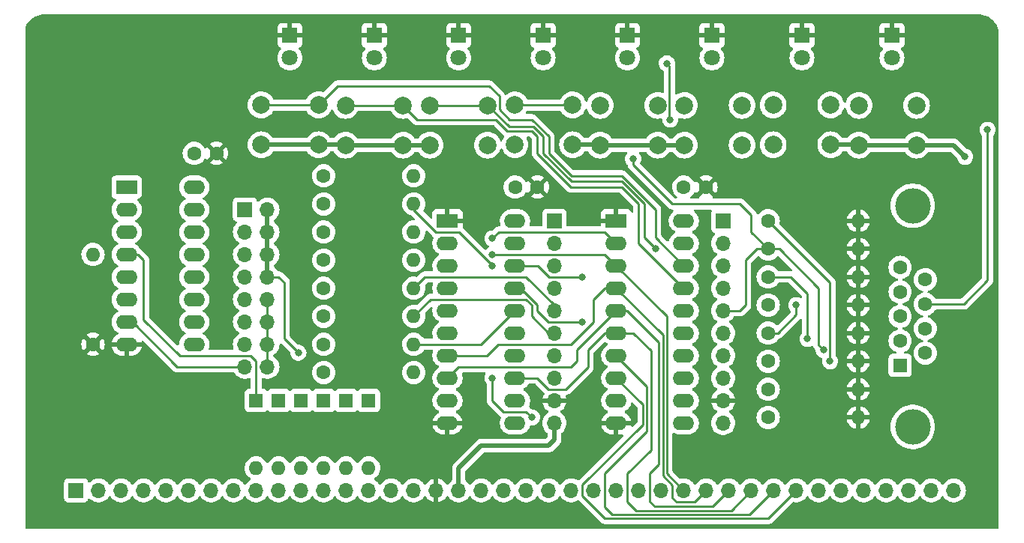
<source format=gbr>
G04 #@! TF.GenerationSoftware,KiCad,Pcbnew,8.0.3*
G04 #@! TF.CreationDate,2024-07-14T21:47:18+02:00*
G04 #@! TF.ProjectId,aZ80_DIO,615a3830-5f44-4494-9f2e-6b696361645f,rev?*
G04 #@! TF.SameCoordinates,Original*
G04 #@! TF.FileFunction,Copper,L2,Bot*
G04 #@! TF.FilePolarity,Positive*
%FSLAX46Y46*%
G04 Gerber Fmt 4.6, Leading zero omitted, Abs format (unit mm)*
G04 Created by KiCad (PCBNEW 8.0.3) date 2024-07-14 21:47:18*
%MOMM*%
%LPD*%
G01*
G04 APERTURE LIST*
G04 #@! TA.AperFunction,ComponentPad*
%ADD10C,4.000000*%
G04 #@! TD*
G04 #@! TA.AperFunction,ComponentPad*
%ADD11R,1.600000X1.600000*%
G04 #@! TD*
G04 #@! TA.AperFunction,ComponentPad*
%ADD12C,1.600000*%
G04 #@! TD*
G04 #@! TA.AperFunction,ComponentPad*
%ADD13O,1.600000X1.600000*%
G04 #@! TD*
G04 #@! TA.AperFunction,ComponentPad*
%ADD14R,2.400000X1.600000*%
G04 #@! TD*
G04 #@! TA.AperFunction,ComponentPad*
%ADD15O,2.400000X1.600000*%
G04 #@! TD*
G04 #@! TA.AperFunction,ComponentPad*
%ADD16R,1.800000X1.800000*%
G04 #@! TD*
G04 #@! TA.AperFunction,ComponentPad*
%ADD17C,1.800000*%
G04 #@! TD*
G04 #@! TA.AperFunction,ComponentPad*
%ADD18C,2.000000*%
G04 #@! TD*
G04 #@! TA.AperFunction,ComponentPad*
%ADD19R,1.700000X1.700000*%
G04 #@! TD*
G04 #@! TA.AperFunction,ComponentPad*
%ADD20O,1.700000X1.700000*%
G04 #@! TD*
G04 #@! TA.AperFunction,ViaPad*
%ADD21C,0.800000*%
G04 #@! TD*
G04 #@! TA.AperFunction,Conductor*
%ADD22C,0.250000*%
G04 #@! TD*
G04 #@! TA.AperFunction,Conductor*
%ADD23C,0.500000*%
G04 #@! TD*
G04 APERTURE END LIST*
D10*
X183319669Y-102680000D03*
X183319669Y-77680000D03*
D11*
X181899669Y-95720000D03*
D12*
X181899669Y-92950000D03*
X181899669Y-90180000D03*
X181899669Y-87410000D03*
X181899669Y-84640000D03*
X184739669Y-94335000D03*
X184739669Y-91565000D03*
X184739669Y-88795000D03*
X184739669Y-86025000D03*
X116840000Y-80645000D03*
D13*
X127000000Y-80645000D03*
D11*
X116840000Y-99695000D03*
D13*
X116840000Y-107315000D03*
D12*
X167005000Y-85725000D03*
D13*
X177165000Y-85725000D03*
D12*
X102235000Y-71755000D03*
X104735000Y-71755000D03*
D11*
X114300000Y-99695000D03*
D13*
X114300000Y-107315000D03*
D12*
X116840000Y-83820000D03*
D13*
X127000000Y-83820000D03*
D14*
X149860000Y-79375000D03*
D15*
X149860000Y-81915000D03*
X149860000Y-84455000D03*
X149860000Y-86995000D03*
X149860000Y-89535000D03*
X149860000Y-92075000D03*
X149860000Y-94615000D03*
X149860000Y-97155000D03*
X149860000Y-99695000D03*
X149860000Y-102235000D03*
X157480000Y-102235000D03*
X157480000Y-99695000D03*
X157480000Y-97155000D03*
X157480000Y-94615000D03*
X157480000Y-92075000D03*
X157480000Y-89535000D03*
X157480000Y-86995000D03*
X157480000Y-84455000D03*
X157480000Y-81915000D03*
X157480000Y-79375000D03*
D16*
X122555000Y-58420000D03*
D17*
X122555000Y-60960000D03*
D18*
X109780000Y-66275000D03*
X116280000Y-66275000D03*
X109780000Y-70775000D03*
X116280000Y-70775000D03*
D16*
X151130000Y-58420000D03*
D17*
X151130000Y-60960000D03*
D12*
X116840000Y-77470000D03*
D13*
X127000000Y-77470000D03*
D16*
X160655000Y-58420000D03*
D17*
X160655000Y-60960000D03*
D18*
X177240000Y-66330000D03*
X183740000Y-66330000D03*
X177240000Y-70830000D03*
X183740000Y-70830000D03*
D16*
X132080000Y-58420000D03*
D17*
X132080000Y-60960000D03*
D12*
X167005000Y-79375000D03*
D13*
X177165000Y-79375000D03*
D12*
X167005000Y-98425000D03*
D13*
X177165000Y-98425000D03*
D12*
X116840000Y-90170000D03*
D13*
X127000000Y-90170000D03*
D12*
X167005000Y-101600000D03*
D13*
X177165000Y-101600000D03*
D18*
X119305000Y-66330000D03*
X125805000Y-66330000D03*
X119305000Y-70830000D03*
X125805000Y-70830000D03*
D19*
X161925000Y-79375000D03*
D20*
X161925000Y-81915000D03*
X161925000Y-84455000D03*
X161925000Y-86995000D03*
X161925000Y-89535000D03*
X161925000Y-92075000D03*
X161925000Y-94615000D03*
X161925000Y-97155000D03*
X161925000Y-99695000D03*
X161925000Y-102235000D03*
D11*
X109220000Y-99695000D03*
D13*
X109220000Y-107315000D03*
D11*
X111760000Y-99695000D03*
D13*
X111760000Y-107315000D03*
D12*
X167005000Y-82550000D03*
D13*
X177165000Y-82550000D03*
D12*
X138450000Y-75565000D03*
X140950000Y-75565000D03*
D14*
X94600000Y-75580000D03*
D15*
X94600000Y-78120000D03*
X94600000Y-80660000D03*
X94600000Y-83200000D03*
X94600000Y-85740000D03*
X94600000Y-88280000D03*
X94600000Y-90820000D03*
X94600000Y-93360000D03*
X102220000Y-93360000D03*
X102220000Y-90820000D03*
X102220000Y-88280000D03*
X102220000Y-85740000D03*
X102220000Y-83200000D03*
X102220000Y-80660000D03*
X102220000Y-78120000D03*
X102220000Y-75580000D03*
D12*
X116840000Y-86995000D03*
D13*
X127000000Y-86995000D03*
D14*
X130810000Y-79375000D03*
D15*
X130810000Y-81915000D03*
X130810000Y-84455000D03*
X130810000Y-86995000D03*
X130810000Y-89535000D03*
X130810000Y-92075000D03*
X130810000Y-94615000D03*
X130810000Y-97155000D03*
X130810000Y-99695000D03*
X130810000Y-102235000D03*
X138430000Y-102235000D03*
X138430000Y-99695000D03*
X138430000Y-97155000D03*
X138430000Y-94615000D03*
X138430000Y-92075000D03*
X138430000Y-89535000D03*
X138430000Y-86995000D03*
X138430000Y-84455000D03*
X138430000Y-81915000D03*
X138430000Y-79375000D03*
D12*
X167005000Y-88900000D03*
D13*
X177165000Y-88900000D03*
D12*
X116840000Y-96520000D03*
D13*
X127000000Y-96520000D03*
D12*
X90805000Y-93345000D03*
D13*
X90805000Y-83185000D03*
D12*
X157480000Y-75565000D03*
X159980000Y-75565000D03*
D11*
X119380000Y-99695000D03*
D13*
X119380000Y-107315000D03*
D12*
X116840000Y-74295000D03*
D13*
X127000000Y-74295000D03*
D16*
X113030000Y-58420000D03*
D17*
X113030000Y-60960000D03*
D18*
X148030000Y-66330000D03*
X154530000Y-66330000D03*
X148030000Y-70830000D03*
X154530000Y-70830000D03*
D12*
X116840000Y-93345000D03*
D13*
X127000000Y-93345000D03*
D18*
X128830000Y-66330000D03*
X135330000Y-66330000D03*
X128830000Y-70830000D03*
X135330000Y-70830000D03*
D16*
X170815000Y-58420000D03*
D17*
X170815000Y-60960000D03*
D11*
X121920000Y-99695000D03*
D13*
X121920000Y-107315000D03*
D16*
X141605000Y-58420000D03*
D17*
X141605000Y-60960000D03*
D12*
X167005000Y-92075000D03*
D13*
X177165000Y-92075000D03*
D18*
X167565000Y-66275000D03*
X174065000Y-66275000D03*
X167565000Y-70775000D03*
X174065000Y-70775000D03*
D16*
X180975000Y-58420000D03*
D17*
X180975000Y-60960000D03*
D19*
X107950000Y-78105000D03*
D20*
X110490000Y-78105000D03*
X107950000Y-80645000D03*
X110490000Y-80645000D03*
X107950000Y-83185000D03*
X110490000Y-83185000D03*
X107950000Y-85725000D03*
X110490000Y-85725000D03*
X107950000Y-88265000D03*
X110490000Y-88265000D03*
X107950000Y-90805000D03*
X110490000Y-90805000D03*
X107950000Y-93345000D03*
X110490000Y-93345000D03*
X107950000Y-95885000D03*
X110490000Y-95885000D03*
D19*
X142875000Y-79375000D03*
D20*
X142875000Y-81915000D03*
X142875000Y-84455000D03*
X142875000Y-86995000D03*
X142875000Y-89535000D03*
X142875000Y-92075000D03*
X142875000Y-94615000D03*
X142875000Y-97155000D03*
X142875000Y-99695000D03*
X142875000Y-102235000D03*
D18*
X138430000Y-66275000D03*
X144930000Y-66275000D03*
X138430000Y-70775000D03*
X144930000Y-70775000D03*
D12*
X167005000Y-95250000D03*
D13*
X177165000Y-95250000D03*
D18*
X157555000Y-66330000D03*
X164055000Y-66330000D03*
X157555000Y-70830000D03*
X164055000Y-70830000D03*
D19*
X88900000Y-109855000D03*
D20*
X91440000Y-109855000D03*
X93980000Y-109855000D03*
X96520000Y-109855000D03*
X99060000Y-109855000D03*
X101600000Y-109855000D03*
X104140000Y-109855000D03*
X106680000Y-109855000D03*
X109220000Y-109855000D03*
X111760000Y-109855000D03*
X114300000Y-109855000D03*
X116840000Y-109855000D03*
X119380000Y-109855000D03*
X121920000Y-109855000D03*
X124460000Y-109855000D03*
X127000000Y-109855000D03*
X129540000Y-109855000D03*
X132080000Y-109855000D03*
X134620000Y-109855000D03*
X137160000Y-109855000D03*
X139700000Y-109855000D03*
X142240000Y-109855000D03*
X144780000Y-109855000D03*
X147320000Y-109855000D03*
X149860000Y-109855000D03*
X152400000Y-109855000D03*
X154940000Y-109855000D03*
X157480000Y-109855000D03*
X160020000Y-109855000D03*
X162560000Y-109855000D03*
X165100000Y-109855000D03*
X167640000Y-109855000D03*
X170180000Y-109855000D03*
X172720000Y-109855000D03*
X175260000Y-109855000D03*
X177800000Y-109855000D03*
X180340000Y-109855000D03*
X182880000Y-109855000D03*
X185420000Y-109855000D03*
X187960000Y-109855000D03*
D21*
X191770000Y-67310000D03*
X189230000Y-72136000D03*
X191770000Y-69088000D03*
X146050000Y-85725000D03*
X146050000Y-90805000D03*
X135890000Y-97155000D03*
X140335000Y-101600000D03*
X135890000Y-83185000D03*
X135890000Y-81369500D03*
X173265500Y-93980000D03*
X151765000Y-72390000D03*
X170180000Y-88900000D03*
X154305000Y-82550000D03*
X171450000Y-92710000D03*
X173990000Y-95250000D03*
X155575000Y-61595000D03*
X155955000Y-67945000D03*
X113982500Y-94297500D03*
X135890000Y-84455000D03*
D22*
X191770000Y-86106000D02*
X189081000Y-88795000D01*
X191770000Y-69088000D02*
X191770000Y-86106000D01*
X189081000Y-88795000D02*
X184739669Y-88795000D01*
D23*
X189230000Y-72136000D02*
X187924000Y-70830000D01*
X187924000Y-70830000D02*
X183740000Y-70830000D01*
D22*
X142241396Y-85725000D02*
X140971396Y-84455000D01*
X146050000Y-85725000D02*
X142241396Y-85725000D01*
X140971396Y-84455000D02*
X138430000Y-84455000D01*
X152865000Y-100160000D02*
X152865000Y-102405000D01*
X142240000Y-90805000D02*
X140970000Y-89535000D01*
X146050000Y-110490000D02*
X148590000Y-113030000D01*
X149860000Y-97155000D02*
X152865000Y-100160000D01*
X146050000Y-109220000D02*
X146050000Y-110490000D01*
X167005000Y-113030000D02*
X170180000Y-109855000D01*
X148590000Y-113030000D02*
X167005000Y-113030000D01*
X146050000Y-90805000D02*
X142240000Y-90805000D01*
X140970000Y-88859863D02*
X139105137Y-86995000D01*
X139105137Y-86995000D02*
X138430000Y-86995000D01*
X152865000Y-102405000D02*
X146050000Y-109220000D01*
X140970000Y-89535000D02*
X140970000Y-88859863D01*
X135890000Y-99734439D02*
X135890000Y-97155000D01*
X153315000Y-103225000D02*
X148590000Y-107950000D01*
X149410000Y-112580000D02*
X149860000Y-112580000D01*
X148590000Y-107950000D02*
X148590000Y-111760000D01*
X149860000Y-112580000D02*
X164915000Y-112580000D01*
X140335000Y-101600000D02*
X139700000Y-100965000D01*
X139700000Y-100965000D02*
X137120561Y-100965000D01*
X153315000Y-98070000D02*
X153315000Y-103225000D01*
X137120561Y-100965000D02*
X135890000Y-99734439D01*
X149860000Y-94615000D02*
X153315000Y-98070000D01*
X164915000Y-112580000D02*
X167640000Y-109855000D01*
X148590000Y-111760000D02*
X149410000Y-112580000D01*
X144145000Y-98425000D02*
X146685000Y-95885000D01*
X138430000Y-97155000D02*
X140970000Y-97155000D01*
X153765000Y-94075000D02*
X153765000Y-105315000D01*
X140970000Y-97155000D02*
X142240000Y-98425000D01*
X152135000Y-112130000D02*
X162825000Y-112130000D01*
X151130000Y-107950000D02*
X151130000Y-111125000D01*
X153765000Y-105315000D02*
X151130000Y-107950000D01*
X142240000Y-98425000D02*
X144145000Y-98425000D01*
X162825000Y-112130000D02*
X165100000Y-109855000D01*
X148590000Y-92075000D02*
X149860000Y-92075000D01*
X151130000Y-111125000D02*
X152135000Y-112130000D01*
X151765000Y-92075000D02*
X153765000Y-94075000D01*
X149860000Y-92075000D02*
X151765000Y-92075000D01*
X146685000Y-93980000D02*
X148590000Y-92075000D01*
X146685000Y-95885000D02*
X146685000Y-93980000D01*
X160735000Y-111680000D02*
X162560000Y-109855000D01*
X145415000Y-95250000D02*
X145415000Y-93980000D01*
X151130000Y-89535000D02*
X154675000Y-93080000D01*
X154675000Y-93080000D02*
X154675000Y-106945000D01*
X153670000Y-111125000D02*
X154225000Y-111680000D01*
X144780000Y-95885000D02*
X145415000Y-95250000D01*
X154225000Y-111680000D02*
X160735000Y-111680000D01*
X145415000Y-93980000D02*
X149860000Y-89535000D01*
X130810000Y-97155000D02*
X132080000Y-95885000D01*
X149860000Y-89535000D02*
X151130000Y-89535000D01*
X154675000Y-106945000D02*
X153670000Y-107950000D01*
X153670000Y-107950000D02*
X153670000Y-111125000D01*
X132080000Y-95885000D02*
X144780000Y-95885000D01*
X149860000Y-86995000D02*
X155125000Y-92260000D01*
X147320000Y-90805000D02*
X147320000Y-88265000D01*
X147320000Y-88265000D02*
X148590000Y-86995000D01*
X158750000Y-111125000D02*
X160020000Y-109855000D01*
X155125000Y-92260000D02*
X155125000Y-108189946D01*
X156649973Y-111125000D02*
X158750000Y-111125000D01*
X144780000Y-93345000D02*
X147320000Y-90805000D01*
X135255000Y-94615000D02*
X136525000Y-93345000D01*
X130810000Y-94615000D02*
X135255000Y-94615000D01*
X136525000Y-93345000D02*
X144780000Y-93345000D01*
X156210000Y-109274946D02*
X156210000Y-110685027D01*
X155125000Y-108189946D02*
X156210000Y-109274946D01*
X156210000Y-110685027D02*
X156649973Y-111125000D01*
X148590000Y-86995000D02*
X149860000Y-86995000D01*
X149860000Y-84455000D02*
X155575000Y-90170000D01*
X155575000Y-107950000D02*
X157480000Y-109855000D01*
X148590000Y-83185000D02*
X149860000Y-84455000D01*
X135890000Y-83185000D02*
X148590000Y-83185000D01*
X155575000Y-90170000D02*
X155575000Y-107950000D01*
X148590000Y-80645000D02*
X149860000Y-81915000D01*
X135890000Y-81369500D02*
X136614500Y-80645000D01*
X136614500Y-80645000D02*
X148590000Y-80645000D01*
D23*
X174065000Y-70775000D02*
X177185000Y-70775000D01*
X119305000Y-70830000D02*
X125805000Y-70830000D01*
X134620000Y-104775000D02*
X132080000Y-107315000D01*
X148030000Y-70830000D02*
X154530000Y-70830000D01*
X177240000Y-70830000D02*
X183740000Y-70830000D01*
X125805000Y-70830000D02*
X128830000Y-70830000D01*
X142875000Y-104140000D02*
X142240000Y-104775000D01*
X119250000Y-70775000D02*
X119305000Y-70830000D01*
X109780000Y-70775000D02*
X116280000Y-70775000D01*
X142875000Y-102235000D02*
X142875000Y-104140000D01*
X167510000Y-70830000D02*
X167565000Y-70775000D01*
X116280000Y-70775000D02*
X119250000Y-70775000D01*
X132080000Y-107315000D02*
X132080000Y-109855000D01*
X147975000Y-70775000D02*
X148030000Y-70830000D01*
X142240000Y-104775000D02*
X134620000Y-104775000D01*
X144930000Y-70775000D02*
X147975000Y-70775000D01*
X138375000Y-70830000D02*
X138430000Y-70775000D01*
X154530000Y-70830000D02*
X157555000Y-70830000D01*
X177185000Y-70775000D02*
X177240000Y-70830000D01*
D22*
X109220000Y-95250000D02*
X109220000Y-99695000D01*
X100593061Y-94615000D02*
X108585000Y-94615000D01*
X95900000Y-83200000D02*
X96520000Y-83820000D01*
X96520000Y-90541939D02*
X100593061Y-94615000D01*
X94600000Y-83200000D02*
X95900000Y-83200000D01*
X108585000Y-94615000D02*
X109220000Y-95250000D01*
X96520000Y-83820000D02*
X96520000Y-90541939D01*
X165735000Y-82550000D02*
X167005000Y-82550000D01*
X151765000Y-72390000D02*
X151765000Y-73025000D01*
X172720000Y-93434500D02*
X172720000Y-86995000D01*
X165100000Y-80645000D02*
X167005000Y-82550000D01*
X164465000Y-88900000D02*
X164465000Y-83820000D01*
X173265500Y-93980000D02*
X172720000Y-93434500D01*
X161925000Y-89535000D02*
X163830000Y-89535000D01*
X164465000Y-83820000D02*
X165735000Y-82550000D01*
X165100000Y-78740000D02*
X165100000Y-80645000D01*
X168275000Y-82550000D02*
X167005000Y-82550000D01*
X172720000Y-86995000D02*
X168275000Y-82550000D01*
X163830000Y-77470000D02*
X165100000Y-78740000D01*
X151765000Y-73025000D02*
X156210000Y-77470000D01*
X156210000Y-77470000D02*
X163830000Y-77470000D01*
X163830000Y-89535000D02*
X164465000Y-88900000D01*
X170180000Y-88900000D02*
X170180000Y-90001000D01*
X138430000Y-66275000D02*
X144930000Y-66275000D01*
X168106000Y-92075000D02*
X167005000Y-92075000D01*
X170180000Y-90001000D02*
X168106000Y-92075000D01*
X137765000Y-68765000D02*
X135330000Y-66330000D01*
X140521396Y-68765000D02*
X137765000Y-68765000D01*
X144780698Y-74929302D02*
X141605698Y-71754302D01*
X141605698Y-71754302D02*
X141605698Y-69849302D01*
X153035000Y-81280000D02*
X153035000Y-77468604D01*
X154305000Y-82550000D02*
X153035000Y-81280000D01*
X135330000Y-66330000D02*
X128830000Y-66330000D01*
X150495698Y-74929302D02*
X144780698Y-74929302D01*
X141605698Y-69849302D02*
X140521396Y-68765000D01*
X153035000Y-77468604D02*
X150495698Y-74929302D01*
X169545000Y-85725000D02*
X167005000Y-85725000D01*
X125805000Y-66330000D02*
X127420000Y-67945000D01*
X150495000Y-75565000D02*
X152400000Y-77470000D01*
X152400000Y-77470000D02*
X152400000Y-81915000D01*
X119305000Y-66330000D02*
X125805000Y-66330000D01*
X137578604Y-69215000D02*
X140335000Y-69215000D01*
X171450000Y-87630000D02*
X169545000Y-85725000D01*
X140970000Y-69850000D02*
X140970000Y-71755000D01*
X136308604Y-67945000D02*
X137578604Y-69215000D01*
X140970000Y-71755000D02*
X144780000Y-75565000D01*
X140335000Y-69215000D02*
X140970000Y-69850000D01*
X127420000Y-67945000D02*
X136308604Y-67945000D01*
X171450000Y-92710000D02*
X171450000Y-87630000D01*
X152400000Y-81915000D02*
X157480000Y-86995000D01*
X144780000Y-75565000D02*
X150495000Y-75565000D01*
X118420000Y-64135000D02*
X135513834Y-64135000D01*
X137795000Y-67945000D02*
X140337792Y-67945000D01*
X142241396Y-71753604D02*
X144782792Y-74295000D01*
X140337792Y-67945000D02*
X142241396Y-69848604D01*
X154305000Y-81280000D02*
X157480000Y-84455000D01*
X144782792Y-74295000D02*
X150497792Y-74295000D01*
X150497792Y-74295000D02*
X154305000Y-78102208D01*
X109780000Y-66275000D02*
X116280000Y-66275000D01*
X135513834Y-64135000D02*
X136655000Y-65276166D01*
X136655000Y-66805000D02*
X137795000Y-67945000D01*
X142241396Y-69848604D02*
X142241396Y-71753604D01*
X136655000Y-65276166D02*
X136655000Y-66805000D01*
X154305000Y-78102208D02*
X154305000Y-81280000D01*
X116280000Y-66275000D02*
X118420000Y-64135000D01*
X173990000Y-95250000D02*
X173990000Y-86360000D01*
X173990000Y-86360000D02*
X167005000Y-79375000D01*
X155955000Y-67945000D02*
X155868811Y-67858811D01*
X110490000Y-95885000D02*
X110490000Y-88265000D01*
X155868811Y-67858811D02*
X155868811Y-61888811D01*
X155868811Y-61888811D02*
X155575000Y-61595000D01*
D23*
X110490000Y-85725000D02*
X110490000Y-78105000D01*
D22*
X113982500Y-94297500D02*
X112395000Y-92710000D01*
X111760000Y-85725000D02*
X110490000Y-85725000D01*
X112395000Y-92710000D02*
X112395000Y-86360000D01*
X112395000Y-86360000D02*
X111760000Y-85725000D01*
X94600000Y-90820000D02*
X95265000Y-90820000D01*
X100330000Y-95885000D02*
X107950000Y-95885000D01*
X95265000Y-90820000D02*
X100330000Y-95885000D01*
X127000000Y-78105000D02*
X127000000Y-77470000D01*
X129540000Y-80645000D02*
X127000000Y-78105000D01*
X132119439Y-80645000D02*
X129540000Y-80645000D01*
X135890000Y-84415561D02*
X132119439Y-80645000D01*
X135890000Y-84455000D02*
X135890000Y-84415561D01*
X128270000Y-85725000D02*
X139700000Y-85725000D01*
X127000000Y-86995000D02*
X128270000Y-85725000D01*
X139700000Y-85725000D02*
X142875000Y-88900000D01*
X142875000Y-88900000D02*
X142875000Y-89535000D01*
X128905000Y-88265000D02*
X139700000Y-88265000D01*
X140335000Y-90170000D02*
X142240000Y-92075000D01*
X142240000Y-92075000D02*
X142875000Y-92075000D01*
X140335000Y-88900000D02*
X140335000Y-90170000D01*
X139700000Y-88265000D02*
X140335000Y-88900000D01*
X127000000Y-90170000D02*
X128905000Y-88265000D01*
X134620000Y-93345000D02*
X138430000Y-89535000D01*
X127000000Y-93345000D02*
X134620000Y-93345000D01*
G04 #@! TA.AperFunction,Conductor*
G36*
X148595253Y-93069816D02*
G01*
X148625279Y-93085934D01*
X148774197Y-93194129D01*
X148849962Y-93232733D01*
X148901577Y-93281482D01*
X148918643Y-93350397D01*
X148895742Y-93417598D01*
X148849963Y-93457266D01*
X148784346Y-93490700D01*
X148774193Y-93495873D01*
X148607567Y-93616934D01*
X148607564Y-93616936D01*
X148461936Y-93762564D01*
X148461934Y-93762567D01*
X148340873Y-93929193D01*
X148247367Y-94112708D01*
X148247364Y-94112714D01*
X148183721Y-94308587D01*
X148183720Y-94308590D01*
X148183720Y-94308592D01*
X148151500Y-94512019D01*
X148151500Y-94717981D01*
X148177947Y-94884959D01*
X148183721Y-94921412D01*
X148244045Y-95107071D01*
X148247366Y-95117290D01*
X148340871Y-95300803D01*
X148461932Y-95467430D01*
X148461934Y-95467432D01*
X148461936Y-95467435D01*
X148607564Y-95613063D01*
X148607567Y-95613065D01*
X148607570Y-95613068D01*
X148774197Y-95734129D01*
X148849962Y-95772733D01*
X148901577Y-95821482D01*
X148918643Y-95890397D01*
X148895742Y-95957598D01*
X148849963Y-95997266D01*
X148817500Y-96013807D01*
X148774193Y-96035873D01*
X148607567Y-96156934D01*
X148607564Y-96156936D01*
X148461936Y-96302564D01*
X148461934Y-96302567D01*
X148340873Y-96469193D01*
X148247367Y-96652708D01*
X148247364Y-96652714D01*
X148183721Y-96848587D01*
X148183720Y-96848590D01*
X148183720Y-96848592D01*
X148151500Y-97052019D01*
X148151500Y-97257981D01*
X148183720Y-97461408D01*
X148183721Y-97461412D01*
X148244443Y-97648296D01*
X148247366Y-97657290D01*
X148340871Y-97840803D01*
X148461932Y-98007430D01*
X148461934Y-98007432D01*
X148461936Y-98007435D01*
X148607564Y-98153063D01*
X148607567Y-98153065D01*
X148607570Y-98153068D01*
X148774197Y-98274129D01*
X148849962Y-98312733D01*
X148901577Y-98361482D01*
X148918643Y-98430397D01*
X148895742Y-98497598D01*
X148849963Y-98537266D01*
X148818756Y-98553167D01*
X148774193Y-98575873D01*
X148607567Y-98696934D01*
X148607564Y-98696936D01*
X148461936Y-98842564D01*
X148461934Y-98842567D01*
X148340873Y-99009193D01*
X148247367Y-99192708D01*
X148247364Y-99192714D01*
X148183721Y-99388587D01*
X148183720Y-99388590D01*
X148183720Y-99388592D01*
X148151500Y-99592019D01*
X148151500Y-99797981D01*
X148183720Y-100001408D01*
X148183721Y-100001412D01*
X148238986Y-100171501D01*
X148247366Y-100197290D01*
X148340871Y-100380803D01*
X148461932Y-100547430D01*
X148461934Y-100547432D01*
X148461936Y-100547435D01*
X148607564Y-100693063D01*
X148607567Y-100693065D01*
X148607570Y-100693068D01*
X148774197Y-100814129D01*
X148850511Y-100853013D01*
X148902126Y-100901760D01*
X148919192Y-100970675D01*
X148896292Y-101037876D01*
X148850513Y-101077545D01*
X148774455Y-101116299D01*
X148607892Y-101237315D01*
X148607889Y-101237317D01*
X148462317Y-101382889D01*
X148462315Y-101382892D01*
X148341300Y-101549454D01*
X148247829Y-101732900D01*
X148247826Y-101732906D01*
X148184208Y-101928704D01*
X148175926Y-101981000D01*
X149548314Y-101981000D01*
X149539920Y-101989394D01*
X149487259Y-102080606D01*
X149460000Y-102182339D01*
X149460000Y-102287661D01*
X149487259Y-102389394D01*
X149539920Y-102480606D01*
X149548314Y-102489000D01*
X148175926Y-102489000D01*
X148184208Y-102541295D01*
X148247826Y-102737093D01*
X148247829Y-102737099D01*
X148341300Y-102920545D01*
X148462315Y-103087107D01*
X148462317Y-103087110D01*
X148607889Y-103232682D01*
X148607892Y-103232684D01*
X148774454Y-103353699D01*
X148957900Y-103447170D01*
X148957906Y-103447173D01*
X149153705Y-103510791D01*
X149153701Y-103510791D01*
X149357061Y-103543000D01*
X149606000Y-103543000D01*
X149606000Y-102546686D01*
X149614394Y-102555080D01*
X149705606Y-102607741D01*
X149807339Y-102635000D01*
X149912661Y-102635000D01*
X150014394Y-102607741D01*
X150105606Y-102555080D01*
X150114000Y-102546686D01*
X150114000Y-103543000D01*
X150362939Y-103543000D01*
X150536185Y-103515560D01*
X150606596Y-103524659D01*
X150660910Y-103570381D01*
X150681883Y-103638209D01*
X150662856Y-103706609D01*
X150644991Y-103729104D01*
X145679404Y-108694691D01*
X145617092Y-108728717D01*
X145546277Y-108723652D01*
X145530499Y-108715664D01*
X145530160Y-108716292D01*
X145525577Y-108713811D01*
X145525576Y-108713811D01*
X145327574Y-108606658D01*
X145327572Y-108606657D01*
X145327571Y-108606656D01*
X145114639Y-108533557D01*
X145114630Y-108533555D01*
X145037029Y-108520606D01*
X144892569Y-108496500D01*
X144667431Y-108496500D01*
X144522971Y-108520606D01*
X144445369Y-108533555D01*
X144445360Y-108533557D01*
X144232428Y-108606656D01*
X144232426Y-108606658D01*
X144034432Y-108713807D01*
X144034426Y-108713810D01*
X144034424Y-108713811D01*
X143856762Y-108852091D01*
X143704279Y-109017729D01*
X143615483Y-109153643D01*
X143561479Y-109199731D01*
X143491131Y-109209306D01*
X143426774Y-109179329D01*
X143404517Y-109153643D01*
X143315720Y-109017729D01*
X143186220Y-108877057D01*
X143163240Y-108852094D01*
X143163239Y-108852093D01*
X143163237Y-108852091D01*
X143081382Y-108788381D01*
X142985576Y-108713811D01*
X142787574Y-108606658D01*
X142787572Y-108606657D01*
X142787571Y-108606656D01*
X142574639Y-108533557D01*
X142574630Y-108533555D01*
X142497029Y-108520606D01*
X142352569Y-108496500D01*
X142127431Y-108496500D01*
X141982971Y-108520606D01*
X141905369Y-108533555D01*
X141905360Y-108533557D01*
X141692428Y-108606656D01*
X141692426Y-108606658D01*
X141494432Y-108713807D01*
X141494426Y-108713810D01*
X141494424Y-108713811D01*
X141316762Y-108852091D01*
X141164279Y-109017729D01*
X141075483Y-109153643D01*
X141021479Y-109199731D01*
X140951131Y-109209306D01*
X140886774Y-109179329D01*
X140864517Y-109153643D01*
X140775720Y-109017729D01*
X140646220Y-108877057D01*
X140623240Y-108852094D01*
X140623239Y-108852093D01*
X140623237Y-108852091D01*
X140541382Y-108788381D01*
X140445576Y-108713811D01*
X140247574Y-108606658D01*
X140247572Y-108606657D01*
X140247571Y-108606656D01*
X140034639Y-108533557D01*
X140034630Y-108533555D01*
X139957029Y-108520606D01*
X139812569Y-108496500D01*
X139587431Y-108496500D01*
X139442971Y-108520606D01*
X139365369Y-108533555D01*
X139365360Y-108533557D01*
X139152428Y-108606656D01*
X139152426Y-108606658D01*
X138954432Y-108713807D01*
X138954426Y-108713810D01*
X138954424Y-108713811D01*
X138776762Y-108852091D01*
X138624279Y-109017729D01*
X138535483Y-109153643D01*
X138481479Y-109199731D01*
X138411131Y-109209306D01*
X138346774Y-109179329D01*
X138324517Y-109153643D01*
X138235720Y-109017729D01*
X138106220Y-108877057D01*
X138083240Y-108852094D01*
X138083239Y-108852093D01*
X138083237Y-108852091D01*
X138001382Y-108788381D01*
X137905576Y-108713811D01*
X137707574Y-108606658D01*
X137707572Y-108606657D01*
X137707571Y-108606656D01*
X137494639Y-108533557D01*
X137494630Y-108533555D01*
X137417029Y-108520606D01*
X137272569Y-108496500D01*
X137047431Y-108496500D01*
X136902971Y-108520606D01*
X136825369Y-108533555D01*
X136825360Y-108533557D01*
X136612428Y-108606656D01*
X136612426Y-108606658D01*
X136414432Y-108713807D01*
X136414426Y-108713810D01*
X136414424Y-108713811D01*
X136236762Y-108852091D01*
X136084279Y-109017729D01*
X135995483Y-109153643D01*
X135941479Y-109199731D01*
X135871131Y-109209306D01*
X135806774Y-109179329D01*
X135784517Y-109153643D01*
X135695720Y-109017729D01*
X135566220Y-108877057D01*
X135543240Y-108852094D01*
X135543239Y-108852093D01*
X135543237Y-108852091D01*
X135461382Y-108788381D01*
X135365576Y-108713811D01*
X135167574Y-108606658D01*
X135167572Y-108606657D01*
X135167571Y-108606656D01*
X134954639Y-108533557D01*
X134954630Y-108533555D01*
X134877029Y-108520606D01*
X134732569Y-108496500D01*
X134507431Y-108496500D01*
X134362971Y-108520606D01*
X134285369Y-108533555D01*
X134285360Y-108533557D01*
X134072428Y-108606656D01*
X134072426Y-108606658D01*
X133874432Y-108713807D01*
X133874426Y-108713810D01*
X133874424Y-108713811D01*
X133696762Y-108852091D01*
X133544279Y-109017729D01*
X133455483Y-109153643D01*
X133401479Y-109199731D01*
X133331131Y-109209306D01*
X133266774Y-109179329D01*
X133244517Y-109153643D01*
X133155720Y-109017729D01*
X133089791Y-108946112D01*
X133003240Y-108852094D01*
X132901326Y-108772770D01*
X132887109Y-108761704D01*
X132845638Y-108704079D01*
X132838500Y-108662273D01*
X132838500Y-107681371D01*
X132858502Y-107613250D01*
X132875405Y-107592276D01*
X134897276Y-105570405D01*
X134959588Y-105536379D01*
X134986371Y-105533500D01*
X142314701Y-105533500D01*
X142314705Y-105533500D01*
X142314706Y-105533500D01*
X142387976Y-105518925D01*
X142461247Y-105504351D01*
X142599284Y-105447174D01*
X142723515Y-105364166D01*
X143464166Y-104623515D01*
X143547174Y-104499284D01*
X143604351Y-104361246D01*
X143633500Y-104214706D01*
X143633500Y-103427726D01*
X143653502Y-103359605D01*
X143682106Y-103328297D01*
X143798240Y-103237906D01*
X143950722Y-103072268D01*
X144073860Y-102883791D01*
X144164296Y-102677616D01*
X144219564Y-102459368D01*
X144238156Y-102235000D01*
X144219564Y-102010632D01*
X144196633Y-101920080D01*
X144164297Y-101792387D01*
X144164296Y-101792386D01*
X144164296Y-101792384D01*
X144073860Y-101586209D01*
X144034785Y-101526400D01*
X143950724Y-101397734D01*
X143950720Y-101397729D01*
X143802697Y-101236936D01*
X143798240Y-101232094D01*
X143798239Y-101232093D01*
X143798237Y-101232091D01*
X143693963Y-101150931D01*
X143620576Y-101093811D01*
X143586792Y-101075528D01*
X143536402Y-101025516D01*
X143521050Y-100956199D01*
X143545610Y-100889586D01*
X143586793Y-100853901D01*
X143620300Y-100835767D01*
X143620301Y-100835767D01*
X143797902Y-100697534D01*
X143950325Y-100531958D01*
X144073419Y-100343548D01*
X144163820Y-100137456D01*
X144163823Y-100137449D01*
X144211544Y-99949000D01*
X143305703Y-99949000D01*
X143340925Y-99887993D01*
X143375000Y-99760826D01*
X143375000Y-99629174D01*
X143340925Y-99502007D01*
X143305703Y-99441000D01*
X144211544Y-99441000D01*
X144211544Y-99440999D01*
X144163823Y-99252552D01*
X144152021Y-99225646D01*
X144142974Y-99155228D01*
X144173433Y-99091097D01*
X144233729Y-99053615D01*
X144242802Y-99051456D01*
X144329785Y-99034155D01*
X144445075Y-98986400D01*
X144548833Y-98917071D01*
X147177071Y-96288833D01*
X147246400Y-96185075D01*
X147271869Y-96123587D01*
X147294155Y-96069785D01*
X147318500Y-95947394D01*
X147318500Y-94294594D01*
X147338502Y-94226473D01*
X147355405Y-94205499D01*
X147895824Y-93665080D01*
X148462128Y-93098775D01*
X148524438Y-93064752D01*
X148595253Y-93069816D01*
G37*
G04 #@! TD.AperFunction*
G04 #@! TA.AperFunction,Conductor*
G36*
X151705900Y-99911367D02*
G01*
X151748460Y-99939364D01*
X152194595Y-100385499D01*
X152228621Y-100447811D01*
X152231500Y-100474594D01*
X152231500Y-102090406D01*
X152211498Y-102158527D01*
X152194599Y-102179496D01*
X151930122Y-102443974D01*
X151754104Y-102619992D01*
X151691792Y-102654017D01*
X151620976Y-102648952D01*
X151564141Y-102606405D01*
X151539330Y-102539885D01*
X151540560Y-102511185D01*
X151544074Y-102489000D01*
X150171686Y-102489000D01*
X150180080Y-102480606D01*
X150232741Y-102389394D01*
X150260000Y-102287661D01*
X150260000Y-102182339D01*
X150232741Y-102080606D01*
X150180080Y-101989394D01*
X150171686Y-101981000D01*
X151544074Y-101981000D01*
X151535791Y-101928704D01*
X151472173Y-101732906D01*
X151472170Y-101732900D01*
X151378699Y-101549454D01*
X151257684Y-101382892D01*
X151257682Y-101382889D01*
X151112110Y-101237317D01*
X151112107Y-101237315D01*
X150945542Y-101116298D01*
X150869487Y-101077545D01*
X150817872Y-101028797D01*
X150800807Y-100959882D01*
X150823708Y-100892680D01*
X150869485Y-100853014D01*
X150945803Y-100814129D01*
X151112430Y-100693068D01*
X151258068Y-100547430D01*
X151379129Y-100380803D01*
X151472634Y-100197290D01*
X151536280Y-100001408D01*
X151536283Y-100001385D01*
X151536842Y-99999062D01*
X151537304Y-99998256D01*
X151537810Y-99996700D01*
X151538136Y-99996806D01*
X151572186Y-99937488D01*
X151635208Y-99904796D01*
X151705900Y-99911367D01*
G37*
G04 #@! TD.AperFunction*
G04 #@! TA.AperFunction,Conductor*
G36*
X159580000Y-75617661D02*
G01*
X159607259Y-75719394D01*
X159659920Y-75810606D01*
X159734394Y-75885080D01*
X159825606Y-75937741D01*
X159927339Y-75965000D01*
X159939210Y-75965000D01*
X159252110Y-76652098D01*
X159256259Y-76699519D01*
X159242269Y-76769124D01*
X159192870Y-76820116D01*
X159130738Y-76836500D01*
X158345031Y-76836500D01*
X158276910Y-76816498D01*
X158230417Y-76762842D01*
X158220313Y-76692568D01*
X158249807Y-76627988D01*
X158272760Y-76607287D01*
X158283064Y-76600071D01*
X158324300Y-76571198D01*
X158486198Y-76409300D01*
X158617523Y-76221749D01*
X158617523Y-76221748D01*
X158617525Y-76221746D01*
X158620274Y-76216985D01*
X158622082Y-76218028D01*
X158662990Y-76171561D01*
X158731265Y-76152095D01*
X158799227Y-76172631D01*
X158838349Y-76217779D01*
X158840161Y-76216734D01*
X158842913Y-76221501D01*
X158892899Y-76292888D01*
X159580000Y-75605788D01*
X159580000Y-75617661D01*
G37*
G04 #@! TD.AperFunction*
G04 #@! TA.AperFunction,Conductor*
G36*
X190614893Y-56015495D02*
G01*
X190614924Y-56015500D01*
X190635343Y-56015500D01*
X190651194Y-56015500D01*
X190658801Y-56015730D01*
X190686188Y-56017386D01*
X190940247Y-56032754D01*
X190955328Y-56034585D01*
X191228929Y-56084724D01*
X191243680Y-56088360D01*
X191509244Y-56171112D01*
X191523461Y-56176505D01*
X191757418Y-56281801D01*
X191777093Y-56290656D01*
X191790566Y-56297727D01*
X192028588Y-56441617D01*
X192041109Y-56450260D01*
X192260061Y-56621797D01*
X192271450Y-56631887D01*
X192468112Y-56828549D01*
X192478202Y-56839938D01*
X192649739Y-57058890D01*
X192658382Y-57071411D01*
X192802272Y-57309433D01*
X192809343Y-57322906D01*
X192923492Y-57576533D01*
X192928888Y-57590760D01*
X193011636Y-57856308D01*
X193015277Y-57871081D01*
X193037936Y-57994726D01*
X193040000Y-58017438D01*
X193040000Y-114089500D01*
X193019998Y-114157621D01*
X192966342Y-114204114D01*
X192914000Y-114215500D01*
X83311000Y-114215500D01*
X83242879Y-114195498D01*
X83196386Y-114141842D01*
X83185000Y-114089500D01*
X83185000Y-108956350D01*
X87541500Y-108956350D01*
X87541500Y-110753649D01*
X87548009Y-110814196D01*
X87548011Y-110814204D01*
X87599110Y-110951202D01*
X87599112Y-110951207D01*
X87686738Y-111068261D01*
X87803792Y-111155887D01*
X87803794Y-111155888D01*
X87803796Y-111155889D01*
X87857600Y-111175957D01*
X87940795Y-111206988D01*
X87940803Y-111206990D01*
X88001350Y-111213499D01*
X88001355Y-111213499D01*
X88001362Y-111213500D01*
X88001368Y-111213500D01*
X89798632Y-111213500D01*
X89798638Y-111213500D01*
X89798645Y-111213499D01*
X89798649Y-111213499D01*
X89859196Y-111206990D01*
X89859199Y-111206989D01*
X89859201Y-111206989D01*
X89996204Y-111155889D01*
X89999782Y-111153211D01*
X90113261Y-111068261D01*
X90200886Y-110951208D01*
X90200885Y-110951208D01*
X90200889Y-110951204D01*
X90244999Y-110832939D01*
X90287545Y-110776107D01*
X90354066Y-110751296D01*
X90423440Y-110766388D01*
X90455753Y-110791635D01*
X90476529Y-110814204D01*
X90516762Y-110857908D01*
X90571331Y-110900381D01*
X90694424Y-110996189D01*
X90892426Y-111103342D01*
X90892427Y-111103342D01*
X90892428Y-111103343D01*
X90970410Y-111130114D01*
X91105365Y-111176444D01*
X91327431Y-111213500D01*
X91327435Y-111213500D01*
X91552565Y-111213500D01*
X91552569Y-111213500D01*
X91774635Y-111176444D01*
X91987574Y-111103342D01*
X92185576Y-110996189D01*
X92363240Y-110857906D01*
X92515722Y-110692268D01*
X92515927Y-110691955D01*
X92521115Y-110684012D01*
X92604518Y-110556354D01*
X92658520Y-110510268D01*
X92728868Y-110500692D01*
X92793225Y-110530669D01*
X92815480Y-110556353D01*
X92848607Y-110607058D01*
X92904275Y-110692265D01*
X92904279Y-110692270D01*
X93056762Y-110857908D01*
X93111331Y-110900381D01*
X93234424Y-110996189D01*
X93432426Y-111103342D01*
X93432427Y-111103342D01*
X93432428Y-111103343D01*
X93510410Y-111130114D01*
X93645365Y-111176444D01*
X93867431Y-111213500D01*
X93867435Y-111213500D01*
X94092565Y-111213500D01*
X94092569Y-111213500D01*
X94314635Y-111176444D01*
X94527574Y-111103342D01*
X94725576Y-110996189D01*
X94903240Y-110857906D01*
X95055722Y-110692268D01*
X95055927Y-110691955D01*
X95061115Y-110684012D01*
X95144518Y-110556354D01*
X95198520Y-110510268D01*
X95268868Y-110500692D01*
X95333225Y-110530669D01*
X95355480Y-110556353D01*
X95388607Y-110607058D01*
X95444275Y-110692265D01*
X95444279Y-110692270D01*
X95596762Y-110857908D01*
X95651331Y-110900381D01*
X95774424Y-110996189D01*
X95972426Y-111103342D01*
X95972427Y-111103342D01*
X95972428Y-111103343D01*
X96050410Y-111130114D01*
X96185365Y-111176444D01*
X96407431Y-111213500D01*
X96407435Y-111213500D01*
X96632565Y-111213500D01*
X96632569Y-111213500D01*
X96854635Y-111176444D01*
X97067574Y-111103342D01*
X97265576Y-110996189D01*
X97443240Y-110857906D01*
X97595722Y-110692268D01*
X97595927Y-110691955D01*
X97601115Y-110684012D01*
X97684518Y-110556354D01*
X97738520Y-110510268D01*
X97808868Y-110500692D01*
X97873225Y-110530669D01*
X97895480Y-110556353D01*
X97928607Y-110607058D01*
X97984275Y-110692265D01*
X97984279Y-110692270D01*
X98136762Y-110857908D01*
X98191331Y-110900381D01*
X98314424Y-110996189D01*
X98512426Y-111103342D01*
X98512427Y-111103342D01*
X98512428Y-111103343D01*
X98590410Y-111130114D01*
X98725365Y-111176444D01*
X98947431Y-111213500D01*
X98947435Y-111213500D01*
X99172565Y-111213500D01*
X99172569Y-111213500D01*
X99394635Y-111176444D01*
X99607574Y-111103342D01*
X99805576Y-110996189D01*
X99983240Y-110857906D01*
X100135722Y-110692268D01*
X100135927Y-110691955D01*
X100141115Y-110684012D01*
X100224518Y-110556354D01*
X100278520Y-110510268D01*
X100348868Y-110500692D01*
X100413225Y-110530669D01*
X100435480Y-110556353D01*
X100468607Y-110607058D01*
X100524275Y-110692265D01*
X100524279Y-110692270D01*
X100676762Y-110857908D01*
X100731331Y-110900381D01*
X100854424Y-110996189D01*
X101052426Y-111103342D01*
X101052427Y-111103342D01*
X101052428Y-111103343D01*
X101130410Y-111130114D01*
X101265365Y-111176444D01*
X101487431Y-111213500D01*
X101487435Y-111213500D01*
X101712565Y-111213500D01*
X101712569Y-111213500D01*
X101934635Y-111176444D01*
X102147574Y-111103342D01*
X102345576Y-110996189D01*
X102523240Y-110857906D01*
X102675722Y-110692268D01*
X102675927Y-110691955D01*
X102681115Y-110684012D01*
X102764518Y-110556354D01*
X102818520Y-110510268D01*
X102888868Y-110500692D01*
X102953225Y-110530669D01*
X102975480Y-110556353D01*
X103008607Y-110607058D01*
X103064275Y-110692265D01*
X103064279Y-110692270D01*
X103216762Y-110857908D01*
X103271331Y-110900381D01*
X103394424Y-110996189D01*
X103592426Y-111103342D01*
X103592427Y-111103342D01*
X103592428Y-111103343D01*
X103670410Y-111130114D01*
X103805365Y-111176444D01*
X104027431Y-111213500D01*
X104027435Y-111213500D01*
X104252565Y-111213500D01*
X104252569Y-111213500D01*
X104474635Y-111176444D01*
X104687574Y-111103342D01*
X104885576Y-110996189D01*
X105063240Y-110857906D01*
X105215722Y-110692268D01*
X105215927Y-110691955D01*
X105221115Y-110684012D01*
X105304518Y-110556354D01*
X105358520Y-110510268D01*
X105428868Y-110500692D01*
X105493225Y-110530669D01*
X105515480Y-110556353D01*
X105548607Y-110607058D01*
X105604275Y-110692265D01*
X105604279Y-110692270D01*
X105756762Y-110857908D01*
X105811331Y-110900381D01*
X105934424Y-110996189D01*
X106132426Y-111103342D01*
X106132427Y-111103342D01*
X106132428Y-111103343D01*
X106210410Y-111130114D01*
X106345365Y-111176444D01*
X106567431Y-111213500D01*
X106567435Y-111213500D01*
X106792565Y-111213500D01*
X106792569Y-111213500D01*
X107014635Y-111176444D01*
X107227574Y-111103342D01*
X107425576Y-110996189D01*
X107603240Y-110857906D01*
X107755722Y-110692268D01*
X107755927Y-110691955D01*
X107761115Y-110684012D01*
X107844518Y-110556354D01*
X107898520Y-110510268D01*
X107968868Y-110500692D01*
X108033225Y-110530669D01*
X108055480Y-110556353D01*
X108088607Y-110607058D01*
X108144275Y-110692265D01*
X108144279Y-110692270D01*
X108296762Y-110857908D01*
X108351331Y-110900381D01*
X108474424Y-110996189D01*
X108672426Y-111103342D01*
X108672427Y-111103342D01*
X108672428Y-111103343D01*
X108750410Y-111130114D01*
X108885365Y-111176444D01*
X109107431Y-111213500D01*
X109107435Y-111213500D01*
X109332565Y-111213500D01*
X109332569Y-111213500D01*
X109554635Y-111176444D01*
X109767574Y-111103342D01*
X109965576Y-110996189D01*
X110143240Y-110857906D01*
X110295722Y-110692268D01*
X110295927Y-110691955D01*
X110301115Y-110684012D01*
X110384518Y-110556354D01*
X110438520Y-110510268D01*
X110508868Y-110500692D01*
X110573225Y-110530669D01*
X110595480Y-110556353D01*
X110628607Y-110607058D01*
X110684275Y-110692265D01*
X110684279Y-110692270D01*
X110836762Y-110857908D01*
X110891331Y-110900381D01*
X111014424Y-110996189D01*
X111212426Y-111103342D01*
X111212427Y-111103342D01*
X111212428Y-111103343D01*
X111290410Y-111130114D01*
X111425365Y-111176444D01*
X111647431Y-111213500D01*
X111647435Y-111213500D01*
X111872565Y-111213500D01*
X111872569Y-111213500D01*
X112094635Y-111176444D01*
X112307574Y-111103342D01*
X112505576Y-110996189D01*
X112683240Y-110857906D01*
X112835722Y-110692268D01*
X112835927Y-110691955D01*
X112841115Y-110684012D01*
X112924518Y-110556354D01*
X112978520Y-110510268D01*
X113048868Y-110500692D01*
X113113225Y-110530669D01*
X113135480Y-110556353D01*
X113168607Y-110607058D01*
X113224275Y-110692265D01*
X113224279Y-110692270D01*
X113376762Y-110857908D01*
X113431331Y-110900381D01*
X113554424Y-110996189D01*
X113752426Y-111103342D01*
X113752427Y-111103342D01*
X113752428Y-111103343D01*
X113830410Y-111130114D01*
X113965365Y-111176444D01*
X114187431Y-111213500D01*
X114187435Y-111213500D01*
X114412565Y-111213500D01*
X114412569Y-111213500D01*
X114634635Y-111176444D01*
X114847574Y-111103342D01*
X115045576Y-110996189D01*
X115223240Y-110857906D01*
X115375722Y-110692268D01*
X115375927Y-110691955D01*
X115381115Y-110684012D01*
X115464518Y-110556354D01*
X115518520Y-110510268D01*
X115588868Y-110500692D01*
X115653225Y-110530669D01*
X115675480Y-110556353D01*
X115708607Y-110607058D01*
X115764275Y-110692265D01*
X115764279Y-110692270D01*
X115916762Y-110857908D01*
X115971331Y-110900381D01*
X116094424Y-110996189D01*
X116292426Y-111103342D01*
X116292427Y-111103342D01*
X116292428Y-111103343D01*
X116370410Y-111130114D01*
X116505365Y-111176444D01*
X116727431Y-111213500D01*
X116727435Y-111213500D01*
X116952565Y-111213500D01*
X116952569Y-111213500D01*
X117174635Y-111176444D01*
X117387574Y-111103342D01*
X117585576Y-110996189D01*
X117763240Y-110857906D01*
X117915722Y-110692268D01*
X117915927Y-110691955D01*
X117921115Y-110684012D01*
X118004518Y-110556354D01*
X118058520Y-110510268D01*
X118128868Y-110500692D01*
X118193225Y-110530669D01*
X118215480Y-110556353D01*
X118248607Y-110607058D01*
X118304275Y-110692265D01*
X118304279Y-110692270D01*
X118456762Y-110857908D01*
X118511331Y-110900381D01*
X118634424Y-110996189D01*
X118832426Y-111103342D01*
X118832427Y-111103342D01*
X118832428Y-111103343D01*
X118910410Y-111130114D01*
X119045365Y-111176444D01*
X119267431Y-111213500D01*
X119267435Y-111213500D01*
X119492565Y-111213500D01*
X119492569Y-111213500D01*
X119714635Y-111176444D01*
X119927574Y-111103342D01*
X120125576Y-110996189D01*
X120303240Y-110857906D01*
X120455722Y-110692268D01*
X120455927Y-110691955D01*
X120461115Y-110684012D01*
X120544518Y-110556354D01*
X120598520Y-110510268D01*
X120668868Y-110500692D01*
X120733225Y-110530669D01*
X120755480Y-110556353D01*
X120788607Y-110607058D01*
X120844275Y-110692265D01*
X120844279Y-110692270D01*
X120996762Y-110857908D01*
X121051331Y-110900381D01*
X121174424Y-110996189D01*
X121372426Y-111103342D01*
X121372427Y-111103342D01*
X121372428Y-111103343D01*
X121450410Y-111130114D01*
X121585365Y-111176444D01*
X121807431Y-111213500D01*
X121807435Y-111213500D01*
X122032565Y-111213500D01*
X122032569Y-111213500D01*
X122254635Y-111176444D01*
X122467574Y-111103342D01*
X122665576Y-110996189D01*
X122843240Y-110857906D01*
X122995722Y-110692268D01*
X122995927Y-110691955D01*
X123001115Y-110684012D01*
X123084518Y-110556354D01*
X123138520Y-110510268D01*
X123208868Y-110500692D01*
X123273225Y-110530669D01*
X123295480Y-110556353D01*
X123328607Y-110607058D01*
X123384275Y-110692265D01*
X123384279Y-110692270D01*
X123536762Y-110857908D01*
X123591331Y-110900381D01*
X123714424Y-110996189D01*
X123912426Y-111103342D01*
X123912427Y-111103342D01*
X123912428Y-111103343D01*
X123990410Y-111130114D01*
X124125365Y-111176444D01*
X124347431Y-111213500D01*
X124347435Y-111213500D01*
X124572565Y-111213500D01*
X124572569Y-111213500D01*
X124794635Y-111176444D01*
X125007574Y-111103342D01*
X125205576Y-110996189D01*
X125383240Y-110857906D01*
X125535722Y-110692268D01*
X125535927Y-110691955D01*
X125541115Y-110684012D01*
X125624518Y-110556354D01*
X125678520Y-110510268D01*
X125748868Y-110500692D01*
X125813225Y-110530669D01*
X125835480Y-110556353D01*
X125868607Y-110607058D01*
X125924275Y-110692265D01*
X125924279Y-110692270D01*
X126076762Y-110857908D01*
X126131331Y-110900381D01*
X126254424Y-110996189D01*
X126452426Y-111103342D01*
X126452427Y-111103342D01*
X126452428Y-111103343D01*
X126530410Y-111130114D01*
X126665365Y-111176444D01*
X126887431Y-111213500D01*
X126887435Y-111213500D01*
X127112565Y-111213500D01*
X127112569Y-111213500D01*
X127334635Y-111176444D01*
X127547574Y-111103342D01*
X127745576Y-110996189D01*
X127923240Y-110857906D01*
X128075722Y-110692268D01*
X128075927Y-110691955D01*
X128091122Y-110668695D01*
X128164816Y-110555898D01*
X128218819Y-110509810D01*
X128289167Y-110500235D01*
X128353524Y-110530212D01*
X128375782Y-110555898D01*
X128464674Y-110691958D01*
X128617097Y-110857534D01*
X128794698Y-110995767D01*
X128794699Y-110995768D01*
X128992628Y-111102882D01*
X128992630Y-111102883D01*
X129205483Y-111175955D01*
X129205492Y-111175957D01*
X129286000Y-111189391D01*
X129286000Y-110285702D01*
X129347007Y-110320925D01*
X129474174Y-110355000D01*
X129605826Y-110355000D01*
X129732993Y-110320925D01*
X129794000Y-110285702D01*
X129794000Y-111189390D01*
X129874507Y-111175957D01*
X129874516Y-111175955D01*
X130087369Y-111102883D01*
X130087371Y-111102882D01*
X130285300Y-110995768D01*
X130285301Y-110995767D01*
X130462902Y-110857534D01*
X130615327Y-110691955D01*
X130704217Y-110555899D01*
X130758220Y-110509810D01*
X130828568Y-110500235D01*
X130892925Y-110530212D01*
X130915183Y-110555898D01*
X131004279Y-110692270D01*
X131156762Y-110857908D01*
X131211331Y-110900381D01*
X131334424Y-110996189D01*
X131532426Y-111103342D01*
X131532427Y-111103342D01*
X131532428Y-111103343D01*
X131610410Y-111130114D01*
X131745365Y-111176444D01*
X131967431Y-111213500D01*
X131967435Y-111213500D01*
X132192565Y-111213500D01*
X132192569Y-111213500D01*
X132414635Y-111176444D01*
X132627574Y-111103342D01*
X132825576Y-110996189D01*
X133003240Y-110857906D01*
X133155722Y-110692268D01*
X133155927Y-110691955D01*
X133161115Y-110684012D01*
X133244518Y-110556354D01*
X133298520Y-110510268D01*
X133368868Y-110500692D01*
X133433225Y-110530669D01*
X133455480Y-110556353D01*
X133488607Y-110607058D01*
X133544275Y-110692265D01*
X133544279Y-110692270D01*
X133696762Y-110857908D01*
X133751331Y-110900381D01*
X133874424Y-110996189D01*
X134072426Y-111103342D01*
X134072427Y-111103342D01*
X134072428Y-111103343D01*
X134150410Y-111130114D01*
X134285365Y-111176444D01*
X134507431Y-111213500D01*
X134507435Y-111213500D01*
X134732565Y-111213500D01*
X134732569Y-111213500D01*
X134954635Y-111176444D01*
X135167574Y-111103342D01*
X135365576Y-110996189D01*
X135543240Y-110857906D01*
X135695722Y-110692268D01*
X135695927Y-110691955D01*
X135701115Y-110684012D01*
X135784518Y-110556354D01*
X135838520Y-110510268D01*
X135908868Y-110500692D01*
X135973225Y-110530669D01*
X135995480Y-110556353D01*
X136028607Y-110607058D01*
X136084275Y-110692265D01*
X136084279Y-110692270D01*
X136236762Y-110857908D01*
X136291331Y-110900381D01*
X136414424Y-110996189D01*
X136612426Y-111103342D01*
X136612427Y-111103342D01*
X136612428Y-111103343D01*
X136690410Y-111130114D01*
X136825365Y-111176444D01*
X137047431Y-111213500D01*
X137047435Y-111213500D01*
X137272565Y-111213500D01*
X137272569Y-111213500D01*
X137494635Y-111176444D01*
X137707574Y-111103342D01*
X137905576Y-110996189D01*
X138083240Y-110857906D01*
X138235722Y-110692268D01*
X138235927Y-110691955D01*
X138241115Y-110684012D01*
X138324518Y-110556354D01*
X138378520Y-110510268D01*
X138448868Y-110500692D01*
X138513225Y-110530669D01*
X138535480Y-110556353D01*
X138568607Y-110607058D01*
X138624275Y-110692265D01*
X138624279Y-110692270D01*
X138776762Y-110857908D01*
X138831331Y-110900381D01*
X138954424Y-110996189D01*
X139152426Y-111103342D01*
X139152427Y-111103342D01*
X139152428Y-111103343D01*
X139230410Y-111130114D01*
X139365365Y-111176444D01*
X139587431Y-111213500D01*
X139587435Y-111213500D01*
X139812565Y-111213500D01*
X139812569Y-111213500D01*
X140034635Y-111176444D01*
X140247574Y-111103342D01*
X140445576Y-110996189D01*
X140623240Y-110857906D01*
X140775722Y-110692268D01*
X140775927Y-110691955D01*
X140781115Y-110684012D01*
X140864518Y-110556354D01*
X140918520Y-110510268D01*
X140988868Y-110500692D01*
X141053225Y-110530669D01*
X141075480Y-110556353D01*
X141108607Y-110607058D01*
X141164275Y-110692265D01*
X141164279Y-110692270D01*
X141316762Y-110857908D01*
X141371331Y-110900381D01*
X141494424Y-110996189D01*
X141692426Y-111103342D01*
X141692427Y-111103342D01*
X141692428Y-111103343D01*
X141770410Y-111130114D01*
X141905365Y-111176444D01*
X142127431Y-111213500D01*
X142127435Y-111213500D01*
X142352565Y-111213500D01*
X142352569Y-111213500D01*
X142574635Y-111176444D01*
X142787574Y-111103342D01*
X142985576Y-110996189D01*
X143163240Y-110857906D01*
X143315722Y-110692268D01*
X143315927Y-110691955D01*
X143321115Y-110684012D01*
X143404518Y-110556354D01*
X143458520Y-110510268D01*
X143528868Y-110500692D01*
X143593225Y-110530669D01*
X143615480Y-110556353D01*
X143648607Y-110607058D01*
X143704275Y-110692265D01*
X143704279Y-110692270D01*
X143856762Y-110857908D01*
X143911331Y-110900381D01*
X144034424Y-110996189D01*
X144232426Y-111103342D01*
X144232427Y-111103342D01*
X144232428Y-111103343D01*
X144310410Y-111130114D01*
X144445365Y-111176444D01*
X144667431Y-111213500D01*
X144667435Y-111213500D01*
X144892565Y-111213500D01*
X144892569Y-111213500D01*
X145114635Y-111176444D01*
X145327574Y-111103342D01*
X145525576Y-110996189D01*
X145525577Y-110996188D01*
X145530160Y-110993708D01*
X145531419Y-110996034D01*
X145588678Y-110978414D01*
X145657052Y-110997532D01*
X145679404Y-111015308D01*
X148097929Y-113433833D01*
X148186167Y-113522071D01*
X148289925Y-113591400D01*
X148405215Y-113639155D01*
X148527606Y-113663500D01*
X148527607Y-113663500D01*
X167067393Y-113663500D01*
X167067394Y-113663500D01*
X167189785Y-113639155D01*
X167305075Y-113591400D01*
X167408833Y-113522071D01*
X169722206Y-111208696D01*
X169784515Y-111174674D01*
X169840218Y-111175616D01*
X169840224Y-111175586D01*
X169840430Y-111175620D01*
X169842236Y-111175651D01*
X169845356Y-111176441D01*
X169845365Y-111176444D01*
X170067431Y-111213500D01*
X170067435Y-111213500D01*
X170292565Y-111213500D01*
X170292569Y-111213500D01*
X170514635Y-111176444D01*
X170727574Y-111103342D01*
X170925576Y-110996189D01*
X171103240Y-110857906D01*
X171255722Y-110692268D01*
X171255927Y-110691955D01*
X171261115Y-110684012D01*
X171344518Y-110556354D01*
X171398520Y-110510268D01*
X171468868Y-110500692D01*
X171533225Y-110530669D01*
X171555480Y-110556353D01*
X171588607Y-110607058D01*
X171644275Y-110692265D01*
X171644279Y-110692270D01*
X171796762Y-110857908D01*
X171851331Y-110900381D01*
X171974424Y-110996189D01*
X172172426Y-111103342D01*
X172172427Y-111103342D01*
X172172428Y-111103343D01*
X172250410Y-111130114D01*
X172385365Y-111176444D01*
X172607431Y-111213500D01*
X172607435Y-111213500D01*
X172832565Y-111213500D01*
X172832569Y-111213500D01*
X173054635Y-111176444D01*
X173267574Y-111103342D01*
X173465576Y-110996189D01*
X173643240Y-110857906D01*
X173795722Y-110692268D01*
X173795927Y-110691955D01*
X173801115Y-110684012D01*
X173884518Y-110556354D01*
X173938520Y-110510268D01*
X174008868Y-110500692D01*
X174073225Y-110530669D01*
X174095480Y-110556353D01*
X174128607Y-110607058D01*
X174184275Y-110692265D01*
X174184279Y-110692270D01*
X174336762Y-110857908D01*
X174391331Y-110900381D01*
X174514424Y-110996189D01*
X174712426Y-111103342D01*
X174712427Y-111103342D01*
X174712428Y-111103343D01*
X174790410Y-111130114D01*
X174925365Y-111176444D01*
X175147431Y-111213500D01*
X175147435Y-111213500D01*
X175372565Y-111213500D01*
X175372569Y-111213500D01*
X175594635Y-111176444D01*
X175807574Y-111103342D01*
X176005576Y-110996189D01*
X176183240Y-110857906D01*
X176335722Y-110692268D01*
X176335927Y-110691955D01*
X176341115Y-110684012D01*
X176424518Y-110556354D01*
X176478520Y-110510268D01*
X176548868Y-110500692D01*
X176613225Y-110530669D01*
X176635480Y-110556353D01*
X176668607Y-110607058D01*
X176724275Y-110692265D01*
X176724279Y-110692270D01*
X176876762Y-110857908D01*
X176931331Y-110900381D01*
X177054424Y-110996189D01*
X177252426Y-111103342D01*
X177252427Y-111103342D01*
X177252428Y-111103343D01*
X177330410Y-111130114D01*
X177465365Y-111176444D01*
X177687431Y-111213500D01*
X177687435Y-111213500D01*
X177912565Y-111213500D01*
X177912569Y-111213500D01*
X178134635Y-111176444D01*
X178347574Y-111103342D01*
X178545576Y-110996189D01*
X178723240Y-110857906D01*
X178875722Y-110692268D01*
X178875927Y-110691955D01*
X178881115Y-110684012D01*
X178964518Y-110556354D01*
X179018520Y-110510268D01*
X179088868Y-110500692D01*
X179153225Y-110530669D01*
X179175480Y-110556353D01*
X179208607Y-110607058D01*
X179264275Y-110692265D01*
X179264279Y-110692270D01*
X179416762Y-110857908D01*
X179471331Y-110900381D01*
X179594424Y-110996189D01*
X179792426Y-111103342D01*
X179792427Y-111103342D01*
X179792428Y-111103343D01*
X179870410Y-111130114D01*
X180005365Y-111176444D01*
X180227431Y-111213500D01*
X180227435Y-111213500D01*
X180452565Y-111213500D01*
X180452569Y-111213500D01*
X180674635Y-111176444D01*
X180887574Y-111103342D01*
X181085576Y-110996189D01*
X181263240Y-110857906D01*
X181415722Y-110692268D01*
X181415927Y-110691955D01*
X181421115Y-110684012D01*
X181504518Y-110556354D01*
X181558520Y-110510268D01*
X181628868Y-110500692D01*
X181693225Y-110530669D01*
X181715480Y-110556353D01*
X181748607Y-110607058D01*
X181804275Y-110692265D01*
X181804279Y-110692270D01*
X181956762Y-110857908D01*
X182011331Y-110900381D01*
X182134424Y-110996189D01*
X182332426Y-111103342D01*
X182332427Y-111103342D01*
X182332428Y-111103343D01*
X182410410Y-111130114D01*
X182545365Y-111176444D01*
X182767431Y-111213500D01*
X182767435Y-111213500D01*
X182992565Y-111213500D01*
X182992569Y-111213500D01*
X183214635Y-111176444D01*
X183427574Y-111103342D01*
X183625576Y-110996189D01*
X183803240Y-110857906D01*
X183955722Y-110692268D01*
X183955927Y-110691955D01*
X183961115Y-110684012D01*
X184044518Y-110556354D01*
X184098520Y-110510268D01*
X184168868Y-110500692D01*
X184233225Y-110530669D01*
X184255480Y-110556353D01*
X184288607Y-110607058D01*
X184344275Y-110692265D01*
X184344279Y-110692270D01*
X184496762Y-110857908D01*
X184551331Y-110900381D01*
X184674424Y-110996189D01*
X184872426Y-111103342D01*
X184872427Y-111103342D01*
X184872428Y-111103343D01*
X184950410Y-111130114D01*
X185085365Y-111176444D01*
X185307431Y-111213500D01*
X185307435Y-111213500D01*
X185532565Y-111213500D01*
X185532569Y-111213500D01*
X185754635Y-111176444D01*
X185967574Y-111103342D01*
X186165576Y-110996189D01*
X186343240Y-110857906D01*
X186495722Y-110692268D01*
X186495927Y-110691955D01*
X186501115Y-110684012D01*
X186584518Y-110556354D01*
X186638520Y-110510268D01*
X186708868Y-110500692D01*
X186773225Y-110530669D01*
X186795480Y-110556353D01*
X186828607Y-110607058D01*
X186884275Y-110692265D01*
X186884279Y-110692270D01*
X187036762Y-110857908D01*
X187091331Y-110900381D01*
X187214424Y-110996189D01*
X187412426Y-111103342D01*
X187412427Y-111103342D01*
X187412428Y-111103343D01*
X187490410Y-111130114D01*
X187625365Y-111176444D01*
X187847431Y-111213500D01*
X187847435Y-111213500D01*
X188072565Y-111213500D01*
X188072569Y-111213500D01*
X188294635Y-111176444D01*
X188507574Y-111103342D01*
X188705576Y-110996189D01*
X188883240Y-110857906D01*
X189035722Y-110692268D01*
X189035927Y-110691955D01*
X189042441Y-110681983D01*
X189158860Y-110503791D01*
X189249296Y-110297616D01*
X189304564Y-110079368D01*
X189323156Y-109855000D01*
X189304564Y-109630632D01*
X189249296Y-109412384D01*
X189158860Y-109206209D01*
X189141500Y-109179637D01*
X189035724Y-109017734D01*
X189035720Y-109017729D01*
X188906220Y-108877057D01*
X188883240Y-108852094D01*
X188883239Y-108852093D01*
X188883237Y-108852091D01*
X188801382Y-108788381D01*
X188705576Y-108713811D01*
X188507574Y-108606658D01*
X188507572Y-108606657D01*
X188507571Y-108606656D01*
X188294639Y-108533557D01*
X188294630Y-108533555D01*
X188217029Y-108520606D01*
X188072569Y-108496500D01*
X187847431Y-108496500D01*
X187702971Y-108520606D01*
X187625369Y-108533555D01*
X187625360Y-108533557D01*
X187412428Y-108606656D01*
X187412426Y-108606658D01*
X187214432Y-108713807D01*
X187214426Y-108713810D01*
X187214424Y-108713811D01*
X187036762Y-108852091D01*
X186884279Y-109017729D01*
X186795483Y-109153643D01*
X186741479Y-109199731D01*
X186671131Y-109209306D01*
X186606774Y-109179329D01*
X186584517Y-109153643D01*
X186495720Y-109017729D01*
X186366220Y-108877057D01*
X186343240Y-108852094D01*
X186343239Y-108852093D01*
X186343237Y-108852091D01*
X186261382Y-108788381D01*
X186165576Y-108713811D01*
X185967574Y-108606658D01*
X185967572Y-108606657D01*
X185967571Y-108606656D01*
X185754639Y-108533557D01*
X185754630Y-108533555D01*
X185677029Y-108520606D01*
X185532569Y-108496500D01*
X185307431Y-108496500D01*
X185162971Y-108520606D01*
X185085369Y-108533555D01*
X185085360Y-108533557D01*
X184872428Y-108606656D01*
X184872426Y-108606658D01*
X184674432Y-108713807D01*
X184674426Y-108713810D01*
X184674424Y-108713811D01*
X184496762Y-108852091D01*
X184344279Y-109017729D01*
X184255483Y-109153643D01*
X184201479Y-109199731D01*
X184131131Y-109209306D01*
X184066774Y-109179329D01*
X184044517Y-109153643D01*
X183955720Y-109017729D01*
X183826220Y-108877057D01*
X183803240Y-108852094D01*
X183803239Y-108852093D01*
X183803237Y-108852091D01*
X183721382Y-108788381D01*
X183625576Y-108713811D01*
X183427574Y-108606658D01*
X183427572Y-108606657D01*
X183427571Y-108606656D01*
X183214639Y-108533557D01*
X183214630Y-108533555D01*
X183137029Y-108520606D01*
X182992569Y-108496500D01*
X182767431Y-108496500D01*
X182622971Y-108520606D01*
X182545369Y-108533555D01*
X182545360Y-108533557D01*
X182332428Y-108606656D01*
X182332426Y-108606658D01*
X182134432Y-108713807D01*
X182134426Y-108713810D01*
X182134424Y-108713811D01*
X181956762Y-108852091D01*
X181804279Y-109017729D01*
X181715483Y-109153643D01*
X181661479Y-109199731D01*
X181591131Y-109209306D01*
X181526774Y-109179329D01*
X181504517Y-109153643D01*
X181415720Y-109017729D01*
X181286220Y-108877057D01*
X181263240Y-108852094D01*
X181263239Y-108852093D01*
X181263237Y-108852091D01*
X181181382Y-108788381D01*
X181085576Y-108713811D01*
X180887574Y-108606658D01*
X180887572Y-108606657D01*
X180887571Y-108606656D01*
X180674639Y-108533557D01*
X180674630Y-108533555D01*
X180597029Y-108520606D01*
X180452569Y-108496500D01*
X180227431Y-108496500D01*
X180082971Y-108520606D01*
X180005369Y-108533555D01*
X180005360Y-108533557D01*
X179792428Y-108606656D01*
X179792426Y-108606658D01*
X179594432Y-108713807D01*
X179594426Y-108713810D01*
X179594424Y-108713811D01*
X179416762Y-108852091D01*
X179264279Y-109017729D01*
X179175483Y-109153643D01*
X179121479Y-109199731D01*
X179051131Y-109209306D01*
X178986774Y-109179329D01*
X178964517Y-109153643D01*
X178875720Y-109017729D01*
X178746220Y-108877057D01*
X178723240Y-108852094D01*
X178723239Y-108852093D01*
X178723237Y-108852091D01*
X178641382Y-108788381D01*
X178545576Y-108713811D01*
X178347574Y-108606658D01*
X178347572Y-108606657D01*
X178347571Y-108606656D01*
X178134639Y-108533557D01*
X178134630Y-108533555D01*
X178057029Y-108520606D01*
X177912569Y-108496500D01*
X177687431Y-108496500D01*
X177542971Y-108520606D01*
X177465369Y-108533555D01*
X177465360Y-108533557D01*
X177252428Y-108606656D01*
X177252426Y-108606658D01*
X177054432Y-108713807D01*
X177054426Y-108713810D01*
X177054424Y-108713811D01*
X176876762Y-108852091D01*
X176724279Y-109017729D01*
X176635483Y-109153643D01*
X176581479Y-109199731D01*
X176511131Y-109209306D01*
X176446774Y-109179329D01*
X176424517Y-109153643D01*
X176335720Y-109017729D01*
X176206220Y-108877057D01*
X176183240Y-108852094D01*
X176183239Y-108852093D01*
X176183237Y-108852091D01*
X176101382Y-108788381D01*
X176005576Y-108713811D01*
X175807574Y-108606658D01*
X175807572Y-108606657D01*
X175807571Y-108606656D01*
X175594639Y-108533557D01*
X175594630Y-108533555D01*
X175517029Y-108520606D01*
X175372569Y-108496500D01*
X175147431Y-108496500D01*
X175002971Y-108520606D01*
X174925369Y-108533555D01*
X174925360Y-108533557D01*
X174712428Y-108606656D01*
X174712426Y-108606658D01*
X174514432Y-108713807D01*
X174514426Y-108713810D01*
X174514424Y-108713811D01*
X174336762Y-108852091D01*
X174184279Y-109017729D01*
X174095483Y-109153643D01*
X174041479Y-109199731D01*
X173971131Y-109209306D01*
X173906774Y-109179329D01*
X173884517Y-109153643D01*
X173795720Y-109017729D01*
X173666220Y-108877057D01*
X173643240Y-108852094D01*
X173643239Y-108852093D01*
X173643237Y-108852091D01*
X173561382Y-108788381D01*
X173465576Y-108713811D01*
X173267574Y-108606658D01*
X173267572Y-108606657D01*
X173267571Y-108606656D01*
X173054639Y-108533557D01*
X173054630Y-108533555D01*
X172977029Y-108520606D01*
X172832569Y-108496500D01*
X172607431Y-108496500D01*
X172462971Y-108520606D01*
X172385369Y-108533555D01*
X172385360Y-108533557D01*
X172172428Y-108606656D01*
X172172426Y-108606658D01*
X171974432Y-108713807D01*
X171974426Y-108713810D01*
X171974424Y-108713811D01*
X171796762Y-108852091D01*
X171644279Y-109017729D01*
X171555483Y-109153643D01*
X171501479Y-109199731D01*
X171431131Y-109209306D01*
X171366774Y-109179329D01*
X171344517Y-109153643D01*
X171255720Y-109017729D01*
X171126220Y-108877057D01*
X171103240Y-108852094D01*
X171103239Y-108852093D01*
X171103237Y-108852091D01*
X171021382Y-108788381D01*
X170925576Y-108713811D01*
X170727574Y-108606658D01*
X170727572Y-108606657D01*
X170727571Y-108606656D01*
X170514639Y-108533557D01*
X170514630Y-108533555D01*
X170437029Y-108520606D01*
X170292569Y-108496500D01*
X170067431Y-108496500D01*
X169922971Y-108520606D01*
X169845369Y-108533555D01*
X169845360Y-108533557D01*
X169632428Y-108606656D01*
X169632426Y-108606658D01*
X169434432Y-108713807D01*
X169434426Y-108713810D01*
X169434424Y-108713811D01*
X169256762Y-108852091D01*
X169104279Y-109017729D01*
X169015483Y-109153643D01*
X168961479Y-109199731D01*
X168891131Y-109209306D01*
X168826774Y-109179329D01*
X168804517Y-109153643D01*
X168715720Y-109017729D01*
X168586220Y-108877057D01*
X168563240Y-108852094D01*
X168563239Y-108852093D01*
X168563237Y-108852091D01*
X168481382Y-108788381D01*
X168385576Y-108713811D01*
X168187574Y-108606658D01*
X168187572Y-108606657D01*
X168187571Y-108606656D01*
X167974639Y-108533557D01*
X167974630Y-108533555D01*
X167897029Y-108520606D01*
X167752569Y-108496500D01*
X167527431Y-108496500D01*
X167382971Y-108520606D01*
X167305369Y-108533555D01*
X167305360Y-108533557D01*
X167092428Y-108606656D01*
X167092426Y-108606658D01*
X166894432Y-108713807D01*
X166894426Y-108713810D01*
X166894424Y-108713811D01*
X166716762Y-108852091D01*
X166564279Y-109017729D01*
X166475483Y-109153643D01*
X166421479Y-109199731D01*
X166351131Y-109209306D01*
X166286774Y-109179329D01*
X166264517Y-109153643D01*
X166175720Y-109017729D01*
X166046220Y-108877057D01*
X166023240Y-108852094D01*
X166023239Y-108852093D01*
X166023237Y-108852091D01*
X165941382Y-108788381D01*
X165845576Y-108713811D01*
X165647574Y-108606658D01*
X165647572Y-108606657D01*
X165647571Y-108606656D01*
X165434639Y-108533557D01*
X165434630Y-108533555D01*
X165357029Y-108520606D01*
X165212569Y-108496500D01*
X164987431Y-108496500D01*
X164842971Y-108520606D01*
X164765369Y-108533555D01*
X164765360Y-108533557D01*
X164552428Y-108606656D01*
X164552426Y-108606658D01*
X164354432Y-108713807D01*
X164354426Y-108713810D01*
X164354424Y-108713811D01*
X164176762Y-108852091D01*
X164024279Y-109017729D01*
X163935483Y-109153643D01*
X163881479Y-109199731D01*
X163811131Y-109209306D01*
X163746774Y-109179329D01*
X163724517Y-109153643D01*
X163635720Y-109017729D01*
X163506220Y-108877057D01*
X163483240Y-108852094D01*
X163483239Y-108852093D01*
X163483237Y-108852091D01*
X163401382Y-108788381D01*
X163305576Y-108713811D01*
X163107574Y-108606658D01*
X163107572Y-108606657D01*
X163107571Y-108606656D01*
X162894639Y-108533557D01*
X162894630Y-108533555D01*
X162817029Y-108520606D01*
X162672569Y-108496500D01*
X162447431Y-108496500D01*
X162302971Y-108520606D01*
X162225369Y-108533555D01*
X162225360Y-108533557D01*
X162012428Y-108606656D01*
X162012426Y-108606658D01*
X161814432Y-108713807D01*
X161814426Y-108713810D01*
X161814424Y-108713811D01*
X161636762Y-108852091D01*
X161484279Y-109017729D01*
X161395483Y-109153643D01*
X161341479Y-109199731D01*
X161271131Y-109209306D01*
X161206774Y-109179329D01*
X161184517Y-109153643D01*
X161095720Y-109017729D01*
X160966220Y-108877057D01*
X160943240Y-108852094D01*
X160943239Y-108852093D01*
X160943237Y-108852091D01*
X160861382Y-108788381D01*
X160765576Y-108713811D01*
X160567574Y-108606658D01*
X160567572Y-108606657D01*
X160567571Y-108606656D01*
X160354639Y-108533557D01*
X160354630Y-108533555D01*
X160277029Y-108520606D01*
X160132569Y-108496500D01*
X159907431Y-108496500D01*
X159762971Y-108520606D01*
X159685369Y-108533555D01*
X159685360Y-108533557D01*
X159472428Y-108606656D01*
X159472426Y-108606658D01*
X159274432Y-108713807D01*
X159274426Y-108713810D01*
X159274424Y-108713811D01*
X159096762Y-108852091D01*
X158944279Y-109017729D01*
X158855483Y-109153643D01*
X158801479Y-109199731D01*
X158731131Y-109209306D01*
X158666774Y-109179329D01*
X158644517Y-109153643D01*
X158555720Y-109017729D01*
X158426220Y-108877057D01*
X158403240Y-108852094D01*
X158403239Y-108852093D01*
X158403237Y-108852091D01*
X158321382Y-108788381D01*
X158225576Y-108713811D01*
X158027574Y-108606658D01*
X158027572Y-108606657D01*
X158027571Y-108606656D01*
X157814639Y-108533557D01*
X157814630Y-108533555D01*
X157737029Y-108520606D01*
X157592569Y-108496500D01*
X157367431Y-108496500D01*
X157240664Y-108517653D01*
X157145356Y-108533557D01*
X157142227Y-108534350D01*
X157140905Y-108534300D01*
X157140224Y-108534414D01*
X157140200Y-108534273D01*
X157071281Y-108531681D01*
X157022204Y-108501300D01*
X156245405Y-107724501D01*
X156211379Y-107662189D01*
X156208500Y-107635406D01*
X156208500Y-103465124D01*
X156228502Y-103397003D01*
X156282158Y-103350510D01*
X156352432Y-103340406D01*
X156391703Y-103352857D01*
X156394191Y-103354124D01*
X156394197Y-103354129D01*
X156577710Y-103447634D01*
X156773592Y-103511280D01*
X156977019Y-103543500D01*
X156977022Y-103543500D01*
X157982978Y-103543500D01*
X157982981Y-103543500D01*
X158186408Y-103511280D01*
X158382290Y-103447634D01*
X158565803Y-103354129D01*
X158732430Y-103233068D01*
X158878068Y-103087430D01*
X158999129Y-102920803D01*
X159092634Y-102737290D01*
X159156280Y-102541408D01*
X159188500Y-102337981D01*
X159188500Y-102132019D01*
X159156280Y-101928592D01*
X159092634Y-101732710D01*
X158999129Y-101549197D01*
X158878068Y-101382570D01*
X158878065Y-101382567D01*
X158878063Y-101382564D01*
X158732435Y-101236936D01*
X158732432Y-101236934D01*
X158732430Y-101236932D01*
X158565803Y-101115871D01*
X158490034Y-101077265D01*
X158438422Y-101028519D01*
X158421356Y-100959604D01*
X158444257Y-100892402D01*
X158490034Y-100852735D01*
X158565803Y-100814129D01*
X158732430Y-100693068D01*
X158878068Y-100547430D01*
X158999129Y-100380803D01*
X159092634Y-100197290D01*
X159156280Y-100001408D01*
X159188500Y-99797981D01*
X159188500Y-99592019D01*
X159156280Y-99388592D01*
X159092634Y-99192710D01*
X158999129Y-99009197D01*
X158878068Y-98842570D01*
X158878065Y-98842567D01*
X158878063Y-98842564D01*
X158732435Y-98696936D01*
X158732432Y-98696934D01*
X158732430Y-98696932D01*
X158565803Y-98575871D01*
X158490034Y-98537265D01*
X158438422Y-98488519D01*
X158421356Y-98419604D01*
X158444257Y-98352402D01*
X158490034Y-98312735D01*
X158565803Y-98274129D01*
X158732430Y-98153068D01*
X158878068Y-98007430D01*
X158999129Y-97840803D01*
X159092634Y-97657290D01*
X159156280Y-97461408D01*
X159188500Y-97257981D01*
X159188500Y-97052019D01*
X159156280Y-96848592D01*
X159092634Y-96652710D01*
X158999129Y-96469197D01*
X158878068Y-96302570D01*
X158878065Y-96302567D01*
X158878063Y-96302564D01*
X158732435Y-96156936D01*
X158732432Y-96156934D01*
X158732430Y-96156932D01*
X158565803Y-96035871D01*
X158490034Y-95997265D01*
X158438422Y-95948519D01*
X158421356Y-95879604D01*
X158444257Y-95812402D01*
X158490034Y-95772735D01*
X158565803Y-95734129D01*
X158732430Y-95613068D01*
X158878068Y-95467430D01*
X158999129Y-95300803D01*
X159092634Y-95117290D01*
X159156280Y-94921408D01*
X159188500Y-94717981D01*
X159188500Y-94512019D01*
X159156280Y-94308592D01*
X159092634Y-94112710D01*
X158999129Y-93929197D01*
X158878068Y-93762570D01*
X158878065Y-93762567D01*
X158878063Y-93762564D01*
X158732435Y-93616936D01*
X158732432Y-93616934D01*
X158732430Y-93616932D01*
X158570538Y-93499311D01*
X158565806Y-93495873D01*
X158565805Y-93495872D01*
X158565803Y-93495871D01*
X158490034Y-93457265D01*
X158438422Y-93408519D01*
X158421356Y-93339604D01*
X158444257Y-93272402D01*
X158490034Y-93232735D01*
X158565803Y-93194129D01*
X158732430Y-93073068D01*
X158878068Y-92927430D01*
X158999129Y-92760803D01*
X159092634Y-92577290D01*
X159156280Y-92381408D01*
X159188500Y-92177981D01*
X159188500Y-91972019D01*
X159156280Y-91768592D01*
X159092634Y-91572710D01*
X158999129Y-91389197D01*
X158878068Y-91222570D01*
X158878065Y-91222567D01*
X158878063Y-91222564D01*
X158732435Y-91076936D01*
X158732432Y-91076934D01*
X158732430Y-91076932D01*
X158565803Y-90955871D01*
X158490034Y-90917265D01*
X158438422Y-90868519D01*
X158421356Y-90799604D01*
X158444257Y-90732402D01*
X158490034Y-90692735D01*
X158565803Y-90654129D01*
X158732430Y-90533068D01*
X158878068Y-90387430D01*
X158999129Y-90220803D01*
X159092634Y-90037290D01*
X159156280Y-89841408D01*
X159188500Y-89637981D01*
X159188500Y-89432019D01*
X159156280Y-89228592D01*
X159092634Y-89032710D01*
X158999129Y-88849197D01*
X158878068Y-88682570D01*
X158878065Y-88682567D01*
X158878063Y-88682564D01*
X158732435Y-88536936D01*
X158732432Y-88536934D01*
X158732430Y-88536932D01*
X158565803Y-88415871D01*
X158490034Y-88377265D01*
X158438422Y-88328519D01*
X158421356Y-88259604D01*
X158444257Y-88192402D01*
X158490034Y-88152735D01*
X158565803Y-88114129D01*
X158732430Y-87993068D01*
X158878068Y-87847430D01*
X158999129Y-87680803D01*
X159092634Y-87497290D01*
X159156280Y-87301408D01*
X159188500Y-87097981D01*
X159188500Y-86892019D01*
X159156280Y-86688592D01*
X159092634Y-86492710D01*
X158999129Y-86309197D01*
X158878068Y-86142570D01*
X158878065Y-86142567D01*
X158878063Y-86142564D01*
X158732435Y-85996936D01*
X158732432Y-85996934D01*
X158732430Y-85996932D01*
X158565803Y-85875871D01*
X158490034Y-85837265D01*
X158438422Y-85788519D01*
X158421356Y-85719604D01*
X158444257Y-85652402D01*
X158490034Y-85612735D01*
X158565803Y-85574129D01*
X158732430Y-85453068D01*
X158878068Y-85307430D01*
X158999129Y-85140803D01*
X159092634Y-84957290D01*
X159156280Y-84761408D01*
X159188500Y-84557981D01*
X159188500Y-84352019D01*
X159156280Y-84148592D01*
X159092634Y-83952710D01*
X158999129Y-83769197D01*
X158878068Y-83602570D01*
X158878065Y-83602567D01*
X158878063Y-83602564D01*
X158732435Y-83456936D01*
X158732432Y-83456934D01*
X158732430Y-83456932D01*
X158580723Y-83346711D01*
X158565806Y-83335873D01*
X158565805Y-83335872D01*
X158565803Y-83335871D01*
X158490034Y-83297265D01*
X158438422Y-83248519D01*
X158421356Y-83179604D01*
X158444257Y-83112402D01*
X158490034Y-83072735D01*
X158565803Y-83034129D01*
X158732430Y-82913068D01*
X158878068Y-82767430D01*
X158999129Y-82600803D01*
X159092634Y-82417290D01*
X159156280Y-82221408D01*
X159188500Y-82017981D01*
X159188500Y-81812019D01*
X159156280Y-81608592D01*
X159092634Y-81412710D01*
X158999129Y-81229197D01*
X158878068Y-81062570D01*
X158878065Y-81062567D01*
X158878063Y-81062564D01*
X158732435Y-80916936D01*
X158732432Y-80916934D01*
X158732430Y-80916932D01*
X158565803Y-80795871D01*
X158490034Y-80757265D01*
X158438422Y-80708519D01*
X158421356Y-80639604D01*
X158444257Y-80572402D01*
X158490034Y-80532735D01*
X158565803Y-80494129D01*
X158732430Y-80373068D01*
X158878068Y-80227430D01*
X158999129Y-80060803D01*
X159092634Y-79877290D01*
X159156280Y-79681408D01*
X159188500Y-79477981D01*
X159188500Y-79272019D01*
X159156280Y-79068592D01*
X159092634Y-78872710D01*
X158999129Y-78689197D01*
X158878068Y-78522570D01*
X158878065Y-78522567D01*
X158878063Y-78522564D01*
X158732435Y-78376936D01*
X158732432Y-78376934D01*
X158732430Y-78376932D01*
X158669810Y-78331436D01*
X158626456Y-78275214D01*
X158620381Y-78204477D01*
X158653512Y-78141686D01*
X158715333Y-78106774D01*
X158743871Y-78103500D01*
X160508019Y-78103500D01*
X160576140Y-78123502D01*
X160622633Y-78177158D01*
X160632737Y-78247432D01*
X160626074Y-78273533D01*
X160573011Y-78415795D01*
X160573009Y-78415803D01*
X160566500Y-78476350D01*
X160566500Y-80273649D01*
X160573009Y-80334196D01*
X160573011Y-80334204D01*
X160624110Y-80471202D01*
X160624112Y-80471207D01*
X160711738Y-80588261D01*
X160828791Y-80675886D01*
X160828792Y-80675886D01*
X160828796Y-80675889D01*
X160943810Y-80718787D01*
X161000642Y-80761332D01*
X161025453Y-80827852D01*
X161010362Y-80897226D01*
X160992475Y-80922179D01*
X160849280Y-81077729D01*
X160849275Y-81077734D01*
X160726141Y-81266206D01*
X160635703Y-81472386D01*
X160635702Y-81472387D01*
X160580437Y-81690624D01*
X160580436Y-81690630D01*
X160580436Y-81690632D01*
X160561844Y-81915000D01*
X160576901Y-82096713D01*
X160580437Y-82139375D01*
X160635702Y-82357612D01*
X160635703Y-82357613D01*
X160635704Y-82357616D01*
X160720749Y-82551500D01*
X160726141Y-82563793D01*
X160849275Y-82752265D01*
X160849279Y-82752270D01*
X161001762Y-82917908D01*
X161042994Y-82950000D01*
X161179424Y-83056189D01*
X161209995Y-83072733D01*
X161212680Y-83074186D01*
X161263071Y-83124200D01*
X161278423Y-83193516D01*
X161253862Y-83260129D01*
X161212680Y-83295813D01*
X161179426Y-83313810D01*
X161179424Y-83313811D01*
X161001762Y-83452091D01*
X160849279Y-83617729D01*
X160849275Y-83617734D01*
X160726141Y-83806206D01*
X160635703Y-84012386D01*
X160635702Y-84012387D01*
X160580437Y-84230624D01*
X160580436Y-84230630D01*
X160580436Y-84230632D01*
X160561844Y-84455000D01*
X160579187Y-84664300D01*
X160580437Y-84679375D01*
X160635702Y-84897612D01*
X160635703Y-84897613D01*
X160635704Y-84897616D01*
X160720672Y-85091325D01*
X160726141Y-85103793D01*
X160849275Y-85292265D01*
X160849279Y-85292270D01*
X161001762Y-85457908D01*
X161035673Y-85484302D01*
X161179424Y-85596189D01*
X161209995Y-85612733D01*
X161212680Y-85614186D01*
X161263071Y-85664200D01*
X161278423Y-85733516D01*
X161253862Y-85800129D01*
X161212680Y-85835813D01*
X161179426Y-85853810D01*
X161179424Y-85853811D01*
X161001762Y-85992091D01*
X160849279Y-86157729D01*
X160849275Y-86157734D01*
X160726141Y-86346206D01*
X160635703Y-86552386D01*
X160635702Y-86552387D01*
X160580437Y-86770624D01*
X160580436Y-86770630D01*
X160580436Y-86770632D01*
X160561844Y-86995000D01*
X160577332Y-87181913D01*
X160580437Y-87219375D01*
X160635702Y-87437612D01*
X160635703Y-87437613D01*
X160635704Y-87437616D01*
X160720749Y-87631500D01*
X160726141Y-87643793D01*
X160849275Y-87832265D01*
X160849279Y-87832270D01*
X161001762Y-87997908D01*
X161044543Y-88031206D01*
X161179424Y-88136189D01*
X161209995Y-88152733D01*
X161212680Y-88154186D01*
X161263071Y-88204200D01*
X161278423Y-88273516D01*
X161253862Y-88340129D01*
X161212680Y-88375813D01*
X161179426Y-88393810D01*
X161179424Y-88393811D01*
X161001762Y-88532091D01*
X160849279Y-88697729D01*
X160849275Y-88697734D01*
X160726141Y-88886206D01*
X160635703Y-89092386D01*
X160635702Y-89092387D01*
X160580437Y-89310624D01*
X160580436Y-89310630D01*
X160580436Y-89310632D01*
X160561844Y-89535000D01*
X160580219Y-89756751D01*
X160580437Y-89759375D01*
X160635702Y-89977612D01*
X160635703Y-89977613D01*
X160635704Y-89977616D01*
X160714040Y-90156206D01*
X160726141Y-90183793D01*
X160849275Y-90372265D01*
X160849279Y-90372270D01*
X161001762Y-90537908D01*
X161028603Y-90558799D01*
X161179424Y-90676189D01*
X161209995Y-90692733D01*
X161212680Y-90694186D01*
X161263071Y-90744200D01*
X161278423Y-90813516D01*
X161253862Y-90880129D01*
X161212680Y-90915813D01*
X161179426Y-90933810D01*
X161179424Y-90933811D01*
X161001762Y-91072091D01*
X160849279Y-91237729D01*
X160849275Y-91237734D01*
X160726141Y-91426206D01*
X160635703Y-91632386D01*
X160635702Y-91632387D01*
X160580437Y-91850624D01*
X160580436Y-91850630D01*
X160580436Y-91850632D01*
X160561844Y-92075000D01*
X160580013Y-92294267D01*
X160580437Y-92299375D01*
X160635702Y-92517612D01*
X160635703Y-92517613D01*
X160635704Y-92517616D01*
X160720091Y-92710000D01*
X160726141Y-92723793D01*
X160849275Y-92912265D01*
X160849279Y-92912270D01*
X161001762Y-93077908D01*
X161031066Y-93100716D01*
X161179424Y-93216189D01*
X161209995Y-93232733D01*
X161212680Y-93234186D01*
X161263071Y-93284200D01*
X161278423Y-93353516D01*
X161253862Y-93420129D01*
X161212680Y-93455813D01*
X161179426Y-93473810D01*
X161179424Y-93473811D01*
X161001762Y-93612091D01*
X160849279Y-93777729D01*
X160849275Y-93777734D01*
X160726141Y-93966206D01*
X160635703Y-94172386D01*
X160635702Y-94172387D01*
X160580437Y-94390624D01*
X160580436Y-94390630D01*
X160580436Y-94390632D01*
X160561844Y-94615000D01*
X160578068Y-94810795D01*
X160580437Y-94839375D01*
X160635702Y-95057612D01*
X160635703Y-95057613D01*
X160635704Y-95057616D01*
X160720091Y-95250000D01*
X160726141Y-95263793D01*
X160849275Y-95452265D01*
X160849279Y-95452270D01*
X161001762Y-95617908D01*
X161015425Y-95628542D01*
X161179424Y-95756189D01*
X161209995Y-95772733D01*
X161212680Y-95774186D01*
X161263071Y-95824200D01*
X161278423Y-95893516D01*
X161253862Y-95960129D01*
X161212680Y-95995813D01*
X161179426Y-96013810D01*
X161179424Y-96013811D01*
X161001762Y-96152091D01*
X160849279Y-96317729D01*
X160849275Y-96317734D01*
X160726141Y-96506206D01*
X160635703Y-96712386D01*
X160635702Y-96712387D01*
X160580437Y-96930624D01*
X160580436Y-96930630D01*
X160580436Y-96930632D01*
X160561844Y-97155000D01*
X160579187Y-97364300D01*
X160580437Y-97379375D01*
X160635702Y-97597612D01*
X160635703Y-97597613D01*
X160635704Y-97597616D01*
X160724191Y-97799347D01*
X160726141Y-97803793D01*
X160849275Y-97992265D01*
X160849279Y-97992270D01*
X161001762Y-98157908D01*
X161018583Y-98171000D01*
X161179424Y-98296189D01*
X161213205Y-98314470D01*
X161263596Y-98364482D01*
X161278949Y-98433799D01*
X161254389Y-98500412D01*
X161213209Y-98536096D01*
X161179704Y-98554228D01*
X161179698Y-98554232D01*
X161002097Y-98692465D01*
X160849674Y-98858041D01*
X160726580Y-99046451D01*
X160636179Y-99252543D01*
X160636176Y-99252550D01*
X160588455Y-99440999D01*
X160588456Y-99441000D01*
X161494297Y-99441000D01*
X161459075Y-99502007D01*
X161425000Y-99629174D01*
X161425000Y-99760826D01*
X161459075Y-99887993D01*
X161494297Y-99949000D01*
X160588455Y-99949000D01*
X160636176Y-100137449D01*
X160636179Y-100137456D01*
X160726580Y-100343548D01*
X160849674Y-100531958D01*
X161002097Y-100697534D01*
X161179698Y-100835767D01*
X161179704Y-100835771D01*
X161213207Y-100853902D01*
X161263597Y-100903915D01*
X161278949Y-100973232D01*
X161254388Y-101039845D01*
X161213207Y-101075528D01*
X161179430Y-101093807D01*
X161179424Y-101093811D01*
X161001762Y-101232091D01*
X160849279Y-101397729D01*
X160849275Y-101397734D01*
X160726141Y-101586206D01*
X160635703Y-101792386D01*
X160635702Y-101792387D01*
X160580437Y-102010624D01*
X160580436Y-102010630D01*
X160580436Y-102010632D01*
X160561844Y-102235000D01*
X160579187Y-102444300D01*
X160580437Y-102459375D01*
X160635702Y-102677612D01*
X160635703Y-102677613D01*
X160635704Y-102677616D01*
X160726140Y-102883791D01*
X160726141Y-102883793D01*
X160849275Y-103072265D01*
X160849279Y-103072270D01*
X161001762Y-103237908D01*
X161056331Y-103280381D01*
X161179424Y-103376189D01*
X161377426Y-103483342D01*
X161377427Y-103483342D01*
X161377428Y-103483343D01*
X161471274Y-103515560D01*
X161590365Y-103556444D01*
X161812431Y-103593500D01*
X161812435Y-103593500D01*
X162037565Y-103593500D01*
X162037569Y-103593500D01*
X162259635Y-103556444D01*
X162472574Y-103483342D01*
X162670576Y-103376189D01*
X162848240Y-103237906D01*
X163000722Y-103072268D01*
X163123860Y-102883791D01*
X163214296Y-102677616D01*
X163269564Y-102459368D01*
X163288156Y-102235000D01*
X163269564Y-102010632D01*
X163246633Y-101920080D01*
X163214297Y-101792387D01*
X163214296Y-101792386D01*
X163214296Y-101792384D01*
X163129909Y-101600000D01*
X165691502Y-101600000D01*
X165711457Y-101828087D01*
X165734724Y-101914920D01*
X165770715Y-102049240D01*
X165770717Y-102049246D01*
X165831456Y-102179502D01*
X165867477Y-102256749D01*
X165998802Y-102444300D01*
X166160700Y-102606198D01*
X166348251Y-102737523D01*
X166555757Y-102834284D01*
X166776913Y-102893543D01*
X167005000Y-102913498D01*
X167233087Y-102893543D01*
X167454243Y-102834284D01*
X167661749Y-102737523D01*
X167849300Y-102606198D01*
X168011198Y-102444300D01*
X168142523Y-102256749D01*
X168239284Y-102049243D01*
X168298543Y-101828087D01*
X168318498Y-101600000D01*
X168298543Y-101371913D01*
X168291600Y-101346000D01*
X175878917Y-101346000D01*
X176853314Y-101346000D01*
X176844920Y-101354394D01*
X176792259Y-101445606D01*
X176765000Y-101547339D01*
X176765000Y-101652661D01*
X176792259Y-101754394D01*
X176844920Y-101845606D01*
X176853314Y-101854000D01*
X175878918Y-101854000D01*
X175931186Y-102049068D01*
X175931188Y-102049073D01*
X176027912Y-102256498D01*
X176159184Y-102443974D01*
X176159189Y-102443980D01*
X176321019Y-102605810D01*
X176321025Y-102605815D01*
X176508501Y-102737087D01*
X176715926Y-102833811D01*
X176715931Y-102833813D01*
X176911000Y-102886081D01*
X176911000Y-101911686D01*
X176919394Y-101920080D01*
X177010606Y-101972741D01*
X177112339Y-102000000D01*
X177217661Y-102000000D01*
X177319394Y-101972741D01*
X177410606Y-101920080D01*
X177419000Y-101911686D01*
X177419000Y-102886081D01*
X177614068Y-102833813D01*
X177614073Y-102833811D01*
X177821498Y-102737087D01*
X177903037Y-102679993D01*
X180806209Y-102679993D01*
X180806209Y-102680006D01*
X180826026Y-102995007D01*
X180826028Y-102995024D01*
X180885173Y-103305067D01*
X180885176Y-103305080D01*
X180982708Y-103605254D01*
X180982713Y-103605267D01*
X181030401Y-103706609D01*
X181117107Y-103890869D01*
X181117109Y-103890872D01*
X181117112Y-103890878D01*
X181286231Y-104157368D01*
X181487432Y-104400578D01*
X181487435Y-104400580D01*
X181487436Y-104400582D01*
X181717529Y-104616654D01*
X181972890Y-104802184D01*
X182249490Y-104954247D01*
X182542967Y-105070443D01*
X182848694Y-105148940D01*
X182848702Y-105148941D01*
X182848701Y-105148941D01*
X183012798Y-105169670D01*
X183161848Y-105188500D01*
X183161852Y-105188500D01*
X183477486Y-105188500D01*
X183477490Y-105188500D01*
X183790644Y-105148940D01*
X184096371Y-105070443D01*
X184389848Y-104954247D01*
X184666448Y-104802184D01*
X184921809Y-104616654D01*
X185151902Y-104400582D01*
X185353101Y-104157375D01*
X185353103Y-104157370D01*
X185353106Y-104157368D01*
X185522225Y-103890878D01*
X185522231Y-103890869D01*
X185656625Y-103605266D01*
X185754164Y-103305072D01*
X185813310Y-102995020D01*
X185817979Y-102920803D01*
X185833129Y-102680006D01*
X185833129Y-102679993D01*
X185813311Y-102364992D01*
X185813309Y-102364975D01*
X185808159Y-102337977D01*
X185754164Y-102054928D01*
X185691562Y-101862259D01*
X185656629Y-101754745D01*
X185656624Y-101754732D01*
X185656465Y-101754394D01*
X185522231Y-101469131D01*
X185514579Y-101457073D01*
X185353106Y-101202631D01*
X185151905Y-100959421D01*
X185090502Y-100901760D01*
X184934965Y-100755700D01*
X184921808Y-100743345D01*
X184666450Y-100557817D01*
X184619413Y-100531958D01*
X184389848Y-100405753D01*
X184096371Y-100289557D01*
X183790644Y-100211060D01*
X183790639Y-100211059D01*
X183790634Y-100211058D01*
X183790636Y-100211058D01*
X183477504Y-100171501D01*
X183477493Y-100171500D01*
X183477490Y-100171500D01*
X183161848Y-100171500D01*
X183161845Y-100171500D01*
X183161833Y-100171501D01*
X182848702Y-100211058D01*
X182542970Y-100289556D01*
X182542968Y-100289556D01*
X182542967Y-100289557D01*
X182481441Y-100313917D01*
X182249490Y-100405753D01*
X181972887Y-100557817D01*
X181717530Y-100743345D01*
X181717529Y-100743345D01*
X181487432Y-100959421D01*
X181286231Y-101202631D01*
X181117112Y-101469121D01*
X181117105Y-101469135D01*
X180982713Y-101754732D01*
X180982708Y-101754745D01*
X180885176Y-102054919D01*
X180885173Y-102054932D01*
X180826028Y-102364975D01*
X180826026Y-102364992D01*
X180806209Y-102679993D01*
X177903037Y-102679993D01*
X178008974Y-102605815D01*
X178008980Y-102605810D01*
X178170810Y-102443980D01*
X178170815Y-102443974D01*
X178302087Y-102256498D01*
X178398811Y-102049073D01*
X178398813Y-102049068D01*
X178451082Y-101854000D01*
X177476686Y-101854000D01*
X177485080Y-101845606D01*
X177537741Y-101754394D01*
X177565000Y-101652661D01*
X177565000Y-101547339D01*
X177537741Y-101445606D01*
X177485080Y-101354394D01*
X177476686Y-101346000D01*
X178451082Y-101346000D01*
X178398813Y-101150931D01*
X178398811Y-101150926D01*
X178302087Y-100943501D01*
X178170815Y-100756025D01*
X178170810Y-100756019D01*
X178008980Y-100594189D01*
X178008974Y-100594184D01*
X177821498Y-100462912D01*
X177614073Y-100366188D01*
X177614071Y-100366187D01*
X177419000Y-100313917D01*
X177419000Y-101288314D01*
X177410606Y-101279920D01*
X177319394Y-101227259D01*
X177217661Y-101200000D01*
X177112339Y-101200000D01*
X177010606Y-101227259D01*
X176919394Y-101279920D01*
X176911000Y-101288314D01*
X176911000Y-100313917D01*
X176910999Y-100313917D01*
X176715928Y-100366187D01*
X176715926Y-100366188D01*
X176508501Y-100462912D01*
X176321025Y-100594184D01*
X176321019Y-100594189D01*
X176159189Y-100756019D01*
X176159184Y-100756025D01*
X176027912Y-100943501D01*
X175931188Y-101150926D01*
X175931186Y-101150931D01*
X175878917Y-101346000D01*
X168291600Y-101346000D01*
X168239284Y-101150757D01*
X168142523Y-100943251D01*
X168011198Y-100755700D01*
X167849300Y-100593802D01*
X167661749Y-100462477D01*
X167454246Y-100365717D01*
X167454240Y-100365715D01*
X167360771Y-100340670D01*
X167233087Y-100306457D01*
X167005000Y-100286502D01*
X166776913Y-100306457D01*
X166555759Y-100365715D01*
X166555753Y-100365717D01*
X166348250Y-100462477D01*
X166160703Y-100593799D01*
X166160697Y-100593804D01*
X165998804Y-100755697D01*
X165998799Y-100755703D01*
X165867477Y-100943250D01*
X165770717Y-101150753D01*
X165770715Y-101150759D01*
X165718400Y-101346000D01*
X165711457Y-101371913D01*
X165691502Y-101600000D01*
X163129909Y-101600000D01*
X163123860Y-101586209D01*
X163084785Y-101526400D01*
X163000724Y-101397734D01*
X163000720Y-101397729D01*
X162852697Y-101236936D01*
X162848240Y-101232094D01*
X162848239Y-101232093D01*
X162848237Y-101232091D01*
X162743963Y-101150931D01*
X162670576Y-101093811D01*
X162636792Y-101075528D01*
X162586402Y-101025516D01*
X162571050Y-100956199D01*
X162595610Y-100889586D01*
X162636793Y-100853901D01*
X162670300Y-100835767D01*
X162670301Y-100835767D01*
X162847902Y-100697534D01*
X163000325Y-100531958D01*
X163123419Y-100343548D01*
X163213820Y-100137456D01*
X163213823Y-100137449D01*
X163261544Y-99949000D01*
X162355703Y-99949000D01*
X162390925Y-99887993D01*
X162425000Y-99760826D01*
X162425000Y-99629174D01*
X162390925Y-99502007D01*
X162355703Y-99441000D01*
X163261544Y-99441000D01*
X163261544Y-99440999D01*
X163213823Y-99252550D01*
X163213820Y-99252543D01*
X163123419Y-99046451D01*
X163000325Y-98858041D01*
X162847902Y-98692465D01*
X162670301Y-98554232D01*
X162670300Y-98554231D01*
X162636791Y-98536097D01*
X162586401Y-98486083D01*
X162572874Y-98425000D01*
X165691502Y-98425000D01*
X165711457Y-98653087D01*
X165724037Y-98700034D01*
X165770715Y-98874240D01*
X165770717Y-98874246D01*
X165867477Y-99081749D01*
X165987068Y-99252543D01*
X165998802Y-99269300D01*
X166160700Y-99431198D01*
X166348251Y-99562523D01*
X166555757Y-99659284D01*
X166776913Y-99718543D01*
X167005000Y-99738498D01*
X167233087Y-99718543D01*
X167454243Y-99659284D01*
X167661749Y-99562523D01*
X167849300Y-99431198D01*
X168011198Y-99269300D01*
X168142523Y-99081749D01*
X168239284Y-98874243D01*
X168298543Y-98653087D01*
X168318498Y-98425000D01*
X168298543Y-98196913D01*
X168291600Y-98171000D01*
X175878917Y-98171000D01*
X176853314Y-98171000D01*
X176844920Y-98179394D01*
X176792259Y-98270606D01*
X176765000Y-98372339D01*
X176765000Y-98477661D01*
X176792259Y-98579394D01*
X176844920Y-98670606D01*
X176853314Y-98679000D01*
X175878918Y-98679000D01*
X175931186Y-98874068D01*
X175931188Y-98874073D01*
X176027912Y-99081498D01*
X176159184Y-99268974D01*
X176159189Y-99268980D01*
X176321019Y-99430810D01*
X176321025Y-99430815D01*
X176508501Y-99562087D01*
X176715926Y-99658811D01*
X176715931Y-99658813D01*
X176911000Y-99711081D01*
X176911000Y-98736686D01*
X176919394Y-98745080D01*
X177010606Y-98797741D01*
X177112339Y-98825000D01*
X177217661Y-98825000D01*
X177319394Y-98797741D01*
X177410606Y-98745080D01*
X177419000Y-98736686D01*
X177419000Y-99711081D01*
X177614068Y-99658813D01*
X177614073Y-99658811D01*
X177821498Y-99562087D01*
X178008974Y-99430815D01*
X178008980Y-99430810D01*
X178170810Y-99268980D01*
X178170815Y-99268974D01*
X178302087Y-99081498D01*
X178398811Y-98874073D01*
X178398813Y-98874068D01*
X178451082Y-98679000D01*
X177476686Y-98679000D01*
X177485080Y-98670606D01*
X177537741Y-98579394D01*
X177565000Y-98477661D01*
X177565000Y-98372339D01*
X177537741Y-98270606D01*
X177485080Y-98179394D01*
X177476686Y-98171000D01*
X178451082Y-98171000D01*
X178398813Y-97975931D01*
X178398811Y-97975926D01*
X178302087Y-97768501D01*
X178170815Y-97581025D01*
X178170810Y-97581019D01*
X178008980Y-97419189D01*
X178008974Y-97419184D01*
X177821498Y-97287912D01*
X177614073Y-97191188D01*
X177614071Y-97191187D01*
X177419000Y-97138917D01*
X177419000Y-98113314D01*
X177410606Y-98104920D01*
X177319394Y-98052259D01*
X177217661Y-98025000D01*
X177112339Y-98025000D01*
X177010606Y-98052259D01*
X176919394Y-98104920D01*
X176911000Y-98113314D01*
X176911000Y-97138917D01*
X176910999Y-97138917D01*
X176715928Y-97191187D01*
X176715926Y-97191188D01*
X176508501Y-97287912D01*
X176321025Y-97419184D01*
X176321019Y-97419189D01*
X176159189Y-97581019D01*
X176159184Y-97581025D01*
X176027912Y-97768501D01*
X175931188Y-97975926D01*
X175931186Y-97975931D01*
X175878917Y-98171000D01*
X168291600Y-98171000D01*
X168239284Y-97975757D01*
X168142523Y-97768251D01*
X168011198Y-97580700D01*
X167849300Y-97418802D01*
X167661749Y-97287477D01*
X167583920Y-97251185D01*
X167454246Y-97190717D01*
X167454240Y-97190715D01*
X167357050Y-97164673D01*
X167233087Y-97131457D01*
X167005000Y-97111502D01*
X166776913Y-97131457D01*
X166555759Y-97190715D01*
X166555753Y-97190717D01*
X166348250Y-97287477D01*
X166160703Y-97418799D01*
X166160697Y-97418804D01*
X165998804Y-97580697D01*
X165998799Y-97580703D01*
X165867477Y-97768250D01*
X165770717Y-97975753D01*
X165770715Y-97975759D01*
X165728315Y-98133998D01*
X165711457Y-98196913D01*
X165691502Y-98425000D01*
X162572874Y-98425000D01*
X162571050Y-98416766D01*
X162595612Y-98350153D01*
X162636790Y-98314472D01*
X162670576Y-98296189D01*
X162848240Y-98157906D01*
X163000722Y-97992268D01*
X163123860Y-97803791D01*
X163214296Y-97597616D01*
X163269564Y-97379368D01*
X163288156Y-97155000D01*
X163269564Y-96930632D01*
X163248787Y-96848587D01*
X163214297Y-96712387D01*
X163214296Y-96712386D01*
X163214296Y-96712384D01*
X163123860Y-96506209D01*
X163039491Y-96377072D01*
X163000724Y-96317734D01*
X163000720Y-96317729D01*
X162852697Y-96156936D01*
X162848240Y-96152094D01*
X162848239Y-96152093D01*
X162848237Y-96152091D01*
X162743734Y-96070753D01*
X162670576Y-96013811D01*
X162637319Y-95995813D01*
X162586929Y-95945802D01*
X162571576Y-95876485D01*
X162596136Y-95809872D01*
X162637320Y-95774186D01*
X162640005Y-95772733D01*
X162670576Y-95756189D01*
X162848240Y-95617906D01*
X163000722Y-95452268D01*
X163123860Y-95263791D01*
X163129909Y-95250000D01*
X165691502Y-95250000D01*
X165711457Y-95478087D01*
X165745670Y-95605771D01*
X165770715Y-95699240D01*
X165770717Y-95699246D01*
X165867477Y-95906749D01*
X165981635Y-96069784D01*
X165998802Y-96094300D01*
X166160700Y-96256198D01*
X166348251Y-96387523D01*
X166555757Y-96484284D01*
X166776913Y-96543543D01*
X167005000Y-96563498D01*
X167233087Y-96543543D01*
X167454243Y-96484284D01*
X167661749Y-96387523D01*
X167849300Y-96256198D01*
X168011198Y-96094300D01*
X168142523Y-95906749D01*
X168239284Y-95699243D01*
X168298543Y-95478087D01*
X168318498Y-95250000D01*
X168298543Y-95021913D01*
X168239284Y-94800757D01*
X168142523Y-94593251D01*
X168011198Y-94405700D01*
X167849300Y-94243802D01*
X167847303Y-94242404D01*
X167661749Y-94112477D01*
X167454246Y-94015717D01*
X167454240Y-94015715D01*
X167350437Y-93987901D01*
X167233087Y-93956457D01*
X167005000Y-93936502D01*
X166776913Y-93956457D01*
X166555759Y-94015715D01*
X166555753Y-94015717D01*
X166348250Y-94112477D01*
X166160703Y-94243799D01*
X166160697Y-94243804D01*
X165998804Y-94405697D01*
X165998799Y-94405703D01*
X165867477Y-94593250D01*
X165770717Y-94800753D01*
X165770715Y-94800759D01*
X165719539Y-94991749D01*
X165711457Y-95021913D01*
X165691502Y-95250000D01*
X163129909Y-95250000D01*
X163214296Y-95057616D01*
X163269564Y-94839368D01*
X163288156Y-94615000D01*
X163269564Y-94390632D01*
X163259668Y-94351554D01*
X163214297Y-94172387D01*
X163214296Y-94172386D01*
X163214296Y-94172384D01*
X163123860Y-93966209D01*
X163106367Y-93939434D01*
X163000724Y-93777734D01*
X163000720Y-93777729D01*
X162870249Y-93636002D01*
X162848240Y-93612094D01*
X162848239Y-93612093D01*
X162848237Y-93612091D01*
X162722716Y-93514394D01*
X162670576Y-93473811D01*
X162637319Y-93455813D01*
X162586929Y-93405802D01*
X162571576Y-93336485D01*
X162596136Y-93269872D01*
X162637320Y-93234186D01*
X162640005Y-93232733D01*
X162670576Y-93216189D01*
X162848240Y-93077906D01*
X163000722Y-92912268D01*
X163123860Y-92723791D01*
X163214296Y-92517616D01*
X163269564Y-92299368D01*
X163288156Y-92075000D01*
X163269564Y-91850632D01*
X163248787Y-91768587D01*
X163214297Y-91632387D01*
X163214296Y-91632386D01*
X163214296Y-91632384D01*
X163123860Y-91426209D01*
X163055967Y-91322291D01*
X163000724Y-91237734D01*
X163000720Y-91237729D01*
X162852697Y-91076936D01*
X162848240Y-91072094D01*
X162848239Y-91072093D01*
X162848237Y-91072091D01*
X162719165Y-90971630D01*
X162670576Y-90933811D01*
X162637319Y-90915813D01*
X162586929Y-90865802D01*
X162571576Y-90796485D01*
X162596136Y-90729872D01*
X162637320Y-90694186D01*
X162640005Y-90692733D01*
X162670576Y-90676189D01*
X162848240Y-90537906D01*
X163000722Y-90372268D01*
X163036364Y-90317714D01*
X163096555Y-90225585D01*
X163150558Y-90179496D01*
X163202038Y-90168500D01*
X163892393Y-90168500D01*
X163892394Y-90168500D01*
X164014785Y-90144155D01*
X164130075Y-90096400D01*
X164233833Y-90027071D01*
X164957072Y-89303833D01*
X165026401Y-89200075D01*
X165066913Y-89102268D01*
X165074155Y-89084785D01*
X165098500Y-88962394D01*
X165098500Y-88900000D01*
X165691502Y-88900000D01*
X165711457Y-89128087D01*
X165742580Y-89244240D01*
X165770715Y-89349240D01*
X165770717Y-89349246D01*
X165867477Y-89556749D01*
X165968392Y-89700871D01*
X165998802Y-89744300D01*
X166160700Y-89906198D01*
X166348251Y-90037523D01*
X166555757Y-90134284D01*
X166776913Y-90193543D01*
X167005000Y-90213498D01*
X167233087Y-90193543D01*
X167454243Y-90134284D01*
X167661749Y-90037523D01*
X167849300Y-89906198D01*
X168011198Y-89744300D01*
X168142523Y-89556749D01*
X168239284Y-89349243D01*
X168298543Y-89128087D01*
X168318498Y-88900000D01*
X168298543Y-88671913D01*
X168239284Y-88450757D01*
X168142523Y-88243251D01*
X168011198Y-88055700D01*
X167849300Y-87893802D01*
X167847303Y-87892404D01*
X167661749Y-87762477D01*
X167454246Y-87665717D01*
X167454240Y-87665715D01*
X167319662Y-87629655D01*
X167233087Y-87606457D01*
X167005000Y-87586502D01*
X166776913Y-87606457D01*
X166555759Y-87665715D01*
X166555753Y-87665717D01*
X166348250Y-87762477D01*
X166160703Y-87893799D01*
X166160697Y-87893804D01*
X165998804Y-88055697D01*
X165998799Y-88055703D01*
X165867477Y-88243250D01*
X165770717Y-88450753D01*
X165770715Y-88450759D01*
X165718861Y-88644282D01*
X165711457Y-88671913D01*
X165691502Y-88900000D01*
X165098500Y-88900000D01*
X165098500Y-84134594D01*
X165118502Y-84066473D01*
X165135400Y-84045503D01*
X165805232Y-83375670D01*
X165867543Y-83341647D01*
X165938358Y-83346711D01*
X165995194Y-83389258D01*
X165997531Y-83392485D01*
X165998802Y-83394300D01*
X166160700Y-83556198D01*
X166348251Y-83687523D01*
X166555757Y-83784284D01*
X166776913Y-83843543D01*
X167005000Y-83863498D01*
X167233087Y-83843543D01*
X167454243Y-83784284D01*
X167661749Y-83687523D01*
X167849300Y-83556198D01*
X168011198Y-83394300D01*
X168012451Y-83392509D01*
X168013206Y-83391905D01*
X168014740Y-83390079D01*
X168015106Y-83390386D01*
X168067901Y-83348174D01*
X168138519Y-83340856D01*
X168201884Y-83372878D01*
X168204768Y-83375672D01*
X169705809Y-84876713D01*
X169739835Y-84939025D01*
X169734770Y-85009840D01*
X169692223Y-85066676D01*
X169625703Y-85091487D01*
X169613584Y-85091325D01*
X169613584Y-85091500D01*
X168224394Y-85091500D01*
X168156273Y-85071498D01*
X168121181Y-85037771D01*
X168015943Y-84887477D01*
X168011198Y-84880700D01*
X167849300Y-84718802D01*
X167736759Y-84640000D01*
X167661749Y-84587477D01*
X167454246Y-84490717D01*
X167454240Y-84490715D01*
X167302853Y-84450151D01*
X167233087Y-84431457D01*
X167005000Y-84411502D01*
X166776913Y-84431457D01*
X166555759Y-84490715D01*
X166555753Y-84490717D01*
X166348250Y-84587477D01*
X166160703Y-84718799D01*
X166160697Y-84718804D01*
X165998804Y-84880697D01*
X165998799Y-84880703D01*
X165867477Y-85068250D01*
X165770717Y-85275753D01*
X165770715Y-85275759D01*
X165728425Y-85433587D01*
X165711457Y-85496913D01*
X165691502Y-85725000D01*
X165711457Y-85953087D01*
X165736464Y-86046412D01*
X165770715Y-86174240D01*
X165770717Y-86174246D01*
X165867477Y-86381749D01*
X165993879Y-86562270D01*
X165998802Y-86569300D01*
X166160700Y-86731198D01*
X166348251Y-86862523D01*
X166555757Y-86959284D01*
X166776913Y-87018543D01*
X167005000Y-87038498D01*
X167233087Y-87018543D01*
X167454243Y-86959284D01*
X167661749Y-86862523D01*
X167849300Y-86731198D01*
X168011198Y-86569300D01*
X168116407Y-86419047D01*
X168121181Y-86412229D01*
X168176638Y-86367901D01*
X168224394Y-86358500D01*
X169230406Y-86358500D01*
X169298527Y-86378502D01*
X169319501Y-86395405D01*
X170779595Y-87855499D01*
X170813621Y-87917811D01*
X170816500Y-87944594D01*
X170816500Y-87994888D01*
X170796498Y-88063009D01*
X170742842Y-88109502D01*
X170672568Y-88119606D01*
X170639251Y-88109995D01*
X170636753Y-88108882D01*
X170636752Y-88108882D01*
X170462288Y-88031206D01*
X170275487Y-87991500D01*
X170084513Y-87991500D01*
X169897711Y-88031206D01*
X169723247Y-88108882D01*
X169568744Y-88221135D01*
X169440965Y-88363048D01*
X169440958Y-88363058D01*
X169361895Y-88500000D01*
X169345473Y-88528444D01*
X169342714Y-88536936D01*
X169286457Y-88710072D01*
X169266496Y-88900000D01*
X169286457Y-89089927D01*
X169313711Y-89173804D01*
X169345473Y-89271556D01*
X169345476Y-89271561D01*
X169438116Y-89432019D01*
X169440960Y-89436944D01*
X169514137Y-89518215D01*
X169544853Y-89582220D01*
X169546500Y-89602524D01*
X169546500Y-89686405D01*
X169526498Y-89754526D01*
X169509595Y-89775500D01*
X168121891Y-91163203D01*
X168059579Y-91197229D01*
X167988763Y-91192164D01*
X167943701Y-91163203D01*
X167849302Y-91068804D01*
X167849296Y-91068799D01*
X167661749Y-90937477D01*
X167454246Y-90840717D01*
X167454240Y-90840715D01*
X167300812Y-90799604D01*
X167233087Y-90781457D01*
X167005000Y-90761502D01*
X166776913Y-90781457D01*
X166555759Y-90840715D01*
X166555753Y-90840717D01*
X166348250Y-90937477D01*
X166160703Y-91068799D01*
X166160697Y-91068804D01*
X165998804Y-91230697D01*
X165998799Y-91230703D01*
X165867477Y-91418250D01*
X165770717Y-91625753D01*
X165770715Y-91625759D01*
X165732443Y-91768592D01*
X165711457Y-91846913D01*
X165691502Y-92075000D01*
X165711457Y-92303087D01*
X165721908Y-92342091D01*
X165770715Y-92524240D01*
X165770717Y-92524246D01*
X165867477Y-92731749D01*
X165993879Y-92912270D01*
X165998802Y-92919300D01*
X166160700Y-93081198D01*
X166348251Y-93212523D01*
X166555757Y-93309284D01*
X166776913Y-93368543D01*
X167005000Y-93388498D01*
X167233087Y-93368543D01*
X167454243Y-93309284D01*
X167661749Y-93212523D01*
X167849300Y-93081198D01*
X168011198Y-92919300D01*
X168128235Y-92752154D01*
X168183691Y-92707827D01*
X168206861Y-92700848D01*
X168290785Y-92684155D01*
X168406075Y-92636400D01*
X168509833Y-92567071D01*
X170601405Y-90475499D01*
X170663717Y-90441473D01*
X170734532Y-90446538D01*
X170791368Y-90489085D01*
X170816179Y-90555605D01*
X170816500Y-90564594D01*
X170816500Y-92007474D01*
X170796498Y-92075595D01*
X170784137Y-92091784D01*
X170710957Y-92173059D01*
X170615476Y-92338438D01*
X170615473Y-92338445D01*
X170556457Y-92520072D01*
X170536496Y-92710000D01*
X170556457Y-92899927D01*
X170579517Y-92970895D01*
X170615473Y-93081556D01*
X170626535Y-93100716D01*
X170710958Y-93246941D01*
X170710965Y-93246951D01*
X170838744Y-93388864D01*
X170853034Y-93399246D01*
X170993248Y-93501118D01*
X171167712Y-93578794D01*
X171354513Y-93618500D01*
X171545487Y-93618500D01*
X171732288Y-93578794D01*
X171906752Y-93501118D01*
X171906761Y-93501111D01*
X171912469Y-93497817D01*
X171913331Y-93499311D01*
X171972145Y-93478317D01*
X172041299Y-93494386D01*
X172090787Y-93545292D01*
X172102936Y-93579524D01*
X172110845Y-93619285D01*
X172158600Y-93734575D01*
X172227929Y-93838333D01*
X172227931Y-93838335D01*
X172318377Y-93928781D01*
X172352403Y-93991093D01*
X172354592Y-94004705D01*
X172371957Y-94169927D01*
X172394532Y-94239404D01*
X172430973Y-94351556D01*
X172430976Y-94351561D01*
X172526458Y-94516941D01*
X172526465Y-94516951D01*
X172654244Y-94658864D01*
X172668272Y-94669056D01*
X172808748Y-94771118D01*
X172983212Y-94848794D01*
X173016475Y-94855864D01*
X173078949Y-94889592D01*
X173113270Y-94951741D01*
X173110112Y-95018047D01*
X173096457Y-95060070D01*
X173076496Y-95250000D01*
X173096457Y-95439927D01*
X173114549Y-95495606D01*
X173155473Y-95621556D01*
X173156157Y-95622741D01*
X173250958Y-95786941D01*
X173250965Y-95786951D01*
X173378744Y-95928864D01*
X173404251Y-95947396D01*
X173533248Y-96041118D01*
X173707712Y-96118794D01*
X173894513Y-96158500D01*
X174085487Y-96158500D01*
X174272288Y-96118794D01*
X174446752Y-96041118D01*
X174601253Y-95928866D01*
X174729040Y-95786944D01*
X174824527Y-95621556D01*
X174883542Y-95439928D01*
X174903504Y-95250000D01*
X174883542Y-95060072D01*
X174862724Y-94996000D01*
X175878917Y-94996000D01*
X176853314Y-94996000D01*
X176844920Y-95004394D01*
X176792259Y-95095606D01*
X176765000Y-95197339D01*
X176765000Y-95302661D01*
X176792259Y-95404394D01*
X176844920Y-95495606D01*
X176853314Y-95504000D01*
X175878918Y-95504000D01*
X175931186Y-95699068D01*
X175931188Y-95699073D01*
X176027912Y-95906498D01*
X176159184Y-96093974D01*
X176159189Y-96093980D01*
X176321019Y-96255810D01*
X176321025Y-96255815D01*
X176508501Y-96387087D01*
X176715926Y-96483811D01*
X176715931Y-96483813D01*
X176911000Y-96536081D01*
X176911000Y-95561686D01*
X176919394Y-95570080D01*
X177010606Y-95622741D01*
X177112339Y-95650000D01*
X177217661Y-95650000D01*
X177319394Y-95622741D01*
X177410606Y-95570080D01*
X177419000Y-95561686D01*
X177419000Y-96536081D01*
X177614068Y-96483813D01*
X177614073Y-96483811D01*
X177821498Y-96387087D01*
X178008974Y-96255815D01*
X178008980Y-96255810D01*
X178170810Y-96093980D01*
X178170815Y-96093974D01*
X178302087Y-95906498D01*
X178398811Y-95699073D01*
X178398813Y-95699068D01*
X178451082Y-95504000D01*
X177476686Y-95504000D01*
X177485080Y-95495606D01*
X177537741Y-95404394D01*
X177565000Y-95302661D01*
X177565000Y-95197339D01*
X177537741Y-95095606D01*
X177485080Y-95004394D01*
X177476686Y-94996000D01*
X178451082Y-94996000D01*
X178398813Y-94800931D01*
X178398811Y-94800926D01*
X178302087Y-94593501D01*
X178170815Y-94406025D01*
X178170810Y-94406019D01*
X178008980Y-94244189D01*
X178008974Y-94244184D01*
X177821498Y-94112912D01*
X177614073Y-94016188D01*
X177614071Y-94016187D01*
X177419000Y-93963917D01*
X177419000Y-94938314D01*
X177410606Y-94929920D01*
X177319394Y-94877259D01*
X177217661Y-94850000D01*
X177112339Y-94850000D01*
X177010606Y-94877259D01*
X176919394Y-94929920D01*
X176911000Y-94938314D01*
X176911000Y-93963917D01*
X176910999Y-93963917D01*
X176715928Y-94016187D01*
X176715926Y-94016188D01*
X176508501Y-94112912D01*
X176321025Y-94244184D01*
X176321019Y-94244189D01*
X176159189Y-94406019D01*
X176159184Y-94406025D01*
X176027912Y-94593501D01*
X175931188Y-94800926D01*
X175931186Y-94800931D01*
X175878917Y-94996000D01*
X174862724Y-94996000D01*
X174824527Y-94878444D01*
X174760869Y-94768185D01*
X174729042Y-94713059D01*
X174729041Y-94713058D01*
X174729040Y-94713056D01*
X174655863Y-94631784D01*
X174625146Y-94567776D01*
X174623500Y-94547474D01*
X174623500Y-91821000D01*
X175878917Y-91821000D01*
X176853314Y-91821000D01*
X176844920Y-91829394D01*
X176792259Y-91920606D01*
X176765000Y-92022339D01*
X176765000Y-92127661D01*
X176792259Y-92229394D01*
X176844920Y-92320606D01*
X176853314Y-92329000D01*
X175878918Y-92329000D01*
X175931186Y-92524068D01*
X175931188Y-92524073D01*
X176027912Y-92731498D01*
X176159184Y-92918974D01*
X176159189Y-92918980D01*
X176321019Y-93080810D01*
X176321025Y-93080815D01*
X176508501Y-93212087D01*
X176715926Y-93308811D01*
X176715931Y-93308813D01*
X176911000Y-93361081D01*
X176911000Y-92386686D01*
X176919394Y-92395080D01*
X177010606Y-92447741D01*
X177112339Y-92475000D01*
X177217661Y-92475000D01*
X177319394Y-92447741D01*
X177410606Y-92395080D01*
X177419000Y-92386686D01*
X177419000Y-93361081D01*
X177614068Y-93308813D01*
X177614073Y-93308811D01*
X177821498Y-93212087D01*
X178008974Y-93080815D01*
X178008980Y-93080810D01*
X178170810Y-92918980D01*
X178170815Y-92918974D01*
X178302087Y-92731498D01*
X178398811Y-92524073D01*
X178398813Y-92524068D01*
X178451082Y-92329000D01*
X177476686Y-92329000D01*
X177485080Y-92320606D01*
X177537741Y-92229394D01*
X177565000Y-92127661D01*
X177565000Y-92022339D01*
X177537741Y-91920606D01*
X177485080Y-91829394D01*
X177476686Y-91821000D01*
X178451082Y-91821000D01*
X178398813Y-91625931D01*
X178398811Y-91625926D01*
X178302087Y-91418501D01*
X178170815Y-91231025D01*
X178170810Y-91231019D01*
X178008980Y-91069189D01*
X178008974Y-91069184D01*
X177821498Y-90937912D01*
X177614073Y-90841188D01*
X177614071Y-90841187D01*
X177419000Y-90788917D01*
X177419000Y-91763314D01*
X177410606Y-91754920D01*
X177319394Y-91702259D01*
X177217661Y-91675000D01*
X177112339Y-91675000D01*
X177010606Y-91702259D01*
X176919394Y-91754920D01*
X176911000Y-91763314D01*
X176911000Y-90788917D01*
X176910999Y-90788917D01*
X176715928Y-90841187D01*
X176715926Y-90841188D01*
X176508501Y-90937912D01*
X176321025Y-91069184D01*
X176321019Y-91069189D01*
X176159189Y-91231019D01*
X176159184Y-91231025D01*
X176027912Y-91418501D01*
X175931188Y-91625926D01*
X175931186Y-91625931D01*
X175878917Y-91821000D01*
X174623500Y-91821000D01*
X174623500Y-88646000D01*
X175878917Y-88646000D01*
X176853314Y-88646000D01*
X176844920Y-88654394D01*
X176792259Y-88745606D01*
X176765000Y-88847339D01*
X176765000Y-88952661D01*
X176792259Y-89054394D01*
X176844920Y-89145606D01*
X176853314Y-89154000D01*
X175878918Y-89154000D01*
X175931186Y-89349068D01*
X175931188Y-89349073D01*
X176027912Y-89556498D01*
X176159184Y-89743974D01*
X176159189Y-89743980D01*
X176321019Y-89905810D01*
X176321025Y-89905815D01*
X176508501Y-90037087D01*
X176715926Y-90133811D01*
X176715931Y-90133813D01*
X176911000Y-90186081D01*
X176911000Y-89211686D01*
X176919394Y-89220080D01*
X177010606Y-89272741D01*
X177112339Y-89300000D01*
X177217661Y-89300000D01*
X177319394Y-89272741D01*
X177410606Y-89220080D01*
X177419000Y-89211686D01*
X177419000Y-90186081D01*
X177614068Y-90133813D01*
X177614073Y-90133811D01*
X177821498Y-90037087D01*
X178008974Y-89905815D01*
X178008980Y-89905810D01*
X178170810Y-89743980D01*
X178170815Y-89743974D01*
X178302087Y-89556498D01*
X178398811Y-89349073D01*
X178398813Y-89349068D01*
X178451082Y-89154000D01*
X177476686Y-89154000D01*
X177485080Y-89145606D01*
X177537741Y-89054394D01*
X177565000Y-88952661D01*
X177565000Y-88847339D01*
X177537741Y-88745606D01*
X177485080Y-88654394D01*
X177476686Y-88646000D01*
X178451082Y-88646000D01*
X178398813Y-88450931D01*
X178398811Y-88450926D01*
X178302087Y-88243501D01*
X178170815Y-88056025D01*
X178170810Y-88056019D01*
X178008980Y-87894189D01*
X178008974Y-87894184D01*
X177821498Y-87762912D01*
X177614073Y-87666188D01*
X177614071Y-87666187D01*
X177419000Y-87613917D01*
X177419000Y-88588314D01*
X177410606Y-88579920D01*
X177319394Y-88527259D01*
X177217661Y-88500000D01*
X177112339Y-88500000D01*
X177010606Y-88527259D01*
X176919394Y-88579920D01*
X176911000Y-88588314D01*
X176911000Y-87613917D01*
X176910999Y-87613917D01*
X176715928Y-87666187D01*
X176715926Y-87666188D01*
X176508501Y-87762912D01*
X176321025Y-87894184D01*
X176321019Y-87894189D01*
X176159189Y-88056019D01*
X176159184Y-88056025D01*
X176027912Y-88243501D01*
X175931188Y-88450926D01*
X175931186Y-88450931D01*
X175878917Y-88646000D01*
X174623500Y-88646000D01*
X174623500Y-86297607D01*
X174623499Y-86297603D01*
X174599155Y-86175215D01*
X174597188Y-86170466D01*
X174578099Y-86124380D01*
X174578075Y-86124325D01*
X174566575Y-86096561D01*
X174551401Y-86059925D01*
X174482072Y-85956167D01*
X173996905Y-85471000D01*
X175878917Y-85471000D01*
X176853314Y-85471000D01*
X176844920Y-85479394D01*
X176792259Y-85570606D01*
X176765000Y-85672339D01*
X176765000Y-85777661D01*
X176792259Y-85879394D01*
X176844920Y-85970606D01*
X176853314Y-85979000D01*
X175878918Y-85979000D01*
X175931186Y-86174068D01*
X175931188Y-86174073D01*
X176027912Y-86381498D01*
X176159184Y-86568974D01*
X176159189Y-86568980D01*
X176321019Y-86730810D01*
X176321025Y-86730815D01*
X176508501Y-86862087D01*
X176715926Y-86958811D01*
X176715931Y-86958813D01*
X176911000Y-87011081D01*
X176911000Y-86036686D01*
X176919394Y-86045080D01*
X177010606Y-86097741D01*
X177112339Y-86125000D01*
X177217661Y-86125000D01*
X177319394Y-86097741D01*
X177410606Y-86045080D01*
X177419000Y-86036686D01*
X177419000Y-87011081D01*
X177614068Y-86958813D01*
X177614073Y-86958811D01*
X177821498Y-86862087D01*
X178008974Y-86730815D01*
X178008980Y-86730810D01*
X178170810Y-86568980D01*
X178170815Y-86568974D01*
X178302087Y-86381498D01*
X178398811Y-86174073D01*
X178398813Y-86174068D01*
X178451082Y-85979000D01*
X177476686Y-85979000D01*
X177485080Y-85970606D01*
X177537741Y-85879394D01*
X177565000Y-85777661D01*
X177565000Y-85672339D01*
X177537741Y-85570606D01*
X177485080Y-85479394D01*
X177476686Y-85471000D01*
X178451082Y-85471000D01*
X178398813Y-85275931D01*
X178398811Y-85275926D01*
X178302087Y-85068501D01*
X178170815Y-84881025D01*
X178170810Y-84881019D01*
X178008980Y-84719189D01*
X178008974Y-84719184D01*
X177895887Y-84640000D01*
X180586171Y-84640000D01*
X180606126Y-84868087D01*
X180633835Y-84971496D01*
X180665384Y-85089240D01*
X180665386Y-85089246D01*
X180762146Y-85296749D01*
X180874989Y-85457906D01*
X180893471Y-85484300D01*
X181055369Y-85646198D01*
X181242920Y-85777523D01*
X181450426Y-85874284D01*
X181558689Y-85903293D01*
X181619312Y-85940245D01*
X181650333Y-86004106D01*
X181641905Y-86074600D01*
X181596702Y-86129347D01*
X181558690Y-86146706D01*
X181543775Y-86150703D01*
X181450428Y-86175715D01*
X181450422Y-86175717D01*
X181242919Y-86272477D01*
X181055372Y-86403799D01*
X181055366Y-86403804D01*
X180893473Y-86565697D01*
X180893468Y-86565703D01*
X180762146Y-86753250D01*
X180665386Y-86960753D01*
X180665384Y-86960759D01*
X180611764Y-87160871D01*
X180606126Y-87181913D01*
X180586171Y-87410000D01*
X180606126Y-87638087D01*
X180613656Y-87666188D01*
X180665384Y-87859240D01*
X180665386Y-87859246D01*
X180762146Y-88066749D01*
X180885733Y-88243250D01*
X180893471Y-88254300D01*
X181055369Y-88416198D01*
X181242920Y-88547523D01*
X181450426Y-88644284D01*
X181558689Y-88673293D01*
X181619312Y-88710245D01*
X181650333Y-88774106D01*
X181641905Y-88844600D01*
X181596702Y-88899347D01*
X181558690Y-88916706D01*
X181545399Y-88920268D01*
X181450428Y-88945715D01*
X181450422Y-88945717D01*
X181242919Y-89042477D01*
X181055372Y-89173799D01*
X181055366Y-89173804D01*
X180893473Y-89335697D01*
X180893468Y-89335703D01*
X180762146Y-89523250D01*
X180665386Y-89730753D01*
X180665384Y-89730759D01*
X180608560Y-89942830D01*
X180606126Y-89951913D01*
X180586171Y-90180000D01*
X180606126Y-90408087D01*
X180624189Y-90475499D01*
X180665384Y-90629240D01*
X180665386Y-90629246D01*
X180718990Y-90744200D01*
X180762146Y-90836749D01*
X180893471Y-91024300D01*
X181055369Y-91186198D01*
X181242920Y-91317523D01*
X181450426Y-91414284D01*
X181558689Y-91443293D01*
X181619312Y-91480245D01*
X181650333Y-91544106D01*
X181641905Y-91614600D01*
X181596702Y-91669347D01*
X181558690Y-91686706D01*
X181526875Y-91695231D01*
X181450428Y-91715715D01*
X181450422Y-91715717D01*
X181242919Y-91812477D01*
X181055372Y-91943799D01*
X181055366Y-91943804D01*
X180893473Y-92105697D01*
X180893468Y-92105703D01*
X180762146Y-92293250D01*
X180665386Y-92500753D01*
X180665384Y-92500759D01*
X180616243Y-92684155D01*
X180606126Y-92721913D01*
X180586171Y-92950000D01*
X180606126Y-93178087D01*
X180621158Y-93234186D01*
X180665384Y-93399240D01*
X180665386Y-93399246D01*
X180762146Y-93606749D01*
X180893308Y-93794068D01*
X180893471Y-93794300D01*
X181055369Y-93956198D01*
X181242920Y-94087523D01*
X181362827Y-94143436D01*
X181422592Y-94171305D01*
X181475877Y-94218222D01*
X181495338Y-94286499D01*
X181474796Y-94354459D01*
X181420774Y-94400525D01*
X181369342Y-94411500D01*
X181051019Y-94411500D01*
X180990472Y-94418009D01*
X180990464Y-94418011D01*
X180853466Y-94469110D01*
X180853461Y-94469112D01*
X180736407Y-94556738D01*
X180648781Y-94673792D01*
X180648779Y-94673797D01*
X180597680Y-94810795D01*
X180597678Y-94810803D01*
X180591169Y-94871350D01*
X180591169Y-96568649D01*
X180597678Y-96629196D01*
X180597680Y-96629204D01*
X180648779Y-96766202D01*
X180648781Y-96766207D01*
X180736407Y-96883261D01*
X180853461Y-96970887D01*
X180853463Y-96970888D01*
X180853465Y-96970889D01*
X180906301Y-96990596D01*
X180990464Y-97021988D01*
X180990472Y-97021990D01*
X181051019Y-97028499D01*
X181051024Y-97028499D01*
X181051031Y-97028500D01*
X181051037Y-97028500D01*
X182748301Y-97028500D01*
X182748307Y-97028500D01*
X182748314Y-97028499D01*
X182748318Y-97028499D01*
X182808865Y-97021990D01*
X182808868Y-97021989D01*
X182808870Y-97021989D01*
X182945873Y-96970889D01*
X183062930Y-96883261D01*
X183139010Y-96781630D01*
X183150556Y-96766207D01*
X183150556Y-96766206D01*
X183150558Y-96766204D01*
X183201658Y-96629201D01*
X183202143Y-96624696D01*
X183208168Y-96568649D01*
X183208169Y-96568632D01*
X183208169Y-94871367D01*
X183208168Y-94871350D01*
X183201659Y-94810803D01*
X183201657Y-94810795D01*
X183154050Y-94683158D01*
X183150558Y-94673796D01*
X183150557Y-94673794D01*
X183150556Y-94673792D01*
X183062930Y-94556738D01*
X182945876Y-94469112D01*
X182945871Y-94469110D01*
X182808873Y-94418011D01*
X182808865Y-94418009D01*
X182748318Y-94411500D01*
X182748307Y-94411500D01*
X182429996Y-94411500D01*
X182361875Y-94391498D01*
X182315382Y-94337842D01*
X182305278Y-94267568D01*
X182334772Y-94202988D01*
X182376746Y-94171305D01*
X182396271Y-94162199D01*
X182556418Y-94087523D01*
X182743969Y-93956198D01*
X182905867Y-93794300D01*
X183037192Y-93606749D01*
X183133953Y-93399243D01*
X183193212Y-93178087D01*
X183213167Y-92950000D01*
X183193212Y-92721913D01*
X183133953Y-92500757D01*
X183037192Y-92293251D01*
X182905867Y-92105700D01*
X182743969Y-91943802D01*
X182737295Y-91939129D01*
X182556418Y-91812477D01*
X182348915Y-91715717D01*
X182348909Y-91715715D01*
X182298690Y-91702259D01*
X182240646Y-91686706D01*
X182180025Y-91649755D01*
X182149004Y-91585895D01*
X182157432Y-91515400D01*
X182202635Y-91460653D01*
X182240645Y-91443294D01*
X182348912Y-91414284D01*
X182556418Y-91317523D01*
X182743969Y-91186198D01*
X182905867Y-91024300D01*
X183037192Y-90836749D01*
X183133953Y-90629243D01*
X183193212Y-90408087D01*
X183213167Y-90180000D01*
X183193212Y-89951913D01*
X183133953Y-89730757D01*
X183037192Y-89523251D01*
X182905867Y-89335700D01*
X182743969Y-89173802D01*
X182730250Y-89164196D01*
X182556418Y-89042477D01*
X182348915Y-88945717D01*
X182348909Y-88945715D01*
X182311588Y-88935715D01*
X182240646Y-88916706D01*
X182180025Y-88879755D01*
X182149004Y-88815895D01*
X182157432Y-88745400D01*
X182202635Y-88690653D01*
X182240645Y-88673294D01*
X182348912Y-88644284D01*
X182556418Y-88547523D01*
X182743969Y-88416198D01*
X182905867Y-88254300D01*
X183037192Y-88066749D01*
X183133953Y-87859243D01*
X183193212Y-87638087D01*
X183213167Y-87410000D01*
X183193212Y-87181913D01*
X183133953Y-86960757D01*
X183037192Y-86753251D01*
X182905867Y-86565700D01*
X182743969Y-86403802D01*
X182731975Y-86395404D01*
X182556418Y-86272477D01*
X182348915Y-86175717D01*
X182348909Y-86175715D01*
X182291849Y-86160426D01*
X182240646Y-86146706D01*
X182180025Y-86109755D01*
X182149004Y-86045895D01*
X182151502Y-86025000D01*
X183426171Y-86025000D01*
X183446126Y-86253087D01*
X183471620Y-86348232D01*
X183505384Y-86474240D01*
X183505386Y-86474246D01*
X183602146Y-86681749D01*
X183731292Y-86866189D01*
X183733471Y-86869300D01*
X183895369Y-87031198D01*
X184082920Y-87162523D01*
X184290426Y-87259284D01*
X184398689Y-87288293D01*
X184459312Y-87325245D01*
X184490333Y-87389106D01*
X184481905Y-87459600D01*
X184436702Y-87514347D01*
X184398690Y-87531706D01*
X184376949Y-87537532D01*
X184290428Y-87560715D01*
X184290422Y-87560717D01*
X184082919Y-87657477D01*
X183895372Y-87788799D01*
X183895366Y-87788804D01*
X183733473Y-87950697D01*
X183733468Y-87950703D01*
X183602146Y-88138250D01*
X183505386Y-88345753D01*
X183505384Y-88345759D01*
X183455457Y-88532091D01*
X183446126Y-88566913D01*
X183426171Y-88795000D01*
X183446126Y-89023087D01*
X183478955Y-89145606D01*
X183505384Y-89244240D01*
X183505386Y-89244246D01*
X183602146Y-89451749D01*
X183732544Y-89637977D01*
X183733471Y-89639300D01*
X183895369Y-89801198D01*
X184082920Y-89932523D01*
X184290426Y-90029284D01*
X184398689Y-90058293D01*
X184459312Y-90095245D01*
X184490333Y-90159106D01*
X184481905Y-90229600D01*
X184436702Y-90284347D01*
X184398690Y-90301706D01*
X184366875Y-90310231D01*
X184290428Y-90330715D01*
X184290422Y-90330717D01*
X184082919Y-90427477D01*
X183895372Y-90558799D01*
X183895366Y-90558804D01*
X183733473Y-90720697D01*
X183733468Y-90720703D01*
X183602146Y-90908250D01*
X183505386Y-91115753D01*
X183505384Y-91115759D01*
X183472701Y-91237734D01*
X183446126Y-91336913D01*
X183426171Y-91565000D01*
X183446126Y-91793087D01*
X183455855Y-91829394D01*
X183505384Y-92014240D01*
X183505386Y-92014246D01*
X183602146Y-92221749D01*
X183713943Y-92381412D01*
X183733471Y-92409300D01*
X183895369Y-92571198D01*
X184082920Y-92702523D01*
X184290426Y-92799284D01*
X184398689Y-92828293D01*
X184459312Y-92865245D01*
X184490333Y-92929106D01*
X184481905Y-92999600D01*
X184436702Y-93054347D01*
X184398690Y-93071706D01*
X184375546Y-93077908D01*
X184290428Y-93100715D01*
X184290422Y-93100717D01*
X184082919Y-93197477D01*
X183895372Y-93328799D01*
X183895366Y-93328804D01*
X183733473Y-93490697D01*
X183733468Y-93490703D01*
X183602146Y-93678250D01*
X183505386Y-93885753D01*
X183505384Y-93885759D01*
X183462352Y-94046356D01*
X183446126Y-94106913D01*
X183426171Y-94335000D01*
X183446126Y-94563087D01*
X183471790Y-94658864D01*
X183505384Y-94784240D01*
X183505386Y-94784246D01*
X183602146Y-94991749D01*
X183732406Y-95177780D01*
X183733471Y-95179300D01*
X183895369Y-95341198D01*
X184082920Y-95472523D01*
X184290426Y-95569284D01*
X184511582Y-95628543D01*
X184739669Y-95648498D01*
X184967756Y-95628543D01*
X185188912Y-95569284D01*
X185396418Y-95472523D01*
X185583969Y-95341198D01*
X185745867Y-95179300D01*
X185877192Y-94991749D01*
X185973953Y-94784243D01*
X186033212Y-94563087D01*
X186053167Y-94335000D01*
X186033212Y-94106913D01*
X185973953Y-93885757D01*
X185877192Y-93678251D01*
X185745867Y-93490700D01*
X185583969Y-93328802D01*
X185576171Y-93323342D01*
X185396418Y-93197477D01*
X185188915Y-93100717D01*
X185188909Y-93100715D01*
X185156599Y-93092057D01*
X185080646Y-93071706D01*
X185020025Y-93034755D01*
X184989004Y-92970895D01*
X184997432Y-92900400D01*
X185042635Y-92845653D01*
X185080645Y-92828294D01*
X185188912Y-92799284D01*
X185396418Y-92702523D01*
X185583969Y-92571198D01*
X185745867Y-92409300D01*
X185877192Y-92221749D01*
X185973953Y-92014243D01*
X186033212Y-91793087D01*
X186053167Y-91565000D01*
X186033212Y-91336913D01*
X185973953Y-91115757D01*
X185877192Y-90908251D01*
X185745867Y-90720700D01*
X185583969Y-90558802D01*
X185583933Y-90558777D01*
X185396418Y-90427477D01*
X185188915Y-90330717D01*
X185188909Y-90330715D01*
X185140373Y-90317710D01*
X185080646Y-90301706D01*
X185020025Y-90264755D01*
X184989004Y-90200895D01*
X184997432Y-90130400D01*
X185042635Y-90075653D01*
X185080645Y-90058294D01*
X185188912Y-90029284D01*
X185396418Y-89932523D01*
X185583969Y-89801198D01*
X185745867Y-89639300D01*
X185834128Y-89513251D01*
X185855850Y-89482229D01*
X185911307Y-89437901D01*
X185959063Y-89428500D01*
X189143393Y-89428500D01*
X189143394Y-89428500D01*
X189265785Y-89404155D01*
X189381075Y-89356400D01*
X189484833Y-89287071D01*
X192262071Y-86509833D01*
X192331400Y-86406075D01*
X192379155Y-86290785D01*
X192403500Y-86168394D01*
X192403500Y-86043607D01*
X192403500Y-69790524D01*
X192423502Y-69722403D01*
X192435858Y-69706220D01*
X192509040Y-69624944D01*
X192604527Y-69459556D01*
X192663542Y-69277928D01*
X192683504Y-69088000D01*
X192663542Y-68898072D01*
X192604527Y-68716444D01*
X192509040Y-68551056D01*
X192509038Y-68551054D01*
X192509034Y-68551048D01*
X192381255Y-68409135D01*
X192226752Y-68296882D01*
X192052288Y-68219206D01*
X191865487Y-68179500D01*
X191674513Y-68179500D01*
X191487711Y-68219206D01*
X191313247Y-68296882D01*
X191158744Y-68409135D01*
X191030965Y-68551048D01*
X191030958Y-68551058D01*
X190935476Y-68716438D01*
X190935473Y-68716444D01*
X190920999Y-68760986D01*
X190876457Y-68898072D01*
X190856496Y-69088000D01*
X190876457Y-69277927D01*
X190895153Y-69335465D01*
X190935473Y-69459556D01*
X190935476Y-69459561D01*
X191019921Y-69605825D01*
X191030960Y-69624944D01*
X191104137Y-69706215D01*
X191134853Y-69770220D01*
X191136500Y-69790524D01*
X191136500Y-85791406D01*
X191116498Y-85859527D01*
X191099595Y-85880501D01*
X188855501Y-88124595D01*
X188793189Y-88158621D01*
X188766406Y-88161500D01*
X185959063Y-88161500D01*
X185890942Y-88141498D01*
X185855850Y-88107771D01*
X185745869Y-87950703D01*
X185745864Y-87950697D01*
X185583971Y-87788804D01*
X185583965Y-87788799D01*
X185396418Y-87657477D01*
X185188915Y-87560717D01*
X185188909Y-87560715D01*
X185156599Y-87552057D01*
X185080646Y-87531706D01*
X185020025Y-87494755D01*
X184989004Y-87430895D01*
X184997432Y-87360400D01*
X185042635Y-87305653D01*
X185080645Y-87288294D01*
X185188912Y-87259284D01*
X185396418Y-87162523D01*
X185583969Y-87031198D01*
X185745867Y-86869300D01*
X185877192Y-86681749D01*
X185973953Y-86474243D01*
X186033212Y-86253087D01*
X186053167Y-86025000D01*
X186033212Y-85796913D01*
X185973953Y-85575757D01*
X185877192Y-85368251D01*
X185745867Y-85180700D01*
X185583969Y-85018802D01*
X185582509Y-85017780D01*
X185396418Y-84887477D01*
X185188915Y-84790717D01*
X185188909Y-84790715D01*
X185079534Y-84761408D01*
X184967756Y-84731457D01*
X184739669Y-84711502D01*
X184511582Y-84731457D01*
X184290428Y-84790715D01*
X184290422Y-84790717D01*
X184082919Y-84887477D01*
X183895372Y-85018799D01*
X183895366Y-85018804D01*
X183733473Y-85180697D01*
X183733468Y-85180703D01*
X183602146Y-85368250D01*
X183505386Y-85575753D01*
X183505384Y-85575759D01*
X183471198Y-85703342D01*
X183446126Y-85796913D01*
X183426171Y-86025000D01*
X182151502Y-86025000D01*
X182157432Y-85975400D01*
X182202635Y-85920653D01*
X182240645Y-85903294D01*
X182348912Y-85874284D01*
X182556418Y-85777523D01*
X182743969Y-85646198D01*
X182905867Y-85484300D01*
X183037192Y-85296749D01*
X183133953Y-85089243D01*
X183193212Y-84868087D01*
X183213167Y-84640000D01*
X183193212Y-84411913D01*
X183133953Y-84190757D01*
X183037192Y-83983251D01*
X182905867Y-83795700D01*
X182743969Y-83633802D01*
X182721014Y-83617729D01*
X182556418Y-83502477D01*
X182348915Y-83405717D01*
X182348909Y-83405715D01*
X182226360Y-83372878D01*
X182127756Y-83346457D01*
X181899669Y-83326502D01*
X181671582Y-83346457D01*
X181450428Y-83405715D01*
X181450422Y-83405717D01*
X181242919Y-83502477D01*
X181055372Y-83633799D01*
X181055366Y-83633804D01*
X180893473Y-83795697D01*
X180893468Y-83795703D01*
X180762146Y-83983250D01*
X180665386Y-84190753D01*
X180665384Y-84190759D01*
X180619753Y-84361056D01*
X180606126Y-84411913D01*
X180586171Y-84640000D01*
X177895887Y-84640000D01*
X177821498Y-84587912D01*
X177614073Y-84491188D01*
X177614071Y-84491187D01*
X177419000Y-84438917D01*
X177419000Y-85413314D01*
X177410606Y-85404920D01*
X177319394Y-85352259D01*
X177217661Y-85325000D01*
X177112339Y-85325000D01*
X177010606Y-85352259D01*
X176919394Y-85404920D01*
X176911000Y-85413314D01*
X176911000Y-84438917D01*
X176910999Y-84438917D01*
X176715928Y-84491187D01*
X176715926Y-84491188D01*
X176508501Y-84587912D01*
X176321025Y-84719184D01*
X176321019Y-84719189D01*
X176159189Y-84881019D01*
X176159184Y-84881025D01*
X176027912Y-85068501D01*
X175931188Y-85275926D01*
X175931186Y-85275931D01*
X175878917Y-85471000D01*
X173996905Y-85471000D01*
X170821904Y-82296000D01*
X175878917Y-82296000D01*
X176853314Y-82296000D01*
X176844920Y-82304394D01*
X176792259Y-82395606D01*
X176765000Y-82497339D01*
X176765000Y-82602661D01*
X176792259Y-82704394D01*
X176844920Y-82795606D01*
X176853314Y-82804000D01*
X175878918Y-82804000D01*
X175931186Y-82999068D01*
X175931188Y-82999073D01*
X176027912Y-83206498D01*
X176159184Y-83393974D01*
X176159189Y-83393980D01*
X176321019Y-83555810D01*
X176321025Y-83555815D01*
X176508501Y-83687087D01*
X176715926Y-83783811D01*
X176715931Y-83783813D01*
X176911000Y-83836081D01*
X176911000Y-82861686D01*
X176919394Y-82870080D01*
X177010606Y-82922741D01*
X177112339Y-82950000D01*
X177217661Y-82950000D01*
X177319394Y-82922741D01*
X177410606Y-82870080D01*
X177419000Y-82861686D01*
X177419000Y-83836081D01*
X177614068Y-83783813D01*
X177614073Y-83783811D01*
X177821498Y-83687087D01*
X178008974Y-83555815D01*
X178008980Y-83555810D01*
X178170810Y-83393980D01*
X178170815Y-83393974D01*
X178302087Y-83206498D01*
X178398811Y-82999073D01*
X178398813Y-82999068D01*
X178451082Y-82804000D01*
X177476686Y-82804000D01*
X177485080Y-82795606D01*
X177537741Y-82704394D01*
X177565000Y-82602661D01*
X177565000Y-82497339D01*
X177537741Y-82395606D01*
X177485080Y-82304394D01*
X177476686Y-82296000D01*
X178451082Y-82296000D01*
X178398813Y-82100931D01*
X178398811Y-82100926D01*
X178302087Y-81893501D01*
X178170815Y-81706025D01*
X178170810Y-81706019D01*
X178008980Y-81544189D01*
X178008974Y-81544184D01*
X177821498Y-81412912D01*
X177614073Y-81316188D01*
X177614071Y-81316187D01*
X177419000Y-81263917D01*
X177419000Y-82238314D01*
X177410606Y-82229920D01*
X177319394Y-82177259D01*
X177217661Y-82150000D01*
X177112339Y-82150000D01*
X177010606Y-82177259D01*
X176919394Y-82229920D01*
X176911000Y-82238314D01*
X176911000Y-81263917D01*
X176910999Y-81263917D01*
X176715928Y-81316187D01*
X176715926Y-81316188D01*
X176508501Y-81412912D01*
X176321025Y-81544184D01*
X176321019Y-81544189D01*
X176159189Y-81706019D01*
X176159184Y-81706025D01*
X176027912Y-81893501D01*
X175931188Y-82100926D01*
X175931186Y-82100931D01*
X175878917Y-82296000D01*
X170821904Y-82296000D01*
X168314150Y-79788246D01*
X168280125Y-79725935D01*
X168281539Y-79666542D01*
X168298543Y-79603087D01*
X168318498Y-79375000D01*
X168298543Y-79146913D01*
X168291600Y-79121000D01*
X175878917Y-79121000D01*
X176853314Y-79121000D01*
X176844920Y-79129394D01*
X176792259Y-79220606D01*
X176765000Y-79322339D01*
X176765000Y-79427661D01*
X176792259Y-79529394D01*
X176844920Y-79620606D01*
X176853314Y-79629000D01*
X175878918Y-79629000D01*
X175931186Y-79824068D01*
X175931188Y-79824073D01*
X176027912Y-80031498D01*
X176159184Y-80218974D01*
X176159189Y-80218980D01*
X176321019Y-80380810D01*
X176321025Y-80380815D01*
X176508501Y-80512087D01*
X176715926Y-80608811D01*
X176715931Y-80608813D01*
X176911000Y-80661081D01*
X176911000Y-79686686D01*
X176919394Y-79695080D01*
X177010606Y-79747741D01*
X177112339Y-79775000D01*
X177217661Y-79775000D01*
X177319394Y-79747741D01*
X177410606Y-79695080D01*
X177419000Y-79686686D01*
X177419000Y-80661081D01*
X177614068Y-80608813D01*
X177614073Y-80608811D01*
X177821498Y-80512087D01*
X178008974Y-80380815D01*
X178008980Y-80380810D01*
X178170810Y-80218980D01*
X178170815Y-80218974D01*
X178302087Y-80031498D01*
X178398811Y-79824073D01*
X178398813Y-79824068D01*
X178451082Y-79629000D01*
X177476686Y-79629000D01*
X177485080Y-79620606D01*
X177537741Y-79529394D01*
X177565000Y-79427661D01*
X177565000Y-79322339D01*
X177537741Y-79220606D01*
X177485080Y-79129394D01*
X177476686Y-79121000D01*
X178451082Y-79121000D01*
X178398813Y-78925931D01*
X178398811Y-78925926D01*
X178302087Y-78718501D01*
X178170815Y-78531025D01*
X178170810Y-78531019D01*
X178008980Y-78369189D01*
X178008974Y-78369184D01*
X177821498Y-78237912D01*
X177614073Y-78141188D01*
X177614071Y-78141187D01*
X177419000Y-78088917D01*
X177419000Y-79063314D01*
X177410606Y-79054920D01*
X177319394Y-79002259D01*
X177217661Y-78975000D01*
X177112339Y-78975000D01*
X177010606Y-79002259D01*
X176919394Y-79054920D01*
X176911000Y-79063314D01*
X176911000Y-78088917D01*
X176910999Y-78088917D01*
X176715928Y-78141187D01*
X176715926Y-78141188D01*
X176508501Y-78237912D01*
X176321025Y-78369184D01*
X176321019Y-78369189D01*
X176159189Y-78531019D01*
X176159184Y-78531025D01*
X176027912Y-78718501D01*
X175931188Y-78925926D01*
X175931186Y-78925931D01*
X175878917Y-79121000D01*
X168291600Y-79121000D01*
X168239284Y-78925757D01*
X168142523Y-78718251D01*
X168011198Y-78530700D01*
X167849300Y-78368802D01*
X167758284Y-78305072D01*
X167661749Y-78237477D01*
X167454246Y-78140717D01*
X167454240Y-78140715D01*
X167360771Y-78115670D01*
X167233087Y-78081457D01*
X167005000Y-78061502D01*
X166776913Y-78081457D01*
X166555759Y-78140715D01*
X166555753Y-78140717D01*
X166348250Y-78237477D01*
X166160703Y-78368799D01*
X166160697Y-78368804D01*
X165998804Y-78530697D01*
X165998799Y-78530703D01*
X165938667Y-78616581D01*
X165883210Y-78660909D01*
X165812590Y-78668218D01*
X165749230Y-78636187D01*
X165713245Y-78574986D01*
X165711879Y-78568911D01*
X165709155Y-78555215D01*
X165661400Y-78439925D01*
X165592071Y-78336167D01*
X165503833Y-78247929D01*
X164935897Y-77679993D01*
X180806209Y-77679993D01*
X180806209Y-77680006D01*
X180826026Y-77995007D01*
X180826028Y-77995024D01*
X180885173Y-78305067D01*
X180885176Y-78305080D01*
X180982708Y-78605254D01*
X180982713Y-78605267D01*
X180990724Y-78622291D01*
X181117107Y-78890869D01*
X181117109Y-78890872D01*
X181117112Y-78890878D01*
X181286231Y-79157368D01*
X181487432Y-79400578D01*
X181487435Y-79400580D01*
X181487436Y-79400582D01*
X181654911Y-79557852D01*
X181717529Y-79616654D01*
X181970851Y-79800703D01*
X181972890Y-79802184D01*
X182249490Y-79954247D01*
X182542967Y-80070443D01*
X182848694Y-80148940D01*
X182848702Y-80148941D01*
X182848701Y-80148941D01*
X182918148Y-80157714D01*
X183161848Y-80188500D01*
X183161852Y-80188500D01*
X183477486Y-80188500D01*
X183477490Y-80188500D01*
X183790644Y-80148940D01*
X184096371Y-80070443D01*
X184389848Y-79954247D01*
X184666448Y-79802184D01*
X184921809Y-79616654D01*
X185151902Y-79400582D01*
X185353101Y-79157375D01*
X185353103Y-79157370D01*
X185353106Y-79157368D01*
X185470468Y-78972435D01*
X185522231Y-78890869D01*
X185656625Y-78605266D01*
X185754164Y-78305072D01*
X185813310Y-77995020D01*
X185818077Y-77919246D01*
X185833129Y-77680006D01*
X185833129Y-77679993D01*
X185813311Y-77364992D01*
X185813309Y-77364975D01*
X185794727Y-77267564D01*
X185754164Y-77054928D01*
X185729146Y-76977931D01*
X185656629Y-76754745D01*
X185656624Y-76754732D01*
X185608329Y-76652100D01*
X185522231Y-76469131D01*
X185522225Y-76469121D01*
X185353106Y-76202631D01*
X185151905Y-75959421D01*
X184921808Y-75743345D01*
X184666450Y-75557817D01*
X184519485Y-75477022D01*
X184389848Y-75405753D01*
X184096371Y-75289557D01*
X183790644Y-75211060D01*
X183790639Y-75211059D01*
X183790634Y-75211058D01*
X183790636Y-75211058D01*
X183477504Y-75171501D01*
X183477493Y-75171500D01*
X183477490Y-75171500D01*
X183161848Y-75171500D01*
X183161845Y-75171500D01*
X183161833Y-75171501D01*
X182848702Y-75211058D01*
X182542970Y-75289556D01*
X182542968Y-75289556D01*
X182542967Y-75289557D01*
X182249490Y-75405753D01*
X181972887Y-75557817D01*
X181717530Y-75743345D01*
X181717529Y-75743345D01*
X181487432Y-75959421D01*
X181286231Y-76202631D01*
X181117112Y-76469121D01*
X181117105Y-76469135D01*
X180982713Y-76754732D01*
X180982708Y-76754745D01*
X180885176Y-77054919D01*
X180885173Y-77054932D01*
X180826028Y-77364975D01*
X180826026Y-77364992D01*
X180806209Y-77679993D01*
X164935897Y-77679993D01*
X164233833Y-76977929D01*
X164130075Y-76908600D01*
X164014785Y-76860845D01*
X163933136Y-76844604D01*
X163892396Y-76836500D01*
X163892394Y-76836500D01*
X160829261Y-76836500D01*
X160761140Y-76816498D01*
X160714647Y-76762842D01*
X160703740Y-76699519D01*
X160707888Y-76652097D01*
X160020791Y-75965000D01*
X160032661Y-75965000D01*
X160134394Y-75937741D01*
X160225606Y-75885080D01*
X160300080Y-75810606D01*
X160352741Y-75719394D01*
X160380000Y-75617661D01*
X160380000Y-75605791D01*
X161067097Y-76292888D01*
X161067099Y-76292888D01*
X161117088Y-76221497D01*
X161213811Y-76014073D01*
X161213813Y-76014068D01*
X161273048Y-75793002D01*
X161292995Y-75565000D01*
X161273048Y-75336997D01*
X161213813Y-75115931D01*
X161213811Y-75115926D01*
X161117086Y-74908498D01*
X161067100Y-74837110D01*
X161067098Y-74837110D01*
X160380000Y-75524208D01*
X160380000Y-75512339D01*
X160352741Y-75410606D01*
X160300080Y-75319394D01*
X160225606Y-75244920D01*
X160134394Y-75192259D01*
X160032661Y-75165000D01*
X160020790Y-75165000D01*
X160707888Y-74477899D01*
X160707888Y-74477898D01*
X160636501Y-74427913D01*
X160429073Y-74331188D01*
X160429068Y-74331186D01*
X160208000Y-74271951D01*
X160208004Y-74271951D01*
X159980000Y-74252004D01*
X159751997Y-74271951D01*
X159530931Y-74331186D01*
X159530926Y-74331188D01*
X159323500Y-74427913D01*
X159252109Y-74477900D01*
X159939209Y-75165000D01*
X159927339Y-75165000D01*
X159825606Y-75192259D01*
X159734394Y-75244920D01*
X159659920Y-75319394D01*
X159607259Y-75410606D01*
X159580000Y-75512339D01*
X159580000Y-75524209D01*
X158892900Y-74837109D01*
X158842912Y-74908501D01*
X158840161Y-74913267D01*
X158838288Y-74912185D01*
X158797536Y-74958455D01*
X158729256Y-74977905D01*
X158661299Y-74957352D01*
X158622018Y-74912008D01*
X158620274Y-74913015D01*
X158617525Y-74908253D01*
X158486200Y-74720703D01*
X158486195Y-74720697D01*
X158324302Y-74558804D01*
X158324296Y-74558799D01*
X158136749Y-74427477D01*
X157929246Y-74330717D01*
X157929240Y-74330715D01*
X157795950Y-74295000D01*
X157708087Y-74271457D01*
X157480000Y-74251502D01*
X157251913Y-74271457D01*
X157030759Y-74330715D01*
X157030753Y-74330717D01*
X156823250Y-74427477D01*
X156635703Y-74558799D01*
X156635697Y-74558804D01*
X156473804Y-74720697D01*
X156473799Y-74720703D01*
X156342477Y-74908250D01*
X156245717Y-75115753D01*
X156245715Y-75115759D01*
X156203425Y-75273587D01*
X156186457Y-75336913D01*
X156166502Y-75565000D01*
X156186457Y-75793087D01*
X156211464Y-75886412D01*
X156245715Y-76014240D01*
X156245717Y-76014246D01*
X156312052Y-76156502D01*
X156342477Y-76221749D01*
X156473802Y-76409300D01*
X156635700Y-76571198D01*
X156635703Y-76571200D01*
X156687240Y-76607287D01*
X156731568Y-76662744D01*
X156738877Y-76733364D01*
X156706846Y-76796724D01*
X156645645Y-76832709D01*
X156614969Y-76836500D01*
X156524594Y-76836500D01*
X156456473Y-76816498D01*
X156435499Y-76799595D01*
X152593930Y-72958026D01*
X152559904Y-72895714D01*
X152564969Y-72824899D01*
X152573899Y-72805943D01*
X152599527Y-72761556D01*
X152658542Y-72579928D01*
X152678504Y-72390000D01*
X152658542Y-72200072D01*
X152599527Y-72018444D01*
X152504040Y-71853056D01*
X152455197Y-71798810D01*
X152424480Y-71734802D01*
X152433245Y-71664349D01*
X152478708Y-71609818D01*
X152546436Y-71588523D01*
X152548834Y-71588500D01*
X153155035Y-71588500D01*
X153223156Y-71608502D01*
X153262466Y-71648663D01*
X153300749Y-71711134D01*
X153305825Y-71719417D01*
X153305826Y-71719419D01*
X153460030Y-71899969D01*
X153598740Y-72018438D01*
X153640584Y-72054176D01*
X153843037Y-72178240D01*
X154062406Y-72269105D01*
X154293289Y-72324535D01*
X154530000Y-72343165D01*
X154766711Y-72324535D01*
X154997594Y-72269105D01*
X155216963Y-72178240D01*
X155419416Y-72054176D01*
X155599969Y-71899969D01*
X155754176Y-71719416D01*
X155797533Y-71648663D01*
X155850180Y-71601034D01*
X155904965Y-71588500D01*
X156180035Y-71588500D01*
X156248156Y-71608502D01*
X156287466Y-71648663D01*
X156325749Y-71711134D01*
X156330825Y-71719417D01*
X156330826Y-71719419D01*
X156485030Y-71899969D01*
X156623740Y-72018438D01*
X156665584Y-72054176D01*
X156868037Y-72178240D01*
X157087406Y-72269105D01*
X157318289Y-72324535D01*
X157555000Y-72343165D01*
X157791711Y-72324535D01*
X158022594Y-72269105D01*
X158241963Y-72178240D01*
X158444416Y-72054176D01*
X158624969Y-71899969D01*
X158779176Y-71719416D01*
X158903240Y-71516963D01*
X158994105Y-71297594D01*
X159049535Y-71066711D01*
X159068165Y-70830000D01*
X162541835Y-70830000D01*
X162560465Y-71066711D01*
X162568097Y-71098501D01*
X162615894Y-71297592D01*
X162683978Y-71461961D01*
X162706760Y-71516963D01*
X162820359Y-71702339D01*
X162830825Y-71719417D01*
X162830826Y-71719419D01*
X162985030Y-71899969D01*
X163123740Y-72018438D01*
X163165584Y-72054176D01*
X163368037Y-72178240D01*
X163587406Y-72269105D01*
X163818289Y-72324535D01*
X164055000Y-72343165D01*
X164291711Y-72324535D01*
X164522594Y-72269105D01*
X164741963Y-72178240D01*
X164944416Y-72054176D01*
X165124969Y-71899969D01*
X165279176Y-71719416D01*
X165403240Y-71516963D01*
X165494105Y-71297594D01*
X165549535Y-71066711D01*
X165568165Y-70830000D01*
X165563836Y-70775000D01*
X166051835Y-70775000D01*
X166070465Y-71011710D01*
X166125894Y-71242592D01*
X166152059Y-71305759D01*
X166216760Y-71461963D01*
X166339440Y-71662158D01*
X166340825Y-71664417D01*
X166340826Y-71664419D01*
X166495030Y-71844969D01*
X166656745Y-71983086D01*
X166675584Y-71999176D01*
X166878037Y-72123240D01*
X167097406Y-72214105D01*
X167328289Y-72269535D01*
X167565000Y-72288165D01*
X167801711Y-72269535D01*
X168032594Y-72214105D01*
X168251963Y-72123240D01*
X168454416Y-71999176D01*
X168634969Y-71844969D01*
X168789176Y-71664416D01*
X168913240Y-71461963D01*
X169004105Y-71242594D01*
X169059535Y-71011711D01*
X169078165Y-70775000D01*
X172551835Y-70775000D01*
X172570465Y-71011710D01*
X172625894Y-71242592D01*
X172652059Y-71305759D01*
X172716760Y-71461963D01*
X172839440Y-71662158D01*
X172840825Y-71664417D01*
X172840826Y-71664419D01*
X172995030Y-71844969D01*
X173156745Y-71983086D01*
X173175584Y-71999176D01*
X173378037Y-72123240D01*
X173597406Y-72214105D01*
X173828289Y-72269535D01*
X174065000Y-72288165D01*
X174301711Y-72269535D01*
X174532594Y-72214105D01*
X174751963Y-72123240D01*
X174954416Y-71999176D01*
X175134969Y-71844969D01*
X175289176Y-71664416D01*
X175332533Y-71593663D01*
X175385180Y-71546034D01*
X175439965Y-71533500D01*
X175831330Y-71533500D01*
X175899451Y-71553502D01*
X175938762Y-71593665D01*
X176015818Y-71719408D01*
X176015826Y-71719419D01*
X176170030Y-71899969D01*
X176308740Y-72018438D01*
X176350584Y-72054176D01*
X176553037Y-72178240D01*
X176772406Y-72269105D01*
X177003289Y-72324535D01*
X177240000Y-72343165D01*
X177476711Y-72324535D01*
X177707594Y-72269105D01*
X177926963Y-72178240D01*
X178129416Y-72054176D01*
X178309969Y-71899969D01*
X178464176Y-71719416D01*
X178507533Y-71648663D01*
X178560180Y-71601034D01*
X178614965Y-71588500D01*
X182365035Y-71588500D01*
X182433156Y-71608502D01*
X182472466Y-71648663D01*
X182510749Y-71711134D01*
X182515825Y-71719417D01*
X182515826Y-71719419D01*
X182670030Y-71899969D01*
X182808740Y-72018438D01*
X182850584Y-72054176D01*
X183053037Y-72178240D01*
X183272406Y-72269105D01*
X183503289Y-72324535D01*
X183740000Y-72343165D01*
X183976711Y-72324535D01*
X184207594Y-72269105D01*
X184426963Y-72178240D01*
X184629416Y-72054176D01*
X184809969Y-71899969D01*
X184964176Y-71719416D01*
X185007533Y-71648663D01*
X185060180Y-71601034D01*
X185114965Y-71588500D01*
X187557629Y-71588500D01*
X187625750Y-71608502D01*
X187646724Y-71625405D01*
X188309874Y-72288555D01*
X188340612Y-72338713D01*
X188395473Y-72507556D01*
X188395476Y-72507561D01*
X188490958Y-72672941D01*
X188490965Y-72672951D01*
X188618744Y-72814864D01*
X188618747Y-72814866D01*
X188773248Y-72927118D01*
X188947712Y-73004794D01*
X189134513Y-73044500D01*
X189325487Y-73044500D01*
X189512288Y-73004794D01*
X189686752Y-72927118D01*
X189841253Y-72814866D01*
X189889249Y-72761561D01*
X189969034Y-72672951D01*
X189969035Y-72672949D01*
X189969040Y-72672944D01*
X190064527Y-72507556D01*
X190123542Y-72325928D01*
X190143504Y-72136000D01*
X190123542Y-71946072D01*
X190064527Y-71764444D01*
X189969040Y-71599056D01*
X189969038Y-71599054D01*
X189969034Y-71599048D01*
X189841255Y-71457135D01*
X189686752Y-71344882D01*
X189512288Y-71267206D01*
X189449227Y-71253801D01*
X189386754Y-71220072D01*
X189386331Y-71219650D01*
X188407519Y-70240838D01*
X188407515Y-70240834D01*
X188283284Y-70157826D01*
X188145247Y-70100649D01*
X188071976Y-70086074D01*
X188071975Y-70086073D01*
X187998711Y-70071500D01*
X187998706Y-70071500D01*
X185114965Y-70071500D01*
X185046844Y-70051498D01*
X185007533Y-70011336D01*
X184964176Y-69940584D01*
X184964173Y-69940580D01*
X184809969Y-69760030D01*
X184629418Y-69605825D01*
X184426961Y-69481759D01*
X184207592Y-69390894D01*
X184049651Y-69352976D01*
X183976711Y-69335465D01*
X183740000Y-69316835D01*
X183503289Y-69335465D01*
X183272407Y-69390894D01*
X183053038Y-69481759D01*
X182850581Y-69605825D01*
X182670030Y-69760030D01*
X182515826Y-69940580D01*
X182515825Y-69940582D01*
X182506172Y-69956335D01*
X182472466Y-70011336D01*
X182419820Y-70058966D01*
X182365035Y-70071500D01*
X178614965Y-70071500D01*
X178546844Y-70051498D01*
X178507533Y-70011336D01*
X178464176Y-69940584D01*
X178464173Y-69940580D01*
X178309969Y-69760030D01*
X178129418Y-69605825D01*
X177926961Y-69481759D01*
X177707592Y-69390894D01*
X177549651Y-69352976D01*
X177476711Y-69335465D01*
X177240000Y-69316835D01*
X177003289Y-69335465D01*
X176772407Y-69390894D01*
X176553038Y-69481759D01*
X176350581Y-69605825D01*
X176170030Y-69760030D01*
X176015826Y-69940580D01*
X176015818Y-69940591D01*
X176006171Y-69956335D01*
X175953524Y-70003967D01*
X175898739Y-70016500D01*
X175439965Y-70016500D01*
X175371844Y-69996498D01*
X175332533Y-69956336D01*
X175289176Y-69885584D01*
X175289166Y-69885572D01*
X175134969Y-69705030D01*
X174954419Y-69550826D01*
X174954417Y-69550825D01*
X174954416Y-69550824D01*
X174751963Y-69426760D01*
X174665375Y-69390894D01*
X174532592Y-69335894D01*
X174374651Y-69297976D01*
X174301711Y-69280465D01*
X174065000Y-69261835D01*
X173828289Y-69280465D01*
X173597407Y-69335894D01*
X173378038Y-69426759D01*
X173175582Y-69550825D01*
X173175580Y-69550826D01*
X172995030Y-69705030D01*
X172840826Y-69885580D01*
X172840825Y-69885582D01*
X172716759Y-70088038D01*
X172625894Y-70307407D01*
X172570465Y-70538289D01*
X172551835Y-70775000D01*
X169078165Y-70775000D01*
X169059535Y-70538289D01*
X169004105Y-70307406D01*
X168913240Y-70088037D01*
X168789176Y-69885584D01*
X168789166Y-69885572D01*
X168634969Y-69705030D01*
X168454419Y-69550826D01*
X168454417Y-69550825D01*
X168454416Y-69550824D01*
X168251963Y-69426760D01*
X168165375Y-69390894D01*
X168032592Y-69335894D01*
X167874651Y-69297976D01*
X167801711Y-69280465D01*
X167565000Y-69261835D01*
X167328289Y-69280465D01*
X167097407Y-69335894D01*
X166878038Y-69426759D01*
X166675582Y-69550825D01*
X166675580Y-69550826D01*
X166495030Y-69705030D01*
X166340826Y-69885580D01*
X166340825Y-69885582D01*
X166216759Y-70088038D01*
X166125894Y-70307407D01*
X166070465Y-70538289D01*
X166051835Y-70775000D01*
X165563836Y-70775000D01*
X165549535Y-70593289D01*
X165494105Y-70362406D01*
X165403240Y-70143037D01*
X165279176Y-69940584D01*
X165279173Y-69940580D01*
X165124969Y-69760030D01*
X164944418Y-69605825D01*
X164741961Y-69481759D01*
X164522592Y-69390894D01*
X164364651Y-69352976D01*
X164291711Y-69335465D01*
X164055000Y-69316835D01*
X163818289Y-69335465D01*
X163587407Y-69390894D01*
X163368038Y-69481759D01*
X163165581Y-69605825D01*
X162985030Y-69760030D01*
X162830826Y-69940580D01*
X162830825Y-69940582D01*
X162706759Y-70143038D01*
X162615894Y-70362407D01*
X162596785Y-70442004D01*
X162560465Y-70593289D01*
X162541835Y-70830000D01*
X159068165Y-70830000D01*
X159049535Y-70593289D01*
X158994105Y-70362406D01*
X158903240Y-70143037D01*
X158779176Y-69940584D01*
X158779173Y-69940580D01*
X158624969Y-69760030D01*
X158444418Y-69605825D01*
X158241961Y-69481759D01*
X158022592Y-69390894D01*
X157864651Y-69352976D01*
X157791711Y-69335465D01*
X157555000Y-69316835D01*
X157318289Y-69335465D01*
X157087407Y-69390894D01*
X156868038Y-69481759D01*
X156665581Y-69605825D01*
X156485030Y-69760030D01*
X156330826Y-69940580D01*
X156330825Y-69940582D01*
X156321172Y-69956335D01*
X156287466Y-70011336D01*
X156234820Y-70058966D01*
X156180035Y-70071500D01*
X155904965Y-70071500D01*
X155836844Y-70051498D01*
X155797533Y-70011336D01*
X155754176Y-69940584D01*
X155754173Y-69940580D01*
X155599969Y-69760030D01*
X155419418Y-69605825D01*
X155216961Y-69481759D01*
X154997592Y-69390894D01*
X154839651Y-69352976D01*
X154766711Y-69335465D01*
X154530000Y-69316835D01*
X154293289Y-69335465D01*
X154062407Y-69390894D01*
X153843038Y-69481759D01*
X153640581Y-69605825D01*
X153460030Y-69760030D01*
X153305826Y-69940580D01*
X153305825Y-69940582D01*
X153296172Y-69956335D01*
X153262466Y-70011336D01*
X153209820Y-70058966D01*
X153155035Y-70071500D01*
X149404965Y-70071500D01*
X149336844Y-70051498D01*
X149297533Y-70011336D01*
X149254176Y-69940584D01*
X149254173Y-69940580D01*
X149099969Y-69760030D01*
X148919418Y-69605825D01*
X148716961Y-69481759D01*
X148497592Y-69390894D01*
X148339651Y-69352976D01*
X148266711Y-69335465D01*
X148030000Y-69316835D01*
X147793289Y-69335465D01*
X147562407Y-69390894D01*
X147343038Y-69481759D01*
X147140581Y-69605825D01*
X146960030Y-69760030D01*
X146805826Y-69940580D01*
X146805818Y-69940591D01*
X146796171Y-69956335D01*
X146743524Y-70003967D01*
X146688739Y-70016500D01*
X146304965Y-70016500D01*
X146236844Y-69996498D01*
X146197533Y-69956336D01*
X146154176Y-69885584D01*
X146154166Y-69885572D01*
X145999969Y-69705030D01*
X145819419Y-69550826D01*
X145819417Y-69550825D01*
X145819416Y-69550824D01*
X145616963Y-69426760D01*
X145530375Y-69390894D01*
X145397592Y-69335894D01*
X145239651Y-69297976D01*
X145166711Y-69280465D01*
X144930000Y-69261835D01*
X144693289Y-69280465D01*
X144462407Y-69335894D01*
X144243038Y-69426759D01*
X144040582Y-69550825D01*
X144040580Y-69550826D01*
X143860030Y-69705030D01*
X143705826Y-69885580D01*
X143705825Y-69885582D01*
X143581759Y-70088038D01*
X143490894Y-70307407D01*
X143435465Y-70538289D01*
X143416835Y-70775000D01*
X143435465Y-71011710D01*
X143490894Y-71242592D01*
X143517059Y-71305759D01*
X143581760Y-71461963D01*
X143704440Y-71662158D01*
X143705825Y-71664417D01*
X143705826Y-71664419D01*
X143860030Y-71844969D01*
X144021745Y-71983086D01*
X144040584Y-71999176D01*
X144243037Y-72123240D01*
X144462406Y-72214105D01*
X144693289Y-72269535D01*
X144930000Y-72288165D01*
X145166711Y-72269535D01*
X145397594Y-72214105D01*
X145616963Y-72123240D01*
X145819416Y-71999176D01*
X145999969Y-71844969D01*
X146154176Y-71664416D01*
X146197533Y-71593663D01*
X146250180Y-71546034D01*
X146304965Y-71533500D01*
X146621330Y-71533500D01*
X146689451Y-71553502D01*
X146728762Y-71593665D01*
X146805818Y-71719408D01*
X146805826Y-71719419D01*
X146960030Y-71899969D01*
X147098740Y-72018438D01*
X147140584Y-72054176D01*
X147343037Y-72178240D01*
X147562406Y-72269105D01*
X147793289Y-72324535D01*
X148030000Y-72343165D01*
X148266711Y-72324535D01*
X148497594Y-72269105D01*
X148716963Y-72178240D01*
X148919416Y-72054176D01*
X149099969Y-71899969D01*
X149254176Y-71719416D01*
X149297533Y-71648663D01*
X149350180Y-71601034D01*
X149404965Y-71588500D01*
X150981166Y-71588500D01*
X151049287Y-71608502D01*
X151095780Y-71662158D01*
X151105884Y-71732432D01*
X151076390Y-71797012D01*
X151074803Y-71798810D01*
X151025961Y-71853054D01*
X151025958Y-71853058D01*
X150930476Y-72018438D01*
X150930473Y-72018444D01*
X150915999Y-72062986D01*
X150871457Y-72200072D01*
X150851496Y-72390000D01*
X150871457Y-72579927D01*
X150877751Y-72599296D01*
X150930473Y-72761556D01*
X150930476Y-72761561D01*
X151005834Y-72892086D01*
X151025960Y-72926944D01*
X151099137Y-73008215D01*
X151129853Y-73072220D01*
X151130586Y-73081268D01*
X151130894Y-73081238D01*
X151131500Y-73087394D01*
X151155845Y-73209785D01*
X151203600Y-73325075D01*
X151272929Y-73428833D01*
X155717929Y-77873833D01*
X155806167Y-77962071D01*
X155909925Y-78031400D01*
X156025215Y-78079155D01*
X156147606Y-78103500D01*
X156216129Y-78103500D01*
X156284250Y-78123502D01*
X156330743Y-78177158D01*
X156340847Y-78247432D01*
X156311353Y-78312012D01*
X156290190Y-78331436D01*
X156227567Y-78376934D01*
X156227564Y-78376936D01*
X156081936Y-78522564D01*
X156081934Y-78522567D01*
X155960873Y-78689193D01*
X155867367Y-78872708D01*
X155867364Y-78872714D01*
X155803721Y-79068587D01*
X155803720Y-79068590D01*
X155803720Y-79068592D01*
X155771500Y-79272019D01*
X155771500Y-79477981D01*
X155800636Y-79661934D01*
X155803721Y-79681412D01*
X155857382Y-79846564D01*
X155867366Y-79877290D01*
X155960871Y-80060803D01*
X156081932Y-80227430D01*
X156081934Y-80227432D01*
X156081936Y-80227435D01*
X156227564Y-80373063D01*
X156227567Y-80373065D01*
X156227570Y-80373068D01*
X156394197Y-80494129D01*
X156469962Y-80532733D01*
X156521577Y-80581482D01*
X156538643Y-80650397D01*
X156515742Y-80717598D01*
X156469963Y-80757266D01*
X156401033Y-80792387D01*
X156394193Y-80795873D01*
X156227567Y-80916934D01*
X156227564Y-80916936D01*
X156081936Y-81062564D01*
X156081934Y-81062567D01*
X155960873Y-81229193D01*
X155867367Y-81412708D01*
X155867364Y-81412714D01*
X155803720Y-81608590D01*
X155803152Y-81610957D01*
X155802689Y-81611762D01*
X155802190Y-81613300D01*
X155801866Y-81613195D01*
X155767798Y-81672526D01*
X155704771Y-81705207D01*
X155634080Y-81698624D01*
X155591539Y-81670635D01*
X154975405Y-81054501D01*
X154941379Y-80992189D01*
X154938500Y-80965406D01*
X154938500Y-78039815D01*
X154938499Y-78039811D01*
X154936826Y-78031400D01*
X154914155Y-77917423D01*
X154866400Y-77802133D01*
X154797071Y-77698375D01*
X154708833Y-77610137D01*
X150901625Y-73802929D01*
X150797867Y-73733600D01*
X150682577Y-73685845D01*
X150608878Y-73671185D01*
X150560188Y-73661500D01*
X150560186Y-73661500D01*
X145097387Y-73661500D01*
X145029266Y-73641498D01*
X145008292Y-73624595D01*
X142911801Y-71528104D01*
X142877775Y-71465792D01*
X142874896Y-71439009D01*
X142874896Y-69786211D01*
X142874895Y-69786207D01*
X142874195Y-69782686D01*
X142850551Y-69663819D01*
X142826529Y-69605824D01*
X142802797Y-69548529D01*
X142733468Y-69444771D01*
X142733463Y-69444765D01*
X140741627Y-67452931D01*
X140741625Y-67452929D01*
X140637867Y-67383600D01*
X140522577Y-67335845D01*
X140448878Y-67321185D01*
X140400188Y-67311500D01*
X140400186Y-67311500D01*
X139789032Y-67311500D01*
X139720911Y-67291498D01*
X139674418Y-67237842D01*
X139664314Y-67167568D01*
X139681598Y-67119667D01*
X139774134Y-66968662D01*
X139826780Y-66921034D01*
X139881565Y-66908500D01*
X143478435Y-66908500D01*
X143546556Y-66928502D01*
X143585865Y-66968662D01*
X143705824Y-67164416D01*
X143705825Y-67164417D01*
X143705826Y-67164419D01*
X143860030Y-67344969D01*
X144040580Y-67499173D01*
X144040584Y-67499176D01*
X144243037Y-67623240D01*
X144462406Y-67714105D01*
X144693289Y-67769535D01*
X144930000Y-67788165D01*
X145166711Y-67769535D01*
X145397594Y-67714105D01*
X145616963Y-67623240D01*
X145819416Y-67499176D01*
X145999969Y-67344969D01*
X146154176Y-67164416D01*
X146278240Y-66961963D01*
X146352755Y-66782064D01*
X146397302Y-66726786D01*
X146464665Y-66704365D01*
X146533457Y-66721923D01*
X146581835Y-66773885D01*
X146588829Y-66793052D01*
X146589363Y-66792879D01*
X146590894Y-66797590D01*
X146590895Y-66797594D01*
X146681760Y-67016963D01*
X146774051Y-67167568D01*
X146805825Y-67219417D01*
X146805826Y-67219419D01*
X146960030Y-67399969D01*
X147076187Y-67499176D01*
X147140584Y-67554176D01*
X147343037Y-67678240D01*
X147562406Y-67769105D01*
X147793289Y-67824535D01*
X148030000Y-67843165D01*
X148266711Y-67824535D01*
X148497594Y-67769105D01*
X148716963Y-67678240D01*
X148919416Y-67554176D01*
X149099969Y-67399969D01*
X149254176Y-67219416D01*
X149378240Y-67016963D01*
X149469105Y-66797594D01*
X149524535Y-66566711D01*
X149543165Y-66330000D01*
X153016835Y-66330000D01*
X153035465Y-66566711D01*
X153037368Y-66574638D01*
X153090894Y-66797592D01*
X153158978Y-66961961D01*
X153181760Y-67016963D01*
X153274051Y-67167568D01*
X153305825Y-67219417D01*
X153305826Y-67219419D01*
X153460030Y-67399969D01*
X153576187Y-67499176D01*
X153640584Y-67554176D01*
X153843037Y-67678240D01*
X154062406Y-67769105D01*
X154293289Y-67824535D01*
X154530000Y-67843165D01*
X154766711Y-67824535D01*
X154888241Y-67795358D01*
X154959146Y-67798905D01*
X155016880Y-67840225D01*
X155043110Y-67906198D01*
X155042962Y-67931043D01*
X155041496Y-67944995D01*
X155041496Y-67944998D01*
X155061457Y-68134927D01*
X155075940Y-68179500D01*
X155120473Y-68316556D01*
X155120476Y-68316561D01*
X155215958Y-68481941D01*
X155215965Y-68481951D01*
X155343744Y-68623864D01*
X155343747Y-68623866D01*
X155498248Y-68736118D01*
X155672712Y-68813794D01*
X155859513Y-68853500D01*
X156050487Y-68853500D01*
X156237288Y-68813794D01*
X156411752Y-68736118D01*
X156566253Y-68623866D01*
X156566255Y-68623864D01*
X156694034Y-68481951D01*
X156694035Y-68481949D01*
X156694040Y-68481944D01*
X156789527Y-68316556D01*
X156848542Y-68134928D01*
X156868504Y-67945000D01*
X156861349Y-67876924D01*
X156874121Y-67807087D01*
X156922623Y-67755240D01*
X156991456Y-67737846D01*
X157034872Y-67747344D01*
X157087406Y-67769105D01*
X157318289Y-67824535D01*
X157555000Y-67843165D01*
X157791711Y-67824535D01*
X158022594Y-67769105D01*
X158241963Y-67678240D01*
X158444416Y-67554176D01*
X158624969Y-67399969D01*
X158779176Y-67219416D01*
X158903240Y-67016963D01*
X158994105Y-66797594D01*
X159049535Y-66566711D01*
X159068165Y-66330000D01*
X162541835Y-66330000D01*
X162560465Y-66566711D01*
X162562368Y-66574638D01*
X162615894Y-66797592D01*
X162683978Y-66961961D01*
X162706760Y-67016963D01*
X162799051Y-67167568D01*
X162830825Y-67219417D01*
X162830826Y-67219419D01*
X162985030Y-67399969D01*
X163101187Y-67499176D01*
X163165584Y-67554176D01*
X163368037Y-67678240D01*
X163587406Y-67769105D01*
X163818289Y-67824535D01*
X164055000Y-67843165D01*
X164291711Y-67824535D01*
X164522594Y-67769105D01*
X164741963Y-67678240D01*
X164944416Y-67554176D01*
X165124969Y-67399969D01*
X165279176Y-67219416D01*
X165403240Y-67016963D01*
X165494105Y-66797594D01*
X165549535Y-66566711D01*
X165568165Y-66330000D01*
X165563836Y-66275000D01*
X166051835Y-66275000D01*
X166070465Y-66511710D01*
X166125894Y-66742592D01*
X166180300Y-66873939D01*
X166216760Y-66961963D01*
X166313400Y-67119665D01*
X166340825Y-67164417D01*
X166340826Y-67164419D01*
X166495030Y-67344969D01*
X166675580Y-67499173D01*
X166675584Y-67499176D01*
X166878037Y-67623240D01*
X167097406Y-67714105D01*
X167328289Y-67769535D01*
X167565000Y-67788165D01*
X167801711Y-67769535D01*
X168032594Y-67714105D01*
X168251963Y-67623240D01*
X168454416Y-67499176D01*
X168634969Y-67344969D01*
X168789176Y-67164416D01*
X168913240Y-66961963D01*
X169004105Y-66742594D01*
X169059535Y-66511711D01*
X169078165Y-66275000D01*
X172551835Y-66275000D01*
X172570465Y-66511710D01*
X172625894Y-66742592D01*
X172680300Y-66873939D01*
X172716760Y-66961963D01*
X172813400Y-67119665D01*
X172840825Y-67164417D01*
X172840826Y-67164419D01*
X172995030Y-67344969D01*
X173175580Y-67499173D01*
X173175584Y-67499176D01*
X173378037Y-67623240D01*
X173597406Y-67714105D01*
X173828289Y-67769535D01*
X174065000Y-67788165D01*
X174301711Y-67769535D01*
X174532594Y-67714105D01*
X174751963Y-67623240D01*
X174954416Y-67499176D01*
X175134969Y-67344969D01*
X175289176Y-67164416D01*
X175413240Y-66961963D01*
X175504105Y-66742594D01*
X175523379Y-66662309D01*
X175558729Y-66600742D01*
X175621755Y-66568058D01*
X175692446Y-66574638D01*
X175748358Y-66618391D01*
X175768416Y-66662310D01*
X175800894Y-66797591D01*
X175855118Y-66928502D01*
X175891760Y-67016963D01*
X175984051Y-67167568D01*
X176015825Y-67219417D01*
X176015826Y-67219419D01*
X176170030Y-67399969D01*
X176286187Y-67499176D01*
X176350584Y-67554176D01*
X176553037Y-67678240D01*
X176772406Y-67769105D01*
X177003289Y-67824535D01*
X177240000Y-67843165D01*
X177476711Y-67824535D01*
X177707594Y-67769105D01*
X177926963Y-67678240D01*
X178129416Y-67554176D01*
X178309969Y-67399969D01*
X178464176Y-67219416D01*
X178588240Y-67016963D01*
X178679105Y-66797594D01*
X178734535Y-66566711D01*
X178753165Y-66330000D01*
X182226835Y-66330000D01*
X182245465Y-66566711D01*
X182247368Y-66574638D01*
X182300894Y-66797592D01*
X182368978Y-66961961D01*
X182391760Y-67016963D01*
X182484051Y-67167568D01*
X182515825Y-67219417D01*
X182515826Y-67219419D01*
X182670030Y-67399969D01*
X182786187Y-67499176D01*
X182850584Y-67554176D01*
X183053037Y-67678240D01*
X183272406Y-67769105D01*
X183503289Y-67824535D01*
X183740000Y-67843165D01*
X183976711Y-67824535D01*
X184207594Y-67769105D01*
X184426963Y-67678240D01*
X184629416Y-67554176D01*
X184809969Y-67399969D01*
X184964176Y-67219416D01*
X185088240Y-67016963D01*
X185179105Y-66797594D01*
X185234535Y-66566711D01*
X185253165Y-66330000D01*
X185234535Y-66093289D01*
X185179105Y-65862406D01*
X185088240Y-65643037D01*
X184964176Y-65440584D01*
X184917200Y-65385582D01*
X184809969Y-65260030D01*
X184629419Y-65105826D01*
X184629417Y-65105825D01*
X184629416Y-65105824D01*
X184426963Y-64981760D01*
X184415501Y-64977012D01*
X184207592Y-64890894D01*
X184004589Y-64842158D01*
X183976711Y-64835465D01*
X183740000Y-64816835D01*
X183503289Y-64835465D01*
X183272407Y-64890894D01*
X183053038Y-64981759D01*
X182850582Y-65105825D01*
X182850580Y-65105826D01*
X182670030Y-65260030D01*
X182515826Y-65440580D01*
X182515825Y-65440582D01*
X182391759Y-65643038D01*
X182300894Y-65862407D01*
X182271077Y-65986606D01*
X182245465Y-66093289D01*
X182226835Y-66330000D01*
X178753165Y-66330000D01*
X178734535Y-66093289D01*
X178679105Y-65862406D01*
X178588240Y-65643037D01*
X178464176Y-65440584D01*
X178417200Y-65385582D01*
X178309969Y-65260030D01*
X178129419Y-65105826D01*
X178129417Y-65105825D01*
X178129416Y-65105824D01*
X177926963Y-64981760D01*
X177915501Y-64977012D01*
X177707592Y-64890894D01*
X177504589Y-64842158D01*
X177476711Y-64835465D01*
X177240000Y-64816835D01*
X177003289Y-64835465D01*
X176772407Y-64890894D01*
X176553038Y-64981759D01*
X176350582Y-65105825D01*
X176350580Y-65105826D01*
X176170030Y-65260030D01*
X176015826Y-65440580D01*
X176015825Y-65440582D01*
X175891759Y-65643038D01*
X175800894Y-65862407D01*
X175781621Y-65942689D01*
X175746269Y-66004258D01*
X175683242Y-66036941D01*
X175612551Y-66030360D01*
X175556640Y-65986606D01*
X175536584Y-65942691D01*
X175504105Y-65807406D01*
X175413240Y-65588037D01*
X175289176Y-65385584D01*
X175289173Y-65385580D01*
X175134969Y-65205030D01*
X174954419Y-65050826D01*
X174954417Y-65050825D01*
X174954416Y-65050824D01*
X174751963Y-64926760D01*
X174724543Y-64915402D01*
X174532592Y-64835894D01*
X174374651Y-64797976D01*
X174301711Y-64780465D01*
X174065000Y-64761835D01*
X173828289Y-64780465D01*
X173597407Y-64835894D01*
X173378038Y-64926759D01*
X173175582Y-65050825D01*
X173175580Y-65050826D01*
X172995030Y-65205030D01*
X172840826Y-65385580D01*
X172840825Y-65385582D01*
X172716759Y-65588038D01*
X172625894Y-65807407D01*
X172570465Y-66038289D01*
X172551835Y-66275000D01*
X169078165Y-66275000D01*
X169059535Y-66038289D01*
X169004105Y-65807406D01*
X168913240Y-65588037D01*
X168789176Y-65385584D01*
X168789173Y-65385580D01*
X168634969Y-65205030D01*
X168454419Y-65050826D01*
X168454417Y-65050825D01*
X168454416Y-65050824D01*
X168251963Y-64926760D01*
X168224543Y-64915402D01*
X168032592Y-64835894D01*
X167874651Y-64797976D01*
X167801711Y-64780465D01*
X167565000Y-64761835D01*
X167328289Y-64780465D01*
X167097407Y-64835894D01*
X166878038Y-64926759D01*
X166675582Y-65050825D01*
X166675580Y-65050826D01*
X166495030Y-65205030D01*
X166340826Y-65385580D01*
X166340825Y-65385582D01*
X166216759Y-65588038D01*
X166125894Y-65807407D01*
X166070465Y-66038289D01*
X166051835Y-66275000D01*
X165563836Y-66275000D01*
X165549535Y-66093289D01*
X165494105Y-65862406D01*
X165403240Y-65643037D01*
X165279176Y-65440584D01*
X165232200Y-65385582D01*
X165124969Y-65260030D01*
X164944419Y-65105826D01*
X164944417Y-65105825D01*
X164944416Y-65105824D01*
X164741963Y-64981760D01*
X164730501Y-64977012D01*
X164522592Y-64890894D01*
X164319589Y-64842158D01*
X164291711Y-64835465D01*
X164055000Y-64816835D01*
X163818289Y-64835465D01*
X163587407Y-64890894D01*
X163368038Y-64981759D01*
X163165582Y-65105825D01*
X163165580Y-65105826D01*
X162985030Y-65260030D01*
X162830826Y-65440580D01*
X162830825Y-65440582D01*
X162706759Y-65643038D01*
X162615894Y-65862407D01*
X162586077Y-65986606D01*
X162560465Y-66093289D01*
X162541835Y-66330000D01*
X159068165Y-66330000D01*
X159049535Y-66093289D01*
X158994105Y-65862406D01*
X158903240Y-65643037D01*
X158779176Y-65440584D01*
X158732200Y-65385582D01*
X158624969Y-65260030D01*
X158444419Y-65105826D01*
X158444417Y-65105825D01*
X158444416Y-65105824D01*
X158241963Y-64981760D01*
X158230501Y-64977012D01*
X158022592Y-64890894D01*
X157819589Y-64842158D01*
X157791711Y-64835465D01*
X157555000Y-64816835D01*
X157318289Y-64835465D01*
X157087407Y-64890894D01*
X156868038Y-64981759D01*
X156694146Y-65088321D01*
X156625612Y-65106859D01*
X156557936Y-65085403D01*
X156512603Y-65030763D01*
X156502311Y-64980888D01*
X156502311Y-61826418D01*
X156502310Y-61826414D01*
X156494058Y-61784927D01*
X156481090Y-61719735D01*
X156479360Y-61681993D01*
X156488504Y-61595000D01*
X156468542Y-61405072D01*
X156409527Y-61223444D01*
X156314040Y-61058056D01*
X156314038Y-61058054D01*
X156314034Y-61058048D01*
X156225751Y-60960000D01*
X159241673Y-60960000D01*
X159249798Y-61058058D01*
X159260950Y-61192633D01*
X159318249Y-61418903D01*
X159318252Y-61418910D01*
X159412015Y-61632668D01*
X159539685Y-61828083D01*
X159697774Y-61999813D01*
X159697778Y-61999817D01*
X159763650Y-62051087D01*
X159881983Y-62143190D01*
X160087273Y-62254287D01*
X160308049Y-62330080D01*
X160538288Y-62368500D01*
X160538292Y-62368500D01*
X160771708Y-62368500D01*
X160771712Y-62368500D01*
X161001951Y-62330080D01*
X161222727Y-62254287D01*
X161428017Y-62143190D01*
X161612220Y-61999818D01*
X161642836Y-61966561D01*
X161770314Y-61828083D01*
X161798509Y-61784927D01*
X161897984Y-61632669D01*
X161991749Y-61418907D01*
X162049051Y-61192626D01*
X162068327Y-60960000D01*
X169401673Y-60960000D01*
X169409798Y-61058058D01*
X169420950Y-61192633D01*
X169478249Y-61418903D01*
X169478252Y-61418910D01*
X169572015Y-61632668D01*
X169699685Y-61828083D01*
X169857774Y-61999813D01*
X169857778Y-61999817D01*
X169923650Y-62051087D01*
X170041983Y-62143190D01*
X170247273Y-62254287D01*
X170468049Y-62330080D01*
X170698288Y-62368500D01*
X170698292Y-62368500D01*
X170931708Y-62368500D01*
X170931712Y-62368500D01*
X171161951Y-62330080D01*
X171382727Y-62254287D01*
X171588017Y-62143190D01*
X171772220Y-61999818D01*
X171802836Y-61966561D01*
X171930314Y-61828083D01*
X171958509Y-61784927D01*
X172057984Y-61632669D01*
X172151749Y-61418907D01*
X172209051Y-61192626D01*
X172228327Y-60960000D01*
X179561673Y-60960000D01*
X179569798Y-61058058D01*
X179580950Y-61192633D01*
X179638249Y-61418903D01*
X179638252Y-61418910D01*
X179732015Y-61632668D01*
X179859685Y-61828083D01*
X180017774Y-61999813D01*
X180017778Y-61999817D01*
X180083650Y-62051087D01*
X180201983Y-62143190D01*
X180407273Y-62254287D01*
X180628049Y-62330080D01*
X180858288Y-62368500D01*
X180858292Y-62368500D01*
X181091708Y-62368500D01*
X181091712Y-62368500D01*
X181321951Y-62330080D01*
X181542727Y-62254287D01*
X181748017Y-62143190D01*
X181932220Y-61999818D01*
X181962836Y-61966561D01*
X182090314Y-61828083D01*
X182118509Y-61784927D01*
X182217984Y-61632669D01*
X182311749Y-61418907D01*
X182369051Y-61192626D01*
X182388327Y-60960000D01*
X182369051Y-60727374D01*
X182311749Y-60501093D01*
X182217984Y-60287331D01*
X182090314Y-60091917D01*
X182004789Y-59999013D01*
X181973370Y-59935351D01*
X181981356Y-59864805D01*
X182026215Y-59809776D01*
X182053460Y-59795622D01*
X182120965Y-59770444D01*
X182237904Y-59682904D01*
X182325444Y-59565965D01*
X182325444Y-59565964D01*
X182376494Y-59429093D01*
X182382999Y-59368597D01*
X182383000Y-59368585D01*
X182383000Y-58674000D01*
X181347968Y-58674000D01*
X181394333Y-58593694D01*
X181425000Y-58479244D01*
X181425000Y-58360756D01*
X181394333Y-58246306D01*
X181347968Y-58166000D01*
X182383000Y-58166000D01*
X182383000Y-57471414D01*
X182382999Y-57471402D01*
X182376494Y-57410906D01*
X182325444Y-57274035D01*
X182325444Y-57274034D01*
X182237904Y-57157095D01*
X182120965Y-57069555D01*
X181984093Y-57018505D01*
X181923597Y-57012000D01*
X181229000Y-57012000D01*
X181229000Y-58047031D01*
X181148694Y-58000667D01*
X181034244Y-57970000D01*
X180915756Y-57970000D01*
X180801306Y-58000667D01*
X180721000Y-58047031D01*
X180721000Y-57012000D01*
X180026402Y-57012000D01*
X179965906Y-57018505D01*
X179829035Y-57069555D01*
X179829034Y-57069555D01*
X179712095Y-57157095D01*
X179624555Y-57274034D01*
X179624555Y-57274035D01*
X179573505Y-57410906D01*
X179567000Y-57471402D01*
X179567000Y-58166000D01*
X180602032Y-58166000D01*
X180555667Y-58246306D01*
X180525000Y-58360756D01*
X180525000Y-58479244D01*
X180555667Y-58593694D01*
X180602032Y-58674000D01*
X179567000Y-58674000D01*
X179567000Y-59368597D01*
X179573505Y-59429093D01*
X179624555Y-59565964D01*
X179624555Y-59565965D01*
X179712095Y-59682904D01*
X179829034Y-59770444D01*
X179896539Y-59795622D01*
X179953375Y-59838169D01*
X179978186Y-59904689D01*
X179963095Y-59974063D01*
X179945208Y-59999016D01*
X179859683Y-60091920D01*
X179732015Y-60287331D01*
X179638252Y-60501089D01*
X179638249Y-60501096D01*
X179580950Y-60727366D01*
X179580949Y-60727372D01*
X179580949Y-60727374D01*
X179561673Y-60960000D01*
X172228327Y-60960000D01*
X172209051Y-60727374D01*
X172151749Y-60501093D01*
X172057984Y-60287331D01*
X171930314Y-60091917D01*
X171844789Y-59999013D01*
X171813370Y-59935351D01*
X171821356Y-59864805D01*
X171866215Y-59809776D01*
X171893460Y-59795622D01*
X171960965Y-59770444D01*
X172077904Y-59682904D01*
X172165444Y-59565965D01*
X172165444Y-59565964D01*
X172216494Y-59429093D01*
X172222999Y-59368597D01*
X172223000Y-59368585D01*
X172223000Y-58674000D01*
X171187968Y-58674000D01*
X171234333Y-58593694D01*
X171265000Y-58479244D01*
X171265000Y-58360756D01*
X171234333Y-58246306D01*
X171187968Y-58166000D01*
X172223000Y-58166000D01*
X172223000Y-57471414D01*
X172222999Y-57471402D01*
X172216494Y-57410906D01*
X172165444Y-57274035D01*
X172165444Y-57274034D01*
X172077904Y-57157095D01*
X171960965Y-57069555D01*
X171824093Y-57018505D01*
X171763597Y-57012000D01*
X171069000Y-57012000D01*
X171069000Y-58047031D01*
X170988694Y-58000667D01*
X170874244Y-57970000D01*
X170755756Y-57970000D01*
X170641306Y-58000667D01*
X170561000Y-58047031D01*
X170561000Y-57012000D01*
X169866402Y-57012000D01*
X169805906Y-57018505D01*
X169669035Y-57069555D01*
X169669034Y-57069555D01*
X169552095Y-57157095D01*
X169464555Y-57274034D01*
X169464555Y-57274035D01*
X169413505Y-57410906D01*
X169407000Y-57471402D01*
X169407000Y-58166000D01*
X170442032Y-58166000D01*
X170395667Y-58246306D01*
X170365000Y-58360756D01*
X170365000Y-58479244D01*
X170395667Y-58593694D01*
X170442032Y-58674000D01*
X169407000Y-58674000D01*
X169407000Y-59368597D01*
X169413505Y-59429093D01*
X169464555Y-59565964D01*
X169464555Y-59565965D01*
X169552095Y-59682904D01*
X169669034Y-59770444D01*
X169736539Y-59795622D01*
X169793375Y-59838169D01*
X169818186Y-59904689D01*
X169803095Y-59974063D01*
X169785208Y-59999016D01*
X169699683Y-60091920D01*
X169572015Y-60287331D01*
X169478252Y-60501089D01*
X169478249Y-60501096D01*
X169420950Y-60727366D01*
X169420949Y-60727372D01*
X169420949Y-60727374D01*
X169401673Y-60960000D01*
X162068327Y-60960000D01*
X162049051Y-60727374D01*
X161991749Y-60501093D01*
X161897984Y-60287331D01*
X161770314Y-60091917D01*
X161684789Y-59999013D01*
X161653370Y-59935351D01*
X161661356Y-59864805D01*
X161706215Y-59809776D01*
X161733460Y-59795622D01*
X161800965Y-59770444D01*
X161917904Y-59682904D01*
X162005444Y-59565965D01*
X162005444Y-59565964D01*
X162056494Y-59429093D01*
X162062999Y-59368597D01*
X162063000Y-59368585D01*
X162063000Y-58674000D01*
X161027968Y-58674000D01*
X161074333Y-58593694D01*
X161105000Y-58479244D01*
X161105000Y-58360756D01*
X161074333Y-58246306D01*
X161027968Y-58166000D01*
X162063000Y-58166000D01*
X162063000Y-57471414D01*
X162062999Y-57471402D01*
X162056494Y-57410906D01*
X162005444Y-57274035D01*
X162005444Y-57274034D01*
X161917904Y-57157095D01*
X161800965Y-57069555D01*
X161664093Y-57018505D01*
X161603597Y-57012000D01*
X160909000Y-57012000D01*
X160909000Y-58047031D01*
X160828694Y-58000667D01*
X160714244Y-57970000D01*
X160595756Y-57970000D01*
X160481306Y-58000667D01*
X160401000Y-58047031D01*
X160401000Y-57012000D01*
X159706402Y-57012000D01*
X159645906Y-57018505D01*
X159509035Y-57069555D01*
X159509034Y-57069555D01*
X159392095Y-57157095D01*
X159304555Y-57274034D01*
X159304555Y-57274035D01*
X159253505Y-57410906D01*
X159247000Y-57471402D01*
X159247000Y-58166000D01*
X160282032Y-58166000D01*
X160235667Y-58246306D01*
X160205000Y-58360756D01*
X160205000Y-58479244D01*
X160235667Y-58593694D01*
X160282032Y-58674000D01*
X159247000Y-58674000D01*
X159247000Y-59368597D01*
X159253505Y-59429093D01*
X159304555Y-59565964D01*
X159304555Y-59565965D01*
X159392095Y-59682904D01*
X159509034Y-59770444D01*
X159576539Y-59795622D01*
X159633375Y-59838169D01*
X159658186Y-59904689D01*
X159643095Y-59974063D01*
X159625208Y-59999016D01*
X159539683Y-60091920D01*
X159412015Y-60287331D01*
X159318252Y-60501089D01*
X159318249Y-60501096D01*
X159260950Y-60727366D01*
X159260949Y-60727372D01*
X159260949Y-60727374D01*
X159241673Y-60960000D01*
X156225751Y-60960000D01*
X156186255Y-60916135D01*
X156031752Y-60803882D01*
X155857288Y-60726206D01*
X155670487Y-60686500D01*
X155479513Y-60686500D01*
X155292711Y-60726206D01*
X155118247Y-60803882D01*
X154963744Y-60916135D01*
X154835965Y-61058048D01*
X154835958Y-61058058D01*
X154740476Y-61223438D01*
X154740473Y-61223445D01*
X154681457Y-61405072D01*
X154661496Y-61595000D01*
X154681457Y-61784927D01*
X154694939Y-61826418D01*
X154740473Y-61966556D01*
X154740476Y-61966561D01*
X154835958Y-62131941D01*
X154835965Y-62131951D01*
X154963744Y-62273864D01*
X154963743Y-62273864D01*
X155118242Y-62386115D01*
X155118246Y-62386117D01*
X155118248Y-62386118D01*
X155160561Y-62404956D01*
X155214654Y-62450933D01*
X155235305Y-62518860D01*
X155235311Y-62520062D01*
X155235311Y-64800788D01*
X155215309Y-64868909D01*
X155161653Y-64915402D01*
X155091379Y-64925506D01*
X155061094Y-64917197D01*
X154997594Y-64890895D01*
X154920294Y-64872337D01*
X154766711Y-64835465D01*
X154530000Y-64816835D01*
X154293289Y-64835465D01*
X154062407Y-64890894D01*
X153843038Y-64981759D01*
X153640582Y-65105825D01*
X153640580Y-65105826D01*
X153460030Y-65260030D01*
X153305826Y-65440580D01*
X153305825Y-65440582D01*
X153181759Y-65643038D01*
X153090894Y-65862407D01*
X153061077Y-65986606D01*
X153035465Y-66093289D01*
X153016835Y-66330000D01*
X149543165Y-66330000D01*
X149524535Y-66093289D01*
X149469105Y-65862406D01*
X149378240Y-65643037D01*
X149254176Y-65440584D01*
X149207200Y-65385582D01*
X149099969Y-65260030D01*
X148919419Y-65105826D01*
X148919417Y-65105825D01*
X148919416Y-65105824D01*
X148716963Y-64981760D01*
X148705501Y-64977012D01*
X148497592Y-64890894D01*
X148294589Y-64842158D01*
X148266711Y-64835465D01*
X148030000Y-64816835D01*
X147793289Y-64835465D01*
X147562407Y-64890894D01*
X147343038Y-64981759D01*
X147140582Y-65105825D01*
X147140580Y-65105826D01*
X146960030Y-65260030D01*
X146805826Y-65440580D01*
X146805825Y-65440582D01*
X146681759Y-65643038D01*
X146607245Y-65822932D01*
X146562696Y-65878213D01*
X146495333Y-65900634D01*
X146426542Y-65883076D01*
X146378164Y-65831114D01*
X146371175Y-65811946D01*
X146370637Y-65812121D01*
X146369107Y-65807417D01*
X146369105Y-65807406D01*
X146278240Y-65588037D01*
X146154176Y-65385584D01*
X146154173Y-65385580D01*
X145999969Y-65205030D01*
X145819419Y-65050826D01*
X145819417Y-65050825D01*
X145819416Y-65050824D01*
X145616963Y-64926760D01*
X145589543Y-64915402D01*
X145397592Y-64835894D01*
X145239651Y-64797976D01*
X145166711Y-64780465D01*
X144930000Y-64761835D01*
X144693289Y-64780465D01*
X144462407Y-64835894D01*
X144243038Y-64926759D01*
X144040582Y-65050825D01*
X144040580Y-65050826D01*
X143860030Y-65205030D01*
X143705826Y-65385580D01*
X143705825Y-65385582D01*
X143705824Y-65385584D01*
X143585865Y-65581337D01*
X143533220Y-65628966D01*
X143478435Y-65641500D01*
X139881565Y-65641500D01*
X139813444Y-65621498D01*
X139774134Y-65581337D01*
X139654176Y-65385584D01*
X139654173Y-65385580D01*
X139499969Y-65205030D01*
X139319419Y-65050826D01*
X139319417Y-65050825D01*
X139319416Y-65050824D01*
X139116963Y-64926760D01*
X139089543Y-64915402D01*
X138897592Y-64835894D01*
X138739651Y-64797976D01*
X138666711Y-64780465D01*
X138430000Y-64761835D01*
X138193289Y-64780465D01*
X137962407Y-64835894D01*
X137743038Y-64926759D01*
X137540585Y-65050823D01*
X137455855Y-65123189D01*
X137391065Y-65152219D01*
X137320865Y-65141614D01*
X137267543Y-65094738D01*
X137257616Y-65075595D01*
X137247356Y-65050825D01*
X137216400Y-64976091D01*
X137147071Y-64872333D01*
X137058833Y-64784095D01*
X135917667Y-63642929D01*
X135813909Y-63573600D01*
X135698619Y-63525845D01*
X135624920Y-63511185D01*
X135576230Y-63501500D01*
X135576228Y-63501500D01*
X118482394Y-63501500D01*
X118357606Y-63501500D01*
X118357603Y-63501500D01*
X118284568Y-63516028D01*
X118235215Y-63525845D01*
X118235213Y-63525845D01*
X118235212Y-63525846D01*
X118119923Y-63573601D01*
X118016171Y-63642926D01*
X118016169Y-63642927D01*
X116858458Y-64800637D01*
X116796146Y-64834662D01*
X116739950Y-64834060D01*
X116516711Y-64780465D01*
X116280000Y-64761835D01*
X116043289Y-64780465D01*
X115812407Y-64835894D01*
X115593038Y-64926759D01*
X115390582Y-65050825D01*
X115390580Y-65050826D01*
X115210030Y-65205030D01*
X115055826Y-65385580D01*
X115055825Y-65385582D01*
X115055824Y-65385584D01*
X114935865Y-65581337D01*
X114883220Y-65628966D01*
X114828435Y-65641500D01*
X111231565Y-65641500D01*
X111163444Y-65621498D01*
X111124134Y-65581337D01*
X111004176Y-65385584D01*
X111004173Y-65385580D01*
X110849969Y-65205030D01*
X110669419Y-65050826D01*
X110669417Y-65050825D01*
X110669416Y-65050824D01*
X110466963Y-64926760D01*
X110439543Y-64915402D01*
X110247592Y-64835894D01*
X110089651Y-64797976D01*
X110016711Y-64780465D01*
X109780000Y-64761835D01*
X109543289Y-64780465D01*
X109312407Y-64835894D01*
X109093038Y-64926759D01*
X108890582Y-65050825D01*
X108890580Y-65050826D01*
X108710030Y-65205030D01*
X108555826Y-65385580D01*
X108555825Y-65385582D01*
X108431759Y-65588038D01*
X108340894Y-65807407D01*
X108285465Y-66038289D01*
X108266835Y-66275000D01*
X108285465Y-66511710D01*
X108340894Y-66742592D01*
X108395300Y-66873939D01*
X108431760Y-66961963D01*
X108528400Y-67119665D01*
X108555825Y-67164417D01*
X108555826Y-67164419D01*
X108710030Y-67344969D01*
X108890580Y-67499173D01*
X108890584Y-67499176D01*
X109093037Y-67623240D01*
X109312406Y-67714105D01*
X109543289Y-67769535D01*
X109780000Y-67788165D01*
X110016711Y-67769535D01*
X110247594Y-67714105D01*
X110466963Y-67623240D01*
X110669416Y-67499176D01*
X110849969Y-67344969D01*
X111004176Y-67164416D01*
X111124134Y-66968662D01*
X111176780Y-66921034D01*
X111231565Y-66908500D01*
X114828435Y-66908500D01*
X114896556Y-66928502D01*
X114935865Y-66968662D01*
X115055824Y-67164416D01*
X115055825Y-67164417D01*
X115055826Y-67164419D01*
X115210030Y-67344969D01*
X115390580Y-67499173D01*
X115390584Y-67499176D01*
X115593037Y-67623240D01*
X115812406Y-67714105D01*
X116043289Y-67769535D01*
X116280000Y-67788165D01*
X116516711Y-67769535D01*
X116747594Y-67714105D01*
X116966963Y-67623240D01*
X117169416Y-67499176D01*
X117349969Y-67344969D01*
X117504176Y-67164416D01*
X117628240Y-66961963D01*
X117664701Y-66873937D01*
X117709248Y-66818657D01*
X117776611Y-66796236D01*
X117845402Y-66813794D01*
X117893781Y-66865755D01*
X117897512Y-66873926D01*
X117956760Y-67016963D01*
X118049051Y-67167568D01*
X118080825Y-67219417D01*
X118080826Y-67219419D01*
X118235030Y-67399969D01*
X118351187Y-67499176D01*
X118415584Y-67554176D01*
X118618037Y-67678240D01*
X118837406Y-67769105D01*
X119068289Y-67824535D01*
X119305000Y-67843165D01*
X119541711Y-67824535D01*
X119772594Y-67769105D01*
X119991963Y-67678240D01*
X120194416Y-67554176D01*
X120374969Y-67399969D01*
X120529176Y-67219416D01*
X120649134Y-67023662D01*
X120701780Y-66976034D01*
X120756565Y-66963500D01*
X124353435Y-66963500D01*
X124421556Y-66983502D01*
X124460865Y-67023662D01*
X124580824Y-67219416D01*
X124580825Y-67219417D01*
X124580826Y-67219419D01*
X124735030Y-67399969D01*
X124851187Y-67499176D01*
X124915584Y-67554176D01*
X125118037Y-67678240D01*
X125337406Y-67769105D01*
X125568289Y-67824535D01*
X125805000Y-67843165D01*
X126041711Y-67824535D01*
X126264953Y-67770939D01*
X126335858Y-67774486D01*
X126383459Y-67804363D01*
X126927929Y-68348833D01*
X127016167Y-68437071D01*
X127119925Y-68506400D01*
X127235215Y-68554155D01*
X127357606Y-68578500D01*
X135994010Y-68578500D01*
X136062131Y-68598502D01*
X136083105Y-68615405D01*
X137174771Y-69707071D01*
X137174774Y-69707073D01*
X137179561Y-69711002D01*
X137178651Y-69712109D01*
X137219552Y-69761049D01*
X137228400Y-69831492D01*
X137207798Y-69880987D01*
X137208411Y-69881363D01*
X137206014Y-69885273D01*
X137205969Y-69885383D01*
X137205831Y-69885572D01*
X137081759Y-70088038D01*
X136990894Y-70307409D01*
X136989363Y-70312121D01*
X136987452Y-70311500D01*
X136956316Y-70365710D01*
X136893285Y-70398383D01*
X136822595Y-70391793D01*
X136766690Y-70348030D01*
X136752754Y-70322932D01*
X136746324Y-70307409D01*
X136678240Y-70143037D01*
X136554176Y-69940584D01*
X136554173Y-69940580D01*
X136399969Y-69760030D01*
X136219418Y-69605825D01*
X136016961Y-69481759D01*
X135797592Y-69390894D01*
X135639651Y-69352976D01*
X135566711Y-69335465D01*
X135330000Y-69316835D01*
X135093289Y-69335465D01*
X134862407Y-69390894D01*
X134643038Y-69481759D01*
X134440581Y-69605825D01*
X134260030Y-69760030D01*
X134105826Y-69940580D01*
X134105825Y-69940582D01*
X133981759Y-70143038D01*
X133890894Y-70362407D01*
X133871785Y-70442004D01*
X133835465Y-70593289D01*
X133816835Y-70830000D01*
X133835465Y-71066711D01*
X133843097Y-71098501D01*
X133890894Y-71297592D01*
X133958978Y-71461961D01*
X133981760Y-71516963D01*
X134095359Y-71702339D01*
X134105825Y-71719417D01*
X134105826Y-71719419D01*
X134260030Y-71899969D01*
X134398740Y-72018438D01*
X134440584Y-72054176D01*
X134643037Y-72178240D01*
X134862406Y-72269105D01*
X135093289Y-72324535D01*
X135330000Y-72343165D01*
X135566711Y-72324535D01*
X135797594Y-72269105D01*
X136016963Y-72178240D01*
X136219416Y-72054176D01*
X136399969Y-71899969D01*
X136554176Y-71719416D01*
X136678240Y-71516963D01*
X136769105Y-71297594D01*
X136769108Y-71297578D01*
X136770637Y-71292879D01*
X136772565Y-71293505D01*
X136803613Y-71239355D01*
X136866620Y-71206634D01*
X136937315Y-71213171D01*
X136993253Y-71256891D01*
X137007245Y-71282067D01*
X137017058Y-71305759D01*
X137081760Y-71461963D01*
X137204440Y-71662158D01*
X137205825Y-71664417D01*
X137205826Y-71664419D01*
X137360030Y-71844969D01*
X137521745Y-71983086D01*
X137540584Y-71999176D01*
X137743037Y-72123240D01*
X137962406Y-72214105D01*
X138193289Y-72269535D01*
X138430000Y-72288165D01*
X138666711Y-72269535D01*
X138897594Y-72214105D01*
X139116963Y-72123240D01*
X139319416Y-71999176D01*
X139499969Y-71844969D01*
X139654176Y-71664416D01*
X139778240Y-71461963D01*
X139869105Y-71242594D01*
X139924535Y-71011711D01*
X139943165Y-70775000D01*
X139924535Y-70538289D01*
X139869105Y-70307406D01*
X139778240Y-70088037D01*
X139749007Y-70040334D01*
X139730469Y-69971802D01*
X139751925Y-69904125D01*
X139806564Y-69858792D01*
X139856440Y-69848500D01*
X140020406Y-69848500D01*
X140088527Y-69868502D01*
X140109501Y-69885405D01*
X140299595Y-70075499D01*
X140333621Y-70137811D01*
X140336500Y-70164594D01*
X140336500Y-71817396D01*
X140343594Y-71853058D01*
X140360845Y-71939785D01*
X140408600Y-72055075D01*
X140477929Y-72158833D01*
X140477931Y-72158835D01*
X144376161Y-76057067D01*
X144376167Y-76057072D01*
X144479925Y-76126401D01*
X144552597Y-76156502D01*
X144595215Y-76174155D01*
X144717606Y-76198500D01*
X144717607Y-76198500D01*
X144842394Y-76198500D01*
X150180406Y-76198500D01*
X150248527Y-76218502D01*
X150269501Y-76235405D01*
X151729595Y-77695499D01*
X151763621Y-77757811D01*
X151766500Y-77784594D01*
X151766500Y-78317175D01*
X151746498Y-78385296D01*
X151692842Y-78431789D01*
X151622568Y-78441893D01*
X151557988Y-78412399D01*
X151522444Y-78361208D01*
X151510443Y-78329033D01*
X151422904Y-78212095D01*
X151305965Y-78124555D01*
X151169093Y-78073505D01*
X151108597Y-78067000D01*
X150114000Y-78067000D01*
X150114000Y-79063314D01*
X150105606Y-79054920D01*
X150014394Y-79002259D01*
X149912661Y-78975000D01*
X149807339Y-78975000D01*
X149705606Y-79002259D01*
X149614394Y-79054920D01*
X149606000Y-79063314D01*
X149606000Y-78067000D01*
X148611402Y-78067000D01*
X148550906Y-78073505D01*
X148414035Y-78124555D01*
X148414034Y-78124555D01*
X148297095Y-78212095D01*
X148209555Y-78329034D01*
X148209555Y-78329035D01*
X148158505Y-78465906D01*
X148152000Y-78526402D01*
X148152000Y-79121000D01*
X149548314Y-79121000D01*
X149539920Y-79129394D01*
X149487259Y-79220606D01*
X149460000Y-79322339D01*
X149460000Y-79427661D01*
X149487259Y-79529394D01*
X149539920Y-79620606D01*
X149548314Y-79629000D01*
X148152000Y-79629000D01*
X148152000Y-79885500D01*
X148131998Y-79953621D01*
X148078342Y-80000114D01*
X148026000Y-80011500D01*
X144359500Y-80011500D01*
X144291379Y-79991498D01*
X144244886Y-79937842D01*
X144233500Y-79885500D01*
X144233500Y-78476367D01*
X144233499Y-78476350D01*
X144226990Y-78415803D01*
X144226988Y-78415795D01*
X144188278Y-78312012D01*
X144175889Y-78278796D01*
X144175888Y-78278794D01*
X144175887Y-78278792D01*
X144088261Y-78161738D01*
X143971207Y-78074112D01*
X143971202Y-78074110D01*
X143834204Y-78023011D01*
X143834196Y-78023009D01*
X143773649Y-78016500D01*
X143773638Y-78016500D01*
X141976362Y-78016500D01*
X141976350Y-78016500D01*
X141915803Y-78023009D01*
X141915795Y-78023011D01*
X141778797Y-78074110D01*
X141778792Y-78074112D01*
X141661738Y-78161738D01*
X141574112Y-78278792D01*
X141574110Y-78278797D01*
X141523011Y-78415795D01*
X141523009Y-78415803D01*
X141516500Y-78476350D01*
X141516500Y-79885500D01*
X141496498Y-79953621D01*
X141442842Y-80000114D01*
X141390500Y-80011500D01*
X140172451Y-80011500D01*
X140104330Y-79991498D01*
X140057837Y-79937842D01*
X140047733Y-79867568D01*
X140052618Y-79846564D01*
X140091812Y-79725935D01*
X140106280Y-79681408D01*
X140138500Y-79477981D01*
X140138500Y-79272019D01*
X140106280Y-79068592D01*
X140042634Y-78872710D01*
X139949129Y-78689197D01*
X139828068Y-78522570D01*
X139828065Y-78522567D01*
X139828063Y-78522564D01*
X139682435Y-78376936D01*
X139682432Y-78376934D01*
X139682430Y-78376932D01*
X139547351Y-78278792D01*
X139515806Y-78255873D01*
X139515805Y-78255872D01*
X139515803Y-78255871D01*
X139332290Y-78162366D01*
X139332287Y-78162365D01*
X139332285Y-78162364D01*
X139136412Y-78098721D01*
X139136410Y-78098720D01*
X139136408Y-78098720D01*
X138932981Y-78066500D01*
X137927019Y-78066500D01*
X137723592Y-78098720D01*
X137723590Y-78098720D01*
X137723587Y-78098721D01*
X137527714Y-78162364D01*
X137527708Y-78162367D01*
X137344193Y-78255873D01*
X137177567Y-78376934D01*
X137177564Y-78376936D01*
X137031936Y-78522564D01*
X137031934Y-78522567D01*
X136910873Y-78689193D01*
X136817367Y-78872708D01*
X136817364Y-78872714D01*
X136753721Y-79068587D01*
X136753720Y-79068590D01*
X136753720Y-79068592D01*
X136721500Y-79272019D01*
X136721500Y-79477981D01*
X136750636Y-79661934D01*
X136753721Y-79681412D01*
X136807382Y-79846564D01*
X136809409Y-79917532D01*
X136772747Y-79978329D01*
X136709035Y-80009655D01*
X136687549Y-80011500D01*
X136552100Y-80011500D01*
X136429717Y-80035844D01*
X136429709Y-80035846D01*
X136395947Y-80049830D01*
X136395947Y-80049831D01*
X136346186Y-80070443D01*
X136314425Y-80083599D01*
X136210671Y-80152925D01*
X136210664Y-80152930D01*
X135939500Y-80424095D01*
X135877188Y-80458121D01*
X135850405Y-80461000D01*
X135794513Y-80461000D01*
X135607711Y-80500706D01*
X135433247Y-80578382D01*
X135278744Y-80690635D01*
X135150965Y-80832548D01*
X135150958Y-80832558D01*
X135055476Y-80997938D01*
X135055473Y-80997945D01*
X134996457Y-81179572D01*
X134976496Y-81369500D01*
X134996457Y-81559427D01*
X135012431Y-81608587D01*
X135055473Y-81741056D01*
X135055476Y-81741061D01*
X135150958Y-81906441D01*
X135150965Y-81906451D01*
X135278744Y-82048364D01*
X135291909Y-82057929D01*
X135433248Y-82160618D01*
X135436674Y-82162143D01*
X135438335Y-82163555D01*
X135438969Y-82163921D01*
X135438902Y-82164036D01*
X135490770Y-82208124D01*
X135511419Y-82276051D01*
X135492066Y-82344359D01*
X135438856Y-82391360D01*
X135436703Y-82392343D01*
X135435175Y-82393023D01*
X135433247Y-82393882D01*
X135278746Y-82506134D01*
X135176997Y-82619138D01*
X135116551Y-82656377D01*
X135045567Y-82655025D01*
X134994266Y-82623922D01*
X132554905Y-80184561D01*
X132520879Y-80122249D01*
X132518000Y-80095466D01*
X132518000Y-79629000D01*
X131121686Y-79629000D01*
X131130080Y-79620606D01*
X131182741Y-79529394D01*
X131210000Y-79427661D01*
X131210000Y-79322339D01*
X131182741Y-79220606D01*
X131130080Y-79129394D01*
X131121686Y-79121000D01*
X132518000Y-79121000D01*
X132518000Y-78526414D01*
X132517999Y-78526402D01*
X132511494Y-78465906D01*
X132460444Y-78329035D01*
X132460444Y-78329034D01*
X132372904Y-78212095D01*
X132255965Y-78124555D01*
X132119093Y-78073505D01*
X132058597Y-78067000D01*
X131064000Y-78067000D01*
X131064000Y-79063314D01*
X131055606Y-79054920D01*
X130964394Y-79002259D01*
X130862661Y-78975000D01*
X130757339Y-78975000D01*
X130655606Y-79002259D01*
X130564394Y-79054920D01*
X130556000Y-79063314D01*
X130556000Y-78067000D01*
X129561402Y-78067000D01*
X129500906Y-78073505D01*
X129364035Y-78124555D01*
X129364034Y-78124555D01*
X129247095Y-78212095D01*
X129159555Y-78329034D01*
X129159555Y-78329035D01*
X129108505Y-78465906D01*
X129102000Y-78526402D01*
X129102000Y-79006906D01*
X129081998Y-79075027D01*
X129028342Y-79121520D01*
X128958068Y-79131624D01*
X128893488Y-79102130D01*
X128886905Y-79096001D01*
X128121732Y-78330828D01*
X128087706Y-78268516D01*
X128092771Y-78197701D01*
X128107615Y-78169461D01*
X128137523Y-78126749D01*
X128234284Y-77919243D01*
X128293543Y-77698087D01*
X128313498Y-77470000D01*
X128293543Y-77241913D01*
X128234284Y-77020757D01*
X128137523Y-76813251D01*
X128006198Y-76625700D01*
X127844300Y-76463802D01*
X127799503Y-76432435D01*
X127656749Y-76332477D01*
X127449246Y-76235717D01*
X127449240Y-76235715D01*
X127325769Y-76202631D01*
X127228087Y-76176457D01*
X127000000Y-76156502D01*
X126771913Y-76176457D01*
X126550759Y-76235715D01*
X126550753Y-76235717D01*
X126343250Y-76332477D01*
X126155703Y-76463799D01*
X126155697Y-76463804D01*
X125993804Y-76625697D01*
X125993799Y-76625703D01*
X125862477Y-76813250D01*
X125765717Y-77020753D01*
X125765715Y-77020759D01*
X125737233Y-77127057D01*
X125706457Y-77241913D01*
X125686502Y-77470000D01*
X125706457Y-77698087D01*
X125715652Y-77732404D01*
X125765715Y-77919240D01*
X125765717Y-77919246D01*
X125862477Y-78126749D01*
X125966433Y-78275214D01*
X125993802Y-78314300D01*
X126155700Y-78476198D01*
X126343251Y-78607523D01*
X126550757Y-78704284D01*
X126726634Y-78751410D01*
X126783118Y-78784022D01*
X127117507Y-79118411D01*
X127151533Y-79180723D01*
X127146468Y-79251538D01*
X127103921Y-79308374D01*
X127037401Y-79333185D01*
X127017433Y-79333027D01*
X127000002Y-79331502D01*
X127000000Y-79331502D01*
X126771913Y-79351457D01*
X126550759Y-79410715D01*
X126550753Y-79410717D01*
X126343250Y-79507477D01*
X126155703Y-79638799D01*
X126155697Y-79638804D01*
X125993804Y-79800697D01*
X125993799Y-79800703D01*
X125862477Y-79988250D01*
X125765717Y-80195753D01*
X125765715Y-80195759D01*
X125729221Y-80331956D01*
X125706457Y-80416913D01*
X125686502Y-80645000D01*
X125706457Y-80873087D01*
X125731464Y-80966412D01*
X125765715Y-81094240D01*
X125765717Y-81094246D01*
X125862477Y-81301749D01*
X125988879Y-81482270D01*
X125993802Y-81489300D01*
X126155700Y-81651198D01*
X126343251Y-81782523D01*
X126550757Y-81879284D01*
X126771913Y-81938543D01*
X127000000Y-81958498D01*
X127228087Y-81938543D01*
X127449243Y-81879284D01*
X127656749Y-81782523D01*
X127844300Y-81651198D01*
X128006198Y-81489300D01*
X128137523Y-81301749D01*
X128234284Y-81094243D01*
X128293543Y-80873087D01*
X128313498Y-80645000D01*
X128311973Y-80627570D01*
X128325960Y-80557966D01*
X128375358Y-80506973D01*
X128444484Y-80490781D01*
X128511390Y-80514532D01*
X128526588Y-80527492D01*
X129047929Y-81048833D01*
X129136167Y-81137071D01*
X129173902Y-81162285D01*
X129193500Y-81175380D01*
X129239028Y-81229857D01*
X129247876Y-81300300D01*
X129235765Y-81337347D01*
X129197369Y-81412702D01*
X129197364Y-81412714D01*
X129133721Y-81608587D01*
X129133720Y-81608590D01*
X129133720Y-81608592D01*
X129101500Y-81812019D01*
X129101500Y-82017981D01*
X129133720Y-82221408D01*
X129133720Y-82221410D01*
X129133721Y-82221412D01*
X129189760Y-82393883D01*
X129197366Y-82417290D01*
X129290871Y-82600803D01*
X129411932Y-82767430D01*
X129411934Y-82767432D01*
X129411936Y-82767435D01*
X129557564Y-82913063D01*
X129557567Y-82913065D01*
X129557570Y-82913068D01*
X129724197Y-83034129D01*
X129799962Y-83072733D01*
X129851577Y-83121482D01*
X129868643Y-83190397D01*
X129845742Y-83257598D01*
X129799963Y-83297266D01*
X129767500Y-83313807D01*
X129724193Y-83335873D01*
X129557567Y-83456934D01*
X129557564Y-83456936D01*
X129411936Y-83602564D01*
X129411934Y-83602567D01*
X129290873Y-83769193D01*
X129197367Y-83952708D01*
X129197364Y-83952714D01*
X129133721Y-84148587D01*
X129133720Y-84148590D01*
X129133720Y-84148592D01*
X129101500Y-84352019D01*
X129101500Y-84557981D01*
X129130636Y-84741934D01*
X129133721Y-84761412D01*
X129187382Y-84926564D01*
X129189409Y-84997532D01*
X129152747Y-85058329D01*
X129089035Y-85089655D01*
X129067549Y-85091500D01*
X128207603Y-85091500D01*
X128134568Y-85106028D01*
X128085215Y-85115845D01*
X128085213Y-85115845D01*
X128085212Y-85115846D01*
X127969923Y-85163601D01*
X127866171Y-85232926D01*
X127866169Y-85232927D01*
X127413247Y-85685848D01*
X127350935Y-85719873D01*
X127291541Y-85718459D01*
X127228090Y-85701457D01*
X127000000Y-85681502D01*
X126771913Y-85701457D01*
X126550759Y-85760715D01*
X126550753Y-85760717D01*
X126343250Y-85857477D01*
X126155703Y-85988799D01*
X126155697Y-85988804D01*
X125993804Y-86150697D01*
X125993799Y-86150703D01*
X125862477Y-86338250D01*
X125765717Y-86545753D01*
X125765715Y-86545759D01*
X125723315Y-86703998D01*
X125706457Y-86766913D01*
X125686502Y-86995000D01*
X125706457Y-87223087D01*
X125716156Y-87259284D01*
X125765715Y-87444240D01*
X125765717Y-87444246D01*
X125862477Y-87651749D01*
X125988879Y-87832270D01*
X125993802Y-87839300D01*
X126155700Y-88001198D01*
X126343251Y-88132523D01*
X126550757Y-88229284D01*
X126771913Y-88288543D01*
X127000000Y-88308498D01*
X127228087Y-88288543D01*
X127449243Y-88229284D01*
X127656749Y-88132523D01*
X127844300Y-88001198D01*
X128006198Y-87839300D01*
X128137523Y-87651749D01*
X128234284Y-87444243D01*
X128293543Y-87223087D01*
X128313498Y-86995000D01*
X128293543Y-86766913D01*
X128276540Y-86703457D01*
X128278229Y-86632483D01*
X128309149Y-86581754D01*
X128495500Y-86395404D01*
X128557812Y-86361379D01*
X128584595Y-86358500D01*
X129067549Y-86358500D01*
X129135670Y-86378502D01*
X129182163Y-86432158D01*
X129192267Y-86502432D01*
X129187382Y-86523436D01*
X129133721Y-86688587D01*
X129133720Y-86688590D01*
X129133720Y-86688592D01*
X129101500Y-86892019D01*
X129101500Y-87097981D01*
X129133720Y-87301408D01*
X129133721Y-87301412D01*
X129187382Y-87466564D01*
X129189409Y-87537532D01*
X129152747Y-87598329D01*
X129089035Y-87629655D01*
X129067549Y-87631500D01*
X128842603Y-87631500D01*
X128769568Y-87646028D01*
X128720215Y-87655845D01*
X128720213Y-87655845D01*
X128720212Y-87655846D01*
X128604923Y-87703601D01*
X128501171Y-87772926D01*
X128501169Y-87772927D01*
X127413247Y-88860848D01*
X127350935Y-88894873D01*
X127291541Y-88893459D01*
X127228090Y-88876457D01*
X127000000Y-88856502D01*
X126771913Y-88876457D01*
X126550759Y-88935715D01*
X126550753Y-88935717D01*
X126343250Y-89032477D01*
X126155703Y-89163799D01*
X126155697Y-89163804D01*
X125993804Y-89325697D01*
X125993799Y-89325703D01*
X125862477Y-89513250D01*
X125765717Y-89720753D01*
X125765715Y-89720759D01*
X125720512Y-89889460D01*
X125706457Y-89941913D01*
X125686502Y-90170000D01*
X125706457Y-90398087D01*
X125739407Y-90521059D01*
X125765715Y-90619240D01*
X125765717Y-90619246D01*
X125862477Y-90826749D01*
X125929859Y-90922981D01*
X125993802Y-91014300D01*
X126155700Y-91176198D01*
X126343251Y-91307523D01*
X126550757Y-91404284D01*
X126771913Y-91463543D01*
X127000000Y-91483498D01*
X127228087Y-91463543D01*
X127449243Y-91404284D01*
X127656749Y-91307523D01*
X127844300Y-91176198D01*
X128006198Y-91014300D01*
X128137523Y-90826749D01*
X128234284Y-90619243D01*
X128293543Y-90398087D01*
X128313498Y-90170000D01*
X128293543Y-89941913D01*
X128276540Y-89878457D01*
X128278229Y-89807483D01*
X128309149Y-89756753D01*
X128915295Y-89150608D01*
X128977606Y-89116584D01*
X129048422Y-89121649D01*
X129105257Y-89164196D01*
X129130068Y-89230716D01*
X129128838Y-89259415D01*
X129101500Y-89432019D01*
X129101500Y-89637981D01*
X129130636Y-89821934D01*
X129133721Y-89841412D01*
X129194764Y-90029284D01*
X129197366Y-90037290D01*
X129290871Y-90220803D01*
X129411932Y-90387430D01*
X129411934Y-90387432D01*
X129411936Y-90387435D01*
X129557564Y-90533063D01*
X129557567Y-90533065D01*
X129557570Y-90533068D01*
X129724197Y-90654129D01*
X129799962Y-90692733D01*
X129851577Y-90741482D01*
X129868643Y-90810397D01*
X129845742Y-90877598D01*
X129799963Y-90917266D01*
X129746461Y-90944527D01*
X129724193Y-90955873D01*
X129557567Y-91076934D01*
X129557564Y-91076936D01*
X129411936Y-91222564D01*
X129411934Y-91222567D01*
X129290873Y-91389193D01*
X129197367Y-91572708D01*
X129197364Y-91572714D01*
X129133721Y-91768587D01*
X129133720Y-91768590D01*
X129133720Y-91768592D01*
X129101500Y-91972019D01*
X129101500Y-92177981D01*
X129133720Y-92381408D01*
X129133721Y-92381412D01*
X129187382Y-92546564D01*
X129189409Y-92617532D01*
X129152747Y-92678329D01*
X129089035Y-92709655D01*
X129067549Y-92711500D01*
X128219394Y-92711500D01*
X128151273Y-92691498D01*
X128116181Y-92657771D01*
X128022560Y-92524068D01*
X128006198Y-92500700D01*
X127844300Y-92338802D01*
X127830301Y-92329000D01*
X127656749Y-92207477D01*
X127449246Y-92110717D01*
X127449240Y-92110715D01*
X127347721Y-92083513D01*
X127228087Y-92051457D01*
X127000000Y-92031502D01*
X126771913Y-92051457D01*
X126550759Y-92110715D01*
X126550753Y-92110717D01*
X126343250Y-92207477D01*
X126155703Y-92338799D01*
X126155697Y-92338804D01*
X125993804Y-92500697D01*
X125993799Y-92500703D01*
X125862477Y-92688250D01*
X125765717Y-92895753D01*
X125765715Y-92895759D01*
X125719077Y-93069816D01*
X125706457Y-93116913D01*
X125686502Y-93345000D01*
X125706457Y-93573087D01*
X125731463Y-93666410D01*
X125765715Y-93794240D01*
X125765717Y-93794246D01*
X125862477Y-94001749D01*
X125988879Y-94182270D01*
X125993802Y-94189300D01*
X126155700Y-94351198D01*
X126343251Y-94482523D01*
X126550757Y-94579284D01*
X126771913Y-94638543D01*
X127000000Y-94658498D01*
X127228087Y-94638543D01*
X127449243Y-94579284D01*
X127656749Y-94482523D01*
X127844300Y-94351198D01*
X128006198Y-94189300D01*
X128116181Y-94032229D01*
X128171638Y-93987901D01*
X128219394Y-93978500D01*
X129067549Y-93978500D01*
X129135670Y-93998502D01*
X129182163Y-94052158D01*
X129192267Y-94122432D01*
X129187382Y-94143436D01*
X129133721Y-94308587D01*
X129133720Y-94308590D01*
X129133720Y-94308592D01*
X129101500Y-94512019D01*
X129101500Y-94717981D01*
X129127947Y-94884959D01*
X129133721Y-94921412D01*
X129194045Y-95107071D01*
X129197366Y-95117290D01*
X129290871Y-95300803D01*
X129411932Y-95467430D01*
X129411934Y-95467432D01*
X129411936Y-95467435D01*
X129557564Y-95613063D01*
X129557567Y-95613065D01*
X129557570Y-95613068D01*
X12
... [110929 chars truncated]
</source>
